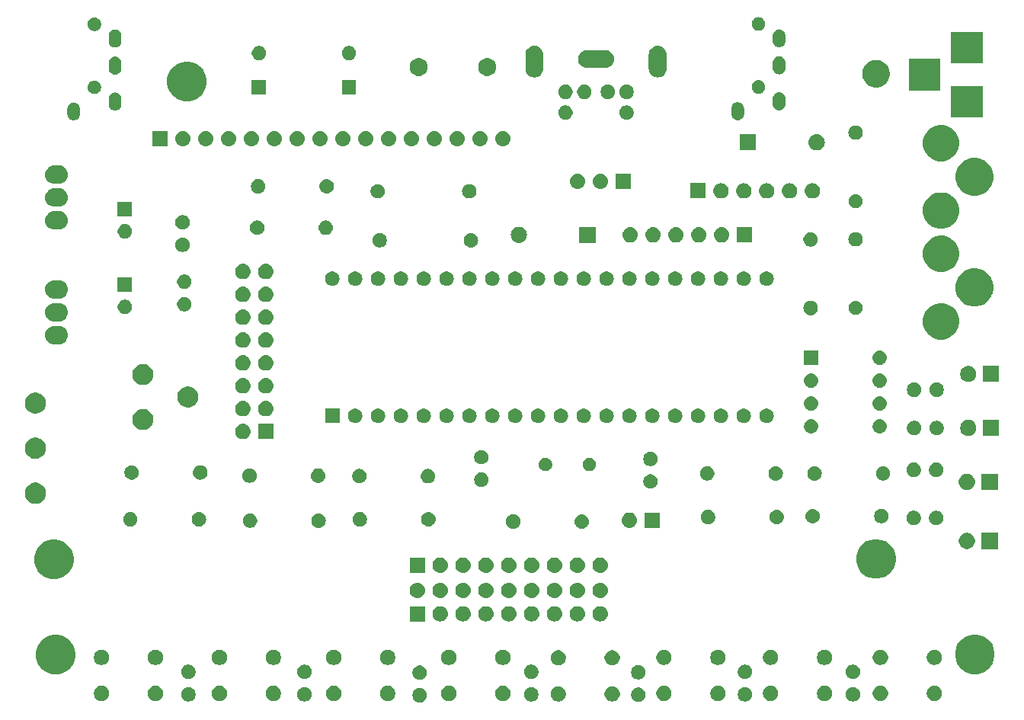
<source format=gbr>
G04 #@! TF.GenerationSoftware,KiCad,Pcbnew,5.0.2+dfsg1-1*
G04 #@! TF.CreationDate,2019-04-18T10:12:34+02:00*
G04 #@! TF.ProjectId,yaacwk,79616163-776b-42e6-9b69-6361645f7063,1.3*
G04 #@! TF.SameCoordinates,Original*
G04 #@! TF.FileFunction,Soldermask,Bot*
G04 #@! TF.FilePolarity,Negative*
%FSLAX46Y46*%
G04 Gerber Fmt 4.6, Leading zero omitted, Abs format (unit mm)*
G04 Created by KiCad (PCBNEW 5.0.2+dfsg1-1) date gio 18 apr 2019 10:12:34 CEST*
%MOMM*%
%LPD*%
G01*
G04 APERTURE LIST*
%ADD10C,0.100000*%
G04 APERTURE END LIST*
D10*
G36*
X144583352Y-131280743D02*
X144728941Y-131341048D01*
X144859973Y-131428601D01*
X144971399Y-131540027D01*
X145058952Y-131671059D01*
X145119257Y-131816648D01*
X145150000Y-131971205D01*
X145150000Y-132128795D01*
X145119257Y-132283352D01*
X145058952Y-132428941D01*
X144971399Y-132559973D01*
X144859973Y-132671399D01*
X144728941Y-132758952D01*
X144583352Y-132819257D01*
X144428795Y-132850000D01*
X144271205Y-132850000D01*
X144116648Y-132819257D01*
X143971059Y-132758952D01*
X143840027Y-132671399D01*
X143728601Y-132559973D01*
X143641048Y-132428941D01*
X143580743Y-132283352D01*
X143550000Y-132128795D01*
X143550000Y-131971205D01*
X143580743Y-131816648D01*
X143641048Y-131671059D01*
X143728601Y-131540027D01*
X143840027Y-131428601D01*
X143971059Y-131341048D01*
X144116648Y-131280743D01*
X144271205Y-131250000D01*
X144428795Y-131250000D01*
X144583352Y-131280743D01*
X144583352Y-131280743D01*
G37*
G36*
X168883352Y-131230743D02*
X169028941Y-131291048D01*
X169159973Y-131378601D01*
X169271399Y-131490027D01*
X169358952Y-131621059D01*
X169419257Y-131766648D01*
X169450000Y-131921205D01*
X169450000Y-132078795D01*
X169419257Y-132233352D01*
X169358952Y-132378941D01*
X169271399Y-132509973D01*
X169159973Y-132621399D01*
X169028941Y-132708952D01*
X168883352Y-132769257D01*
X168728795Y-132800000D01*
X168571205Y-132800000D01*
X168416648Y-132769257D01*
X168271059Y-132708952D01*
X168140027Y-132621399D01*
X168028601Y-132509973D01*
X167941048Y-132378941D01*
X167880743Y-132233352D01*
X167850000Y-132078795D01*
X167850000Y-131921205D01*
X167880743Y-131766648D01*
X167941048Y-131621059D01*
X168028601Y-131490027D01*
X168140027Y-131378601D01*
X168271059Y-131291048D01*
X168416648Y-131230743D01*
X168571205Y-131200000D01*
X168728795Y-131200000D01*
X168883352Y-131230743D01*
X168883352Y-131230743D01*
G37*
G36*
X165997934Y-131082664D02*
X166152627Y-131146740D01*
X166291847Y-131239764D01*
X166410236Y-131358153D01*
X166503260Y-131497373D01*
X166567336Y-131652066D01*
X166600000Y-131816281D01*
X166600000Y-131983719D01*
X166567336Y-132147934D01*
X166503260Y-132302627D01*
X166410236Y-132441847D01*
X166291847Y-132560236D01*
X166152627Y-132653260D01*
X165997934Y-132717336D01*
X165833719Y-132750000D01*
X165666281Y-132750000D01*
X165502066Y-132717336D01*
X165347373Y-132653260D01*
X165208153Y-132560236D01*
X165089764Y-132441847D01*
X164996740Y-132302627D01*
X164932664Y-132147934D01*
X164900000Y-131983719D01*
X164900000Y-131816281D01*
X164932664Y-131652066D01*
X164996740Y-131497373D01*
X165089764Y-131358153D01*
X165208153Y-131239764D01*
X165347373Y-131146740D01*
X165502066Y-131082664D01*
X165666281Y-131050000D01*
X165833719Y-131050000D01*
X165997934Y-131082664D01*
X165997934Y-131082664D01*
G37*
G36*
X118883352Y-131180743D02*
X119028941Y-131241048D01*
X119159973Y-131328601D01*
X119271399Y-131440027D01*
X119358952Y-131571059D01*
X119419257Y-131716648D01*
X119450000Y-131871205D01*
X119450000Y-132028795D01*
X119419257Y-132183352D01*
X119358952Y-132328941D01*
X119271399Y-132459973D01*
X119159973Y-132571399D01*
X119028941Y-132658952D01*
X118883352Y-132719257D01*
X118728795Y-132750000D01*
X118571205Y-132750000D01*
X118416648Y-132719257D01*
X118271059Y-132658952D01*
X118140027Y-132571399D01*
X118028601Y-132459973D01*
X117941048Y-132328941D01*
X117880743Y-132183352D01*
X117850000Y-132028795D01*
X117850000Y-131871205D01*
X117880743Y-131716648D01*
X117941048Y-131571059D01*
X118028601Y-131440027D01*
X118140027Y-131328601D01*
X118271059Y-131241048D01*
X118416648Y-131180743D01*
X118571205Y-131150000D01*
X118728795Y-131150000D01*
X118883352Y-131180743D01*
X118883352Y-131180743D01*
G37*
G36*
X131783352Y-131180743D02*
X131928941Y-131241048D01*
X132059973Y-131328601D01*
X132171399Y-131440027D01*
X132258952Y-131571059D01*
X132319257Y-131716648D01*
X132350000Y-131871205D01*
X132350000Y-132028795D01*
X132319257Y-132183352D01*
X132258952Y-132328941D01*
X132171399Y-132459973D01*
X132059973Y-132571399D01*
X131928941Y-132658952D01*
X131783352Y-132719257D01*
X131628795Y-132750000D01*
X131471205Y-132750000D01*
X131316648Y-132719257D01*
X131171059Y-132658952D01*
X131040027Y-132571399D01*
X130928601Y-132459973D01*
X130841048Y-132328941D01*
X130780743Y-132183352D01*
X130750000Y-132028795D01*
X130750000Y-131871205D01*
X130780743Y-131716648D01*
X130841048Y-131571059D01*
X130928601Y-131440027D01*
X131040027Y-131328601D01*
X131171059Y-131241048D01*
X131316648Y-131180743D01*
X131471205Y-131150000D01*
X131628795Y-131150000D01*
X131783352Y-131180743D01*
X131783352Y-131180743D01*
G37*
G36*
X192733352Y-131180743D02*
X192878941Y-131241048D01*
X193009973Y-131328601D01*
X193121399Y-131440027D01*
X193208952Y-131571059D01*
X193269257Y-131716648D01*
X193300000Y-131871205D01*
X193300000Y-132028795D01*
X193269257Y-132183352D01*
X193208952Y-132328941D01*
X193121399Y-132459973D01*
X193009973Y-132571399D01*
X192878941Y-132658952D01*
X192733352Y-132719257D01*
X192578795Y-132750000D01*
X192421205Y-132750000D01*
X192266648Y-132719257D01*
X192121059Y-132658952D01*
X191990027Y-132571399D01*
X191878601Y-132459973D01*
X191791048Y-132328941D01*
X191730743Y-132183352D01*
X191700000Y-132028795D01*
X191700000Y-131871205D01*
X191730743Y-131716648D01*
X191791048Y-131571059D01*
X191878601Y-131440027D01*
X191990027Y-131328601D01*
X192121059Y-131241048D01*
X192266648Y-131180743D01*
X192421205Y-131150000D01*
X192578795Y-131150000D01*
X192733352Y-131180743D01*
X192733352Y-131180743D01*
G37*
G36*
X156983352Y-131180743D02*
X157128941Y-131241048D01*
X157259973Y-131328601D01*
X157371399Y-131440027D01*
X157458952Y-131571059D01*
X157519257Y-131716648D01*
X157550000Y-131871205D01*
X157550000Y-132028795D01*
X157519257Y-132183352D01*
X157458952Y-132328941D01*
X157371399Y-132459973D01*
X157259973Y-132571399D01*
X157128941Y-132658952D01*
X156983352Y-132719257D01*
X156828795Y-132750000D01*
X156671205Y-132750000D01*
X156516648Y-132719257D01*
X156371059Y-132658952D01*
X156240027Y-132571399D01*
X156128601Y-132459973D01*
X156041048Y-132328941D01*
X155980743Y-132183352D01*
X155950000Y-132028795D01*
X155950000Y-131871205D01*
X155980743Y-131716648D01*
X156041048Y-131571059D01*
X156128601Y-131440027D01*
X156240027Y-131328601D01*
X156371059Y-131241048D01*
X156516648Y-131180743D01*
X156671205Y-131150000D01*
X156828795Y-131150000D01*
X156983352Y-131180743D01*
X156983352Y-131180743D01*
G37*
G36*
X180733352Y-131180743D02*
X180878941Y-131241048D01*
X181009973Y-131328601D01*
X181121399Y-131440027D01*
X181208952Y-131571059D01*
X181269257Y-131716648D01*
X181300000Y-131871205D01*
X181300000Y-132028795D01*
X181269257Y-132183352D01*
X181208952Y-132328941D01*
X181121399Y-132459973D01*
X181009973Y-132571399D01*
X180878941Y-132658952D01*
X180733352Y-132719257D01*
X180578795Y-132750000D01*
X180421205Y-132750000D01*
X180266648Y-132719257D01*
X180121059Y-132658952D01*
X179990027Y-132571399D01*
X179878601Y-132459973D01*
X179791048Y-132328941D01*
X179730743Y-132183352D01*
X179700000Y-132028795D01*
X179700000Y-131871205D01*
X179730743Y-131716648D01*
X179791048Y-131571059D01*
X179878601Y-131440027D01*
X179990027Y-131328601D01*
X180121059Y-131241048D01*
X180266648Y-131180743D01*
X180421205Y-131150000D01*
X180578795Y-131150000D01*
X180733352Y-131180743D01*
X180733352Y-131180743D01*
G37*
G36*
X159997934Y-131082664D02*
X160152627Y-131146740D01*
X160291847Y-131239764D01*
X160410236Y-131358153D01*
X160503260Y-131497373D01*
X160567336Y-131652066D01*
X160600000Y-131816281D01*
X160600000Y-131983719D01*
X160567336Y-132147934D01*
X160503260Y-132302627D01*
X160410236Y-132441847D01*
X160291847Y-132560236D01*
X160152627Y-132653260D01*
X159997934Y-132717336D01*
X159833719Y-132750000D01*
X159666281Y-132750000D01*
X159502066Y-132717336D01*
X159347373Y-132653260D01*
X159208153Y-132560236D01*
X159089764Y-132441847D01*
X158996740Y-132302627D01*
X158932664Y-132147934D01*
X158900000Y-131983719D01*
X158900000Y-131816281D01*
X158932664Y-131652066D01*
X158996740Y-131497373D01*
X159089764Y-131358153D01*
X159208153Y-131239764D01*
X159347373Y-131146740D01*
X159502066Y-131082664D01*
X159666281Y-131050000D01*
X159833719Y-131050000D01*
X159997934Y-131082664D01*
X159997934Y-131082664D01*
G37*
G36*
X115247934Y-131032664D02*
X115402627Y-131096740D01*
X115541847Y-131189764D01*
X115660236Y-131308153D01*
X115753260Y-131447373D01*
X115817336Y-131602066D01*
X115850000Y-131766281D01*
X115850000Y-131933719D01*
X115817336Y-132097934D01*
X115753260Y-132252627D01*
X115660236Y-132391847D01*
X115541847Y-132510236D01*
X115402627Y-132603260D01*
X115247934Y-132667336D01*
X115083719Y-132700000D01*
X114916281Y-132700000D01*
X114752066Y-132667336D01*
X114597373Y-132603260D01*
X114458153Y-132510236D01*
X114339764Y-132391847D01*
X114246740Y-132252627D01*
X114182664Y-132097934D01*
X114150000Y-131933719D01*
X114150000Y-131766281D01*
X114182664Y-131602066D01*
X114246740Y-131447373D01*
X114339764Y-131308153D01*
X114458153Y-131189764D01*
X114597373Y-131096740D01*
X114752066Y-131032664D01*
X114916281Y-131000000D01*
X115083719Y-131000000D01*
X115247934Y-131032664D01*
X115247934Y-131032664D01*
G37*
G36*
X109247934Y-131032664D02*
X109402627Y-131096740D01*
X109541847Y-131189764D01*
X109660236Y-131308153D01*
X109753260Y-131447373D01*
X109817336Y-131602066D01*
X109850000Y-131766281D01*
X109850000Y-131933719D01*
X109817336Y-132097934D01*
X109753260Y-132252627D01*
X109660236Y-132391847D01*
X109541847Y-132510236D01*
X109402627Y-132603260D01*
X109247934Y-132667336D01*
X109083719Y-132700000D01*
X108916281Y-132700000D01*
X108752066Y-132667336D01*
X108597373Y-132603260D01*
X108458153Y-132510236D01*
X108339764Y-132391847D01*
X108246740Y-132252627D01*
X108182664Y-132097934D01*
X108150000Y-131933719D01*
X108150000Y-131766281D01*
X108182664Y-131602066D01*
X108246740Y-131447373D01*
X108339764Y-131308153D01*
X108458153Y-131189764D01*
X108597373Y-131096740D01*
X108752066Y-131032664D01*
X108916281Y-131000000D01*
X109083719Y-131000000D01*
X109247934Y-131032664D01*
X109247934Y-131032664D01*
G37*
G36*
X128347934Y-131032664D02*
X128502627Y-131096740D01*
X128641847Y-131189764D01*
X128760236Y-131308153D01*
X128853260Y-131447373D01*
X128917336Y-131602066D01*
X128950000Y-131766281D01*
X128950000Y-131933719D01*
X128917336Y-132097934D01*
X128853260Y-132252627D01*
X128760236Y-132391847D01*
X128641847Y-132510236D01*
X128502627Y-132603260D01*
X128347934Y-132667336D01*
X128183719Y-132700000D01*
X128016281Y-132700000D01*
X127852066Y-132667336D01*
X127697373Y-132603260D01*
X127558153Y-132510236D01*
X127439764Y-132391847D01*
X127346740Y-132252627D01*
X127282664Y-132097934D01*
X127250000Y-131933719D01*
X127250000Y-131766281D01*
X127282664Y-131602066D01*
X127346740Y-131447373D01*
X127439764Y-131308153D01*
X127558153Y-131189764D01*
X127697373Y-131096740D01*
X127852066Y-131032664D01*
X128016281Y-131000000D01*
X128183719Y-131000000D01*
X128347934Y-131032664D01*
X128347934Y-131032664D01*
G37*
G36*
X201797934Y-131032664D02*
X201952627Y-131096740D01*
X202091847Y-131189764D01*
X202210236Y-131308153D01*
X202303260Y-131447373D01*
X202367336Y-131602066D01*
X202400000Y-131766281D01*
X202400000Y-131933719D01*
X202367336Y-132097934D01*
X202303260Y-132252627D01*
X202210236Y-132391847D01*
X202091847Y-132510236D01*
X201952627Y-132603260D01*
X201797934Y-132667336D01*
X201633719Y-132700000D01*
X201466281Y-132700000D01*
X201302066Y-132667336D01*
X201147373Y-132603260D01*
X201008153Y-132510236D01*
X200889764Y-132391847D01*
X200796740Y-132252627D01*
X200732664Y-132097934D01*
X200700000Y-131933719D01*
X200700000Y-131766281D01*
X200732664Y-131602066D01*
X200796740Y-131447373D01*
X200889764Y-131308153D01*
X201008153Y-131189764D01*
X201147373Y-131096740D01*
X201302066Y-131032664D01*
X201466281Y-131000000D01*
X201633719Y-131000000D01*
X201797934Y-131032664D01*
X201797934Y-131032664D01*
G37*
G36*
X195797934Y-131032664D02*
X195952627Y-131096740D01*
X196091847Y-131189764D01*
X196210236Y-131308153D01*
X196303260Y-131447373D01*
X196367336Y-131602066D01*
X196400000Y-131766281D01*
X196400000Y-131933719D01*
X196367336Y-132097934D01*
X196303260Y-132252627D01*
X196210236Y-132391847D01*
X196091847Y-132510236D01*
X195952627Y-132603260D01*
X195797934Y-132667336D01*
X195633719Y-132700000D01*
X195466281Y-132700000D01*
X195302066Y-132667336D01*
X195147373Y-132603260D01*
X195008153Y-132510236D01*
X194889764Y-132391847D01*
X194796740Y-132252627D01*
X194732664Y-132097934D01*
X194700000Y-131933719D01*
X194700000Y-131766281D01*
X194732664Y-131602066D01*
X194796740Y-131447373D01*
X194889764Y-131308153D01*
X195008153Y-131189764D01*
X195147373Y-131096740D01*
X195302066Y-131032664D01*
X195466281Y-131000000D01*
X195633719Y-131000000D01*
X195797934Y-131032664D01*
X195797934Y-131032664D01*
G37*
G36*
X189597934Y-131032664D02*
X189752627Y-131096740D01*
X189891847Y-131189764D01*
X190010236Y-131308153D01*
X190103260Y-131447373D01*
X190167336Y-131602066D01*
X190200000Y-131766281D01*
X190200000Y-131933719D01*
X190167336Y-132097934D01*
X190103260Y-132252627D01*
X190010236Y-132391847D01*
X189891847Y-132510236D01*
X189752627Y-132603260D01*
X189597934Y-132667336D01*
X189433719Y-132700000D01*
X189266281Y-132700000D01*
X189102066Y-132667336D01*
X188947373Y-132603260D01*
X188808153Y-132510236D01*
X188689764Y-132391847D01*
X188596740Y-132252627D01*
X188532664Y-132097934D01*
X188500000Y-131933719D01*
X188500000Y-131766281D01*
X188532664Y-131602066D01*
X188596740Y-131447373D01*
X188689764Y-131308153D01*
X188808153Y-131189764D01*
X188947373Y-131096740D01*
X189102066Y-131032664D01*
X189266281Y-131000000D01*
X189433719Y-131000000D01*
X189597934Y-131032664D01*
X189597934Y-131032664D01*
G37*
G36*
X183597934Y-131032664D02*
X183752627Y-131096740D01*
X183891847Y-131189764D01*
X184010236Y-131308153D01*
X184103260Y-131447373D01*
X184167336Y-131602066D01*
X184200000Y-131766281D01*
X184200000Y-131933719D01*
X184167336Y-132097934D01*
X184103260Y-132252627D01*
X184010236Y-132391847D01*
X183891847Y-132510236D01*
X183752627Y-132603260D01*
X183597934Y-132667336D01*
X183433719Y-132700000D01*
X183266281Y-132700000D01*
X183102066Y-132667336D01*
X182947373Y-132603260D01*
X182808153Y-132510236D01*
X182689764Y-132391847D01*
X182596740Y-132252627D01*
X182532664Y-132097934D01*
X182500000Y-131933719D01*
X182500000Y-131766281D01*
X182532664Y-131602066D01*
X182596740Y-131447373D01*
X182689764Y-131308153D01*
X182808153Y-131189764D01*
X182947373Y-131096740D01*
X183102066Y-131032664D01*
X183266281Y-131000000D01*
X183433719Y-131000000D01*
X183597934Y-131032664D01*
X183597934Y-131032664D01*
G37*
G36*
X171747934Y-131032664D02*
X171902627Y-131096740D01*
X172041847Y-131189764D01*
X172160236Y-131308153D01*
X172253260Y-131447373D01*
X172317336Y-131602066D01*
X172350000Y-131766281D01*
X172350000Y-131933719D01*
X172317336Y-132097934D01*
X172253260Y-132252627D01*
X172160236Y-132391847D01*
X172041847Y-132510236D01*
X171902627Y-132603260D01*
X171747934Y-132667336D01*
X171583719Y-132700000D01*
X171416281Y-132700000D01*
X171252066Y-132667336D01*
X171097373Y-132603260D01*
X170958153Y-132510236D01*
X170839764Y-132391847D01*
X170746740Y-132252627D01*
X170682664Y-132097934D01*
X170650000Y-131933719D01*
X170650000Y-131766281D01*
X170682664Y-131602066D01*
X170746740Y-131447373D01*
X170839764Y-131308153D01*
X170958153Y-131189764D01*
X171097373Y-131096740D01*
X171252066Y-131032664D01*
X171416281Y-131000000D01*
X171583719Y-131000000D01*
X171747934Y-131032664D01*
X171747934Y-131032664D01*
G37*
G36*
X122347934Y-131032664D02*
X122502627Y-131096740D01*
X122641847Y-131189764D01*
X122760236Y-131308153D01*
X122853260Y-131447373D01*
X122917336Y-131602066D01*
X122950000Y-131766281D01*
X122950000Y-131933719D01*
X122917336Y-132097934D01*
X122853260Y-132252627D01*
X122760236Y-132391847D01*
X122641847Y-132510236D01*
X122502627Y-132603260D01*
X122347934Y-132667336D01*
X122183719Y-132700000D01*
X122016281Y-132700000D01*
X121852066Y-132667336D01*
X121697373Y-132603260D01*
X121558153Y-132510236D01*
X121439764Y-132391847D01*
X121346740Y-132252627D01*
X121282664Y-132097934D01*
X121250000Y-131933719D01*
X121250000Y-131766281D01*
X121282664Y-131602066D01*
X121346740Y-131447373D01*
X121439764Y-131308153D01*
X121558153Y-131189764D01*
X121697373Y-131096740D01*
X121852066Y-131032664D01*
X122016281Y-131000000D01*
X122183719Y-131000000D01*
X122347934Y-131032664D01*
X122347934Y-131032664D01*
G37*
G36*
X153847934Y-131032664D02*
X154002627Y-131096740D01*
X154141847Y-131189764D01*
X154260236Y-131308153D01*
X154353260Y-131447373D01*
X154417336Y-131602066D01*
X154450000Y-131766281D01*
X154450000Y-131933719D01*
X154417336Y-132097934D01*
X154353260Y-132252627D01*
X154260236Y-132391847D01*
X154141847Y-132510236D01*
X154002627Y-132603260D01*
X153847934Y-132667336D01*
X153683719Y-132700000D01*
X153516281Y-132700000D01*
X153352066Y-132667336D01*
X153197373Y-132603260D01*
X153058153Y-132510236D01*
X152939764Y-132391847D01*
X152846740Y-132252627D01*
X152782664Y-132097934D01*
X152750000Y-131933719D01*
X152750000Y-131766281D01*
X152782664Y-131602066D01*
X152846740Y-131447373D01*
X152939764Y-131308153D01*
X153058153Y-131189764D01*
X153197373Y-131096740D01*
X153352066Y-131032664D01*
X153516281Y-131000000D01*
X153683719Y-131000000D01*
X153847934Y-131032664D01*
X153847934Y-131032664D01*
G37*
G36*
X147847934Y-131032664D02*
X148002627Y-131096740D01*
X148141847Y-131189764D01*
X148260236Y-131308153D01*
X148353260Y-131447373D01*
X148417336Y-131602066D01*
X148450000Y-131766281D01*
X148450000Y-131933719D01*
X148417336Y-132097934D01*
X148353260Y-132252627D01*
X148260236Y-132391847D01*
X148141847Y-132510236D01*
X148002627Y-132603260D01*
X147847934Y-132667336D01*
X147683719Y-132700000D01*
X147516281Y-132700000D01*
X147352066Y-132667336D01*
X147197373Y-132603260D01*
X147058153Y-132510236D01*
X146939764Y-132391847D01*
X146846740Y-132252627D01*
X146782664Y-132097934D01*
X146750000Y-131933719D01*
X146750000Y-131766281D01*
X146782664Y-131602066D01*
X146846740Y-131447373D01*
X146939764Y-131308153D01*
X147058153Y-131189764D01*
X147197373Y-131096740D01*
X147352066Y-131032664D01*
X147516281Y-131000000D01*
X147683719Y-131000000D01*
X147847934Y-131032664D01*
X147847934Y-131032664D01*
G37*
G36*
X141047934Y-131032664D02*
X141202627Y-131096740D01*
X141341847Y-131189764D01*
X141460236Y-131308153D01*
X141553260Y-131447373D01*
X141617336Y-131602066D01*
X141650000Y-131766281D01*
X141650000Y-131933719D01*
X141617336Y-132097934D01*
X141553260Y-132252627D01*
X141460236Y-132391847D01*
X141341847Y-132510236D01*
X141202627Y-132603260D01*
X141047934Y-132667336D01*
X140883719Y-132700000D01*
X140716281Y-132700000D01*
X140552066Y-132667336D01*
X140397373Y-132603260D01*
X140258153Y-132510236D01*
X140139764Y-132391847D01*
X140046740Y-132252627D01*
X139982664Y-132097934D01*
X139950000Y-131933719D01*
X139950000Y-131766281D01*
X139982664Y-131602066D01*
X140046740Y-131447373D01*
X140139764Y-131308153D01*
X140258153Y-131189764D01*
X140397373Y-131096740D01*
X140552066Y-131032664D01*
X140716281Y-131000000D01*
X140883719Y-131000000D01*
X141047934Y-131032664D01*
X141047934Y-131032664D01*
G37*
G36*
X135047934Y-131032664D02*
X135202627Y-131096740D01*
X135341847Y-131189764D01*
X135460236Y-131308153D01*
X135553260Y-131447373D01*
X135617336Y-131602066D01*
X135650000Y-131766281D01*
X135650000Y-131933719D01*
X135617336Y-132097934D01*
X135553260Y-132252627D01*
X135460236Y-132391847D01*
X135341847Y-132510236D01*
X135202627Y-132603260D01*
X135047934Y-132667336D01*
X134883719Y-132700000D01*
X134716281Y-132700000D01*
X134552066Y-132667336D01*
X134397373Y-132603260D01*
X134258153Y-132510236D01*
X134139764Y-132391847D01*
X134046740Y-132252627D01*
X133982664Y-132097934D01*
X133950000Y-131933719D01*
X133950000Y-131766281D01*
X133982664Y-131602066D01*
X134046740Y-131447373D01*
X134139764Y-131308153D01*
X134258153Y-131189764D01*
X134397373Y-131096740D01*
X134552066Y-131032664D01*
X134716281Y-131000000D01*
X134883719Y-131000000D01*
X135047934Y-131032664D01*
X135047934Y-131032664D01*
G37*
G36*
X177747934Y-131032664D02*
X177902627Y-131096740D01*
X178041847Y-131189764D01*
X178160236Y-131308153D01*
X178253260Y-131447373D01*
X178317336Y-131602066D01*
X178350000Y-131766281D01*
X178350000Y-131933719D01*
X178317336Y-132097934D01*
X178253260Y-132252627D01*
X178160236Y-132391847D01*
X178041847Y-132510236D01*
X177902627Y-132603260D01*
X177747934Y-132667336D01*
X177583719Y-132700000D01*
X177416281Y-132700000D01*
X177252066Y-132667336D01*
X177097373Y-132603260D01*
X176958153Y-132510236D01*
X176839764Y-132391847D01*
X176746740Y-132252627D01*
X176682664Y-132097934D01*
X176650000Y-131933719D01*
X176650000Y-131766281D01*
X176682664Y-131602066D01*
X176746740Y-131447373D01*
X176839764Y-131308153D01*
X176958153Y-131189764D01*
X177097373Y-131096740D01*
X177252066Y-131032664D01*
X177416281Y-131000000D01*
X177583719Y-131000000D01*
X177747934Y-131032664D01*
X177747934Y-131032664D01*
G37*
G36*
X144583352Y-128780743D02*
X144728941Y-128841048D01*
X144859973Y-128928601D01*
X144971399Y-129040027D01*
X145058952Y-129171059D01*
X145119257Y-129316648D01*
X145150000Y-129471205D01*
X145150000Y-129628795D01*
X145119257Y-129783352D01*
X145058952Y-129928941D01*
X144971399Y-130059973D01*
X144859973Y-130171399D01*
X144728941Y-130258952D01*
X144583352Y-130319257D01*
X144428795Y-130350000D01*
X144271205Y-130350000D01*
X144116648Y-130319257D01*
X143971059Y-130258952D01*
X143840027Y-130171399D01*
X143728601Y-130059973D01*
X143641048Y-129928941D01*
X143580743Y-129783352D01*
X143550000Y-129628795D01*
X143550000Y-129471205D01*
X143580743Y-129316648D01*
X143641048Y-129171059D01*
X143728601Y-129040027D01*
X143840027Y-128928601D01*
X143971059Y-128841048D01*
X144116648Y-128780743D01*
X144271205Y-128750000D01*
X144428795Y-128750000D01*
X144583352Y-128780743D01*
X144583352Y-128780743D01*
G37*
G36*
X168883352Y-128730743D02*
X169028941Y-128791048D01*
X169159973Y-128878601D01*
X169271399Y-128990027D01*
X169358952Y-129121059D01*
X169419257Y-129266648D01*
X169450000Y-129421205D01*
X169450000Y-129578795D01*
X169419257Y-129733352D01*
X169358952Y-129878941D01*
X169271399Y-130009973D01*
X169159973Y-130121399D01*
X169028941Y-130208952D01*
X168883352Y-130269257D01*
X168728795Y-130300000D01*
X168571205Y-130300000D01*
X168416648Y-130269257D01*
X168271059Y-130208952D01*
X168140027Y-130121399D01*
X168028601Y-130009973D01*
X167941048Y-129878941D01*
X167880743Y-129733352D01*
X167850000Y-129578795D01*
X167850000Y-129421205D01*
X167880743Y-129266648D01*
X167941048Y-129121059D01*
X168028601Y-128990027D01*
X168140027Y-128878601D01*
X168271059Y-128791048D01*
X168416648Y-128730743D01*
X168571205Y-128700000D01*
X168728795Y-128700000D01*
X168883352Y-128730743D01*
X168883352Y-128730743D01*
G37*
G36*
X192733352Y-128680743D02*
X192878941Y-128741048D01*
X193009973Y-128828601D01*
X193121399Y-128940027D01*
X193208952Y-129071059D01*
X193269257Y-129216648D01*
X193300000Y-129371205D01*
X193300000Y-129528795D01*
X193269257Y-129683352D01*
X193208952Y-129828941D01*
X193121399Y-129959973D01*
X193009973Y-130071399D01*
X192878941Y-130158952D01*
X192733352Y-130219257D01*
X192578795Y-130250000D01*
X192421205Y-130250000D01*
X192266648Y-130219257D01*
X192121059Y-130158952D01*
X191990027Y-130071399D01*
X191878601Y-129959973D01*
X191791048Y-129828941D01*
X191730743Y-129683352D01*
X191700000Y-129528795D01*
X191700000Y-129371205D01*
X191730743Y-129216648D01*
X191791048Y-129071059D01*
X191878601Y-128940027D01*
X191990027Y-128828601D01*
X192121059Y-128741048D01*
X192266648Y-128680743D01*
X192421205Y-128650000D01*
X192578795Y-128650000D01*
X192733352Y-128680743D01*
X192733352Y-128680743D01*
G37*
G36*
X180733352Y-128680743D02*
X180878941Y-128741048D01*
X181009973Y-128828601D01*
X181121399Y-128940027D01*
X181208952Y-129071059D01*
X181269257Y-129216648D01*
X181300000Y-129371205D01*
X181300000Y-129528795D01*
X181269257Y-129683352D01*
X181208952Y-129828941D01*
X181121399Y-129959973D01*
X181009973Y-130071399D01*
X180878941Y-130158952D01*
X180733352Y-130219257D01*
X180578795Y-130250000D01*
X180421205Y-130250000D01*
X180266648Y-130219257D01*
X180121059Y-130158952D01*
X179990027Y-130071399D01*
X179878601Y-129959973D01*
X179791048Y-129828941D01*
X179730743Y-129683352D01*
X179700000Y-129528795D01*
X179700000Y-129371205D01*
X179730743Y-129216648D01*
X179791048Y-129071059D01*
X179878601Y-128940027D01*
X179990027Y-128828601D01*
X180121059Y-128741048D01*
X180266648Y-128680743D01*
X180421205Y-128650000D01*
X180578795Y-128650000D01*
X180733352Y-128680743D01*
X180733352Y-128680743D01*
G37*
G36*
X156983352Y-128680743D02*
X157128941Y-128741048D01*
X157259973Y-128828601D01*
X157371399Y-128940027D01*
X157458952Y-129071059D01*
X157519257Y-129216648D01*
X157550000Y-129371205D01*
X157550000Y-129528795D01*
X157519257Y-129683352D01*
X157458952Y-129828941D01*
X157371399Y-129959973D01*
X157259973Y-130071399D01*
X157128941Y-130158952D01*
X156983352Y-130219257D01*
X156828795Y-130250000D01*
X156671205Y-130250000D01*
X156516648Y-130219257D01*
X156371059Y-130158952D01*
X156240027Y-130071399D01*
X156128601Y-129959973D01*
X156041048Y-129828941D01*
X155980743Y-129683352D01*
X155950000Y-129528795D01*
X155950000Y-129371205D01*
X155980743Y-129216648D01*
X156041048Y-129071059D01*
X156128601Y-128940027D01*
X156240027Y-128828601D01*
X156371059Y-128741048D01*
X156516648Y-128680743D01*
X156671205Y-128650000D01*
X156828795Y-128650000D01*
X156983352Y-128680743D01*
X156983352Y-128680743D01*
G37*
G36*
X131783352Y-128680743D02*
X131928941Y-128741048D01*
X132059973Y-128828601D01*
X132171399Y-128940027D01*
X132258952Y-129071059D01*
X132319257Y-129216648D01*
X132350000Y-129371205D01*
X132350000Y-129528795D01*
X132319257Y-129683352D01*
X132258952Y-129828941D01*
X132171399Y-129959973D01*
X132059973Y-130071399D01*
X131928941Y-130158952D01*
X131783352Y-130219257D01*
X131628795Y-130250000D01*
X131471205Y-130250000D01*
X131316648Y-130219257D01*
X131171059Y-130158952D01*
X131040027Y-130071399D01*
X130928601Y-129959973D01*
X130841048Y-129828941D01*
X130780743Y-129683352D01*
X130750000Y-129528795D01*
X130750000Y-129371205D01*
X130780743Y-129216648D01*
X130841048Y-129071059D01*
X130928601Y-128940027D01*
X131040027Y-128828601D01*
X131171059Y-128741048D01*
X131316648Y-128680743D01*
X131471205Y-128650000D01*
X131628795Y-128650000D01*
X131783352Y-128680743D01*
X131783352Y-128680743D01*
G37*
G36*
X118883352Y-128680743D02*
X119028941Y-128741048D01*
X119159973Y-128828601D01*
X119271399Y-128940027D01*
X119358952Y-129071059D01*
X119419257Y-129216648D01*
X119450000Y-129371205D01*
X119450000Y-129528795D01*
X119419257Y-129683352D01*
X119358952Y-129828941D01*
X119271399Y-129959973D01*
X119159973Y-130071399D01*
X119028941Y-130158952D01*
X118883352Y-130219257D01*
X118728795Y-130250000D01*
X118571205Y-130250000D01*
X118416648Y-130219257D01*
X118271059Y-130158952D01*
X118140027Y-130071399D01*
X118028601Y-129959973D01*
X117941048Y-129828941D01*
X117880743Y-129683352D01*
X117850000Y-129528795D01*
X117850000Y-129371205D01*
X117880743Y-129216648D01*
X117941048Y-129071059D01*
X118028601Y-128940027D01*
X118140027Y-128828601D01*
X118271059Y-128741048D01*
X118416648Y-128680743D01*
X118571205Y-128650000D01*
X118728795Y-128650000D01*
X118883352Y-128680743D01*
X118883352Y-128680743D01*
G37*
G36*
X104541716Y-125434544D02*
X104942090Y-125600384D01*
X105302421Y-125841150D01*
X105608850Y-126147579D01*
X105849616Y-126507910D01*
X106015456Y-126908284D01*
X106100000Y-127333317D01*
X106100000Y-127766683D01*
X106015456Y-128191716D01*
X105849616Y-128592090D01*
X105608850Y-128952421D01*
X105302421Y-129258850D01*
X104942090Y-129499616D01*
X104541716Y-129665456D01*
X104116683Y-129750000D01*
X103683317Y-129750000D01*
X103258284Y-129665456D01*
X102857910Y-129499616D01*
X102497579Y-129258850D01*
X102191150Y-128952421D01*
X101950384Y-128592090D01*
X101784544Y-128191716D01*
X101700000Y-127766683D01*
X101700000Y-127333317D01*
X101784544Y-126908284D01*
X101950384Y-126507910D01*
X102191150Y-126147579D01*
X102497579Y-125841150D01*
X102857910Y-125600384D01*
X103258284Y-125434544D01*
X103683317Y-125350000D01*
X104116683Y-125350000D01*
X104541716Y-125434544D01*
X104541716Y-125434544D01*
G37*
G36*
X206691716Y-125384544D02*
X207092090Y-125550384D01*
X207452421Y-125791150D01*
X207758850Y-126097579D01*
X207999616Y-126457910D01*
X208165456Y-126858284D01*
X208250000Y-127283317D01*
X208250000Y-127716683D01*
X208165456Y-128141716D01*
X207999616Y-128542090D01*
X207758850Y-128902421D01*
X207452421Y-129208850D01*
X207092090Y-129449616D01*
X206691716Y-129615456D01*
X206266683Y-129700000D01*
X205833317Y-129700000D01*
X205408284Y-129615456D01*
X205007910Y-129449616D01*
X204647579Y-129208850D01*
X204341150Y-128902421D01*
X204100384Y-128542090D01*
X203934544Y-128141716D01*
X203850000Y-127716683D01*
X203850000Y-127283317D01*
X203934544Y-126858284D01*
X204100384Y-126457910D01*
X204341150Y-126097579D01*
X204647579Y-125791150D01*
X205007910Y-125550384D01*
X205408284Y-125384544D01*
X205833317Y-125300000D01*
X206266683Y-125300000D01*
X206691716Y-125384544D01*
X206691716Y-125384544D01*
G37*
G36*
X165997934Y-127082664D02*
X166152627Y-127146740D01*
X166291847Y-127239764D01*
X166410236Y-127358153D01*
X166503260Y-127497373D01*
X166567336Y-127652066D01*
X166600000Y-127816281D01*
X166600000Y-127983719D01*
X166567336Y-128147934D01*
X166503260Y-128302627D01*
X166410236Y-128441847D01*
X166291847Y-128560236D01*
X166152627Y-128653260D01*
X165997934Y-128717336D01*
X165833719Y-128750000D01*
X165666281Y-128750000D01*
X165502066Y-128717336D01*
X165347373Y-128653260D01*
X165208153Y-128560236D01*
X165089764Y-128441847D01*
X164996740Y-128302627D01*
X164932664Y-128147934D01*
X164900000Y-127983719D01*
X164900000Y-127816281D01*
X164932664Y-127652066D01*
X164996740Y-127497373D01*
X165089764Y-127358153D01*
X165208153Y-127239764D01*
X165347373Y-127146740D01*
X165502066Y-127082664D01*
X165666281Y-127050000D01*
X165833719Y-127050000D01*
X165997934Y-127082664D01*
X165997934Y-127082664D01*
G37*
G36*
X159997934Y-127082664D02*
X160152627Y-127146740D01*
X160291847Y-127239764D01*
X160410236Y-127358153D01*
X160503260Y-127497373D01*
X160567336Y-127652066D01*
X160600000Y-127816281D01*
X160600000Y-127983719D01*
X160567336Y-128147934D01*
X160503260Y-128302627D01*
X160410236Y-128441847D01*
X160291847Y-128560236D01*
X160152627Y-128653260D01*
X159997934Y-128717336D01*
X159833719Y-128750000D01*
X159666281Y-128750000D01*
X159502066Y-128717336D01*
X159347373Y-128653260D01*
X159208153Y-128560236D01*
X159089764Y-128441847D01*
X158996740Y-128302627D01*
X158932664Y-128147934D01*
X158900000Y-127983719D01*
X158900000Y-127816281D01*
X158932664Y-127652066D01*
X158996740Y-127497373D01*
X159089764Y-127358153D01*
X159208153Y-127239764D01*
X159347373Y-127146740D01*
X159502066Y-127082664D01*
X159666281Y-127050000D01*
X159833719Y-127050000D01*
X159997934Y-127082664D01*
X159997934Y-127082664D01*
G37*
G36*
X147847934Y-127032664D02*
X148002627Y-127096740D01*
X148141847Y-127189764D01*
X148260236Y-127308153D01*
X148353260Y-127447373D01*
X148417336Y-127602066D01*
X148450000Y-127766281D01*
X148450000Y-127933719D01*
X148417336Y-128097934D01*
X148353260Y-128252627D01*
X148260236Y-128391847D01*
X148141847Y-128510236D01*
X148002627Y-128603260D01*
X147847934Y-128667336D01*
X147683719Y-128700000D01*
X147516281Y-128700000D01*
X147352066Y-128667336D01*
X147197373Y-128603260D01*
X147058153Y-128510236D01*
X146939764Y-128391847D01*
X146846740Y-128252627D01*
X146782664Y-128097934D01*
X146750000Y-127933719D01*
X146750000Y-127766281D01*
X146782664Y-127602066D01*
X146846740Y-127447373D01*
X146939764Y-127308153D01*
X147058153Y-127189764D01*
X147197373Y-127096740D01*
X147352066Y-127032664D01*
X147516281Y-127000000D01*
X147683719Y-127000000D01*
X147847934Y-127032664D01*
X147847934Y-127032664D01*
G37*
G36*
X171747934Y-127032664D02*
X171902627Y-127096740D01*
X172041847Y-127189764D01*
X172160236Y-127308153D01*
X172253260Y-127447373D01*
X172317336Y-127602066D01*
X172350000Y-127766281D01*
X172350000Y-127933719D01*
X172317336Y-128097934D01*
X172253260Y-128252627D01*
X172160236Y-128391847D01*
X172041847Y-128510236D01*
X171902627Y-128603260D01*
X171747934Y-128667336D01*
X171583719Y-128700000D01*
X171416281Y-128700000D01*
X171252066Y-128667336D01*
X171097373Y-128603260D01*
X170958153Y-128510236D01*
X170839764Y-128391847D01*
X170746740Y-128252627D01*
X170682664Y-128097934D01*
X170650000Y-127933719D01*
X170650000Y-127766281D01*
X170682664Y-127602066D01*
X170746740Y-127447373D01*
X170839764Y-127308153D01*
X170958153Y-127189764D01*
X171097373Y-127096740D01*
X171252066Y-127032664D01*
X171416281Y-127000000D01*
X171583719Y-127000000D01*
X171747934Y-127032664D01*
X171747934Y-127032664D01*
G37*
G36*
X189597934Y-127032664D02*
X189752627Y-127096740D01*
X189891847Y-127189764D01*
X190010236Y-127308153D01*
X190103260Y-127447373D01*
X190167336Y-127602066D01*
X190200000Y-127766281D01*
X190200000Y-127933719D01*
X190167336Y-128097934D01*
X190103260Y-128252627D01*
X190010236Y-128391847D01*
X189891847Y-128510236D01*
X189752627Y-128603260D01*
X189597934Y-128667336D01*
X189433719Y-128700000D01*
X189266281Y-128700000D01*
X189102066Y-128667336D01*
X188947373Y-128603260D01*
X188808153Y-128510236D01*
X188689764Y-128391847D01*
X188596740Y-128252627D01*
X188532664Y-128097934D01*
X188500000Y-127933719D01*
X188500000Y-127766281D01*
X188532664Y-127602066D01*
X188596740Y-127447373D01*
X188689764Y-127308153D01*
X188808153Y-127189764D01*
X188947373Y-127096740D01*
X189102066Y-127032664D01*
X189266281Y-127000000D01*
X189433719Y-127000000D01*
X189597934Y-127032664D01*
X189597934Y-127032664D01*
G37*
G36*
X183597934Y-127032664D02*
X183752627Y-127096740D01*
X183891847Y-127189764D01*
X184010236Y-127308153D01*
X184103260Y-127447373D01*
X184167336Y-127602066D01*
X184200000Y-127766281D01*
X184200000Y-127933719D01*
X184167336Y-128097934D01*
X184103260Y-128252627D01*
X184010236Y-128391847D01*
X183891847Y-128510236D01*
X183752627Y-128603260D01*
X183597934Y-128667336D01*
X183433719Y-128700000D01*
X183266281Y-128700000D01*
X183102066Y-128667336D01*
X182947373Y-128603260D01*
X182808153Y-128510236D01*
X182689764Y-128391847D01*
X182596740Y-128252627D01*
X182532664Y-128097934D01*
X182500000Y-127933719D01*
X182500000Y-127766281D01*
X182532664Y-127602066D01*
X182596740Y-127447373D01*
X182689764Y-127308153D01*
X182808153Y-127189764D01*
X182947373Y-127096740D01*
X183102066Y-127032664D01*
X183266281Y-127000000D01*
X183433719Y-127000000D01*
X183597934Y-127032664D01*
X183597934Y-127032664D01*
G37*
G36*
X177747934Y-127032664D02*
X177902627Y-127096740D01*
X178041847Y-127189764D01*
X178160236Y-127308153D01*
X178253260Y-127447373D01*
X178317336Y-127602066D01*
X178350000Y-127766281D01*
X178350000Y-127933719D01*
X178317336Y-128097934D01*
X178253260Y-128252627D01*
X178160236Y-128391847D01*
X178041847Y-128510236D01*
X177902627Y-128603260D01*
X177747934Y-128667336D01*
X177583719Y-128700000D01*
X177416281Y-128700000D01*
X177252066Y-128667336D01*
X177097373Y-128603260D01*
X176958153Y-128510236D01*
X176839764Y-128391847D01*
X176746740Y-128252627D01*
X176682664Y-128097934D01*
X176650000Y-127933719D01*
X176650000Y-127766281D01*
X176682664Y-127602066D01*
X176746740Y-127447373D01*
X176839764Y-127308153D01*
X176958153Y-127189764D01*
X177097373Y-127096740D01*
X177252066Y-127032664D01*
X177416281Y-127000000D01*
X177583719Y-127000000D01*
X177747934Y-127032664D01*
X177747934Y-127032664D01*
G37*
G36*
X201797934Y-127032664D02*
X201952627Y-127096740D01*
X202091847Y-127189764D01*
X202210236Y-127308153D01*
X202303260Y-127447373D01*
X202367336Y-127602066D01*
X202400000Y-127766281D01*
X202400000Y-127933719D01*
X202367336Y-128097934D01*
X202303260Y-128252627D01*
X202210236Y-128391847D01*
X202091847Y-128510236D01*
X201952627Y-128603260D01*
X201797934Y-128667336D01*
X201633719Y-128700000D01*
X201466281Y-128700000D01*
X201302066Y-128667336D01*
X201147373Y-128603260D01*
X201008153Y-128510236D01*
X200889764Y-128391847D01*
X200796740Y-128252627D01*
X200732664Y-128097934D01*
X200700000Y-127933719D01*
X200700000Y-127766281D01*
X200732664Y-127602066D01*
X200796740Y-127447373D01*
X200889764Y-127308153D01*
X201008153Y-127189764D01*
X201147373Y-127096740D01*
X201302066Y-127032664D01*
X201466281Y-127000000D01*
X201633719Y-127000000D01*
X201797934Y-127032664D01*
X201797934Y-127032664D01*
G37*
G36*
X115247934Y-127032664D02*
X115402627Y-127096740D01*
X115541847Y-127189764D01*
X115660236Y-127308153D01*
X115753260Y-127447373D01*
X115817336Y-127602066D01*
X115850000Y-127766281D01*
X115850000Y-127933719D01*
X115817336Y-128097934D01*
X115753260Y-128252627D01*
X115660236Y-128391847D01*
X115541847Y-128510236D01*
X115402627Y-128603260D01*
X115247934Y-128667336D01*
X115083719Y-128700000D01*
X114916281Y-128700000D01*
X114752066Y-128667336D01*
X114597373Y-128603260D01*
X114458153Y-128510236D01*
X114339764Y-128391847D01*
X114246740Y-128252627D01*
X114182664Y-128097934D01*
X114150000Y-127933719D01*
X114150000Y-127766281D01*
X114182664Y-127602066D01*
X114246740Y-127447373D01*
X114339764Y-127308153D01*
X114458153Y-127189764D01*
X114597373Y-127096740D01*
X114752066Y-127032664D01*
X114916281Y-127000000D01*
X115083719Y-127000000D01*
X115247934Y-127032664D01*
X115247934Y-127032664D01*
G37*
G36*
X135047934Y-127032664D02*
X135202627Y-127096740D01*
X135341847Y-127189764D01*
X135460236Y-127308153D01*
X135553260Y-127447373D01*
X135617336Y-127602066D01*
X135650000Y-127766281D01*
X135650000Y-127933719D01*
X135617336Y-128097934D01*
X135553260Y-128252627D01*
X135460236Y-128391847D01*
X135341847Y-128510236D01*
X135202627Y-128603260D01*
X135047934Y-128667336D01*
X134883719Y-128700000D01*
X134716281Y-128700000D01*
X134552066Y-128667336D01*
X134397373Y-128603260D01*
X134258153Y-128510236D01*
X134139764Y-128391847D01*
X134046740Y-128252627D01*
X133982664Y-128097934D01*
X133950000Y-127933719D01*
X133950000Y-127766281D01*
X133982664Y-127602066D01*
X134046740Y-127447373D01*
X134139764Y-127308153D01*
X134258153Y-127189764D01*
X134397373Y-127096740D01*
X134552066Y-127032664D01*
X134716281Y-127000000D01*
X134883719Y-127000000D01*
X135047934Y-127032664D01*
X135047934Y-127032664D01*
G37*
G36*
X195797934Y-127032664D02*
X195952627Y-127096740D01*
X196091847Y-127189764D01*
X196210236Y-127308153D01*
X196303260Y-127447373D01*
X196367336Y-127602066D01*
X196400000Y-127766281D01*
X196400000Y-127933719D01*
X196367336Y-128097934D01*
X196303260Y-128252627D01*
X196210236Y-128391847D01*
X196091847Y-128510236D01*
X195952627Y-128603260D01*
X195797934Y-128667336D01*
X195633719Y-128700000D01*
X195466281Y-128700000D01*
X195302066Y-128667336D01*
X195147373Y-128603260D01*
X195008153Y-128510236D01*
X194889764Y-128391847D01*
X194796740Y-128252627D01*
X194732664Y-128097934D01*
X194700000Y-127933719D01*
X194700000Y-127766281D01*
X194732664Y-127602066D01*
X194796740Y-127447373D01*
X194889764Y-127308153D01*
X195008153Y-127189764D01*
X195147373Y-127096740D01*
X195302066Y-127032664D01*
X195466281Y-127000000D01*
X195633719Y-127000000D01*
X195797934Y-127032664D01*
X195797934Y-127032664D01*
G37*
G36*
X122347934Y-127032664D02*
X122502627Y-127096740D01*
X122641847Y-127189764D01*
X122760236Y-127308153D01*
X122853260Y-127447373D01*
X122917336Y-127602066D01*
X122950000Y-127766281D01*
X122950000Y-127933719D01*
X122917336Y-128097934D01*
X122853260Y-128252627D01*
X122760236Y-128391847D01*
X122641847Y-128510236D01*
X122502627Y-128603260D01*
X122347934Y-128667336D01*
X122183719Y-128700000D01*
X122016281Y-128700000D01*
X121852066Y-128667336D01*
X121697373Y-128603260D01*
X121558153Y-128510236D01*
X121439764Y-128391847D01*
X121346740Y-128252627D01*
X121282664Y-128097934D01*
X121250000Y-127933719D01*
X121250000Y-127766281D01*
X121282664Y-127602066D01*
X121346740Y-127447373D01*
X121439764Y-127308153D01*
X121558153Y-127189764D01*
X121697373Y-127096740D01*
X121852066Y-127032664D01*
X122016281Y-127000000D01*
X122183719Y-127000000D01*
X122347934Y-127032664D01*
X122347934Y-127032664D01*
G37*
G36*
X128347934Y-127032664D02*
X128502627Y-127096740D01*
X128641847Y-127189764D01*
X128760236Y-127308153D01*
X128853260Y-127447373D01*
X128917336Y-127602066D01*
X128950000Y-127766281D01*
X128950000Y-127933719D01*
X128917336Y-128097934D01*
X128853260Y-128252627D01*
X128760236Y-128391847D01*
X128641847Y-128510236D01*
X128502627Y-128603260D01*
X128347934Y-128667336D01*
X128183719Y-128700000D01*
X128016281Y-128700000D01*
X127852066Y-128667336D01*
X127697373Y-128603260D01*
X127558153Y-128510236D01*
X127439764Y-128391847D01*
X127346740Y-128252627D01*
X127282664Y-128097934D01*
X127250000Y-127933719D01*
X127250000Y-127766281D01*
X127282664Y-127602066D01*
X127346740Y-127447373D01*
X127439764Y-127308153D01*
X127558153Y-127189764D01*
X127697373Y-127096740D01*
X127852066Y-127032664D01*
X128016281Y-127000000D01*
X128183719Y-127000000D01*
X128347934Y-127032664D01*
X128347934Y-127032664D01*
G37*
G36*
X153847934Y-127032664D02*
X154002627Y-127096740D01*
X154141847Y-127189764D01*
X154260236Y-127308153D01*
X154353260Y-127447373D01*
X154417336Y-127602066D01*
X154450000Y-127766281D01*
X154450000Y-127933719D01*
X154417336Y-128097934D01*
X154353260Y-128252627D01*
X154260236Y-128391847D01*
X154141847Y-128510236D01*
X154002627Y-128603260D01*
X153847934Y-128667336D01*
X153683719Y-128700000D01*
X153516281Y-128700000D01*
X153352066Y-128667336D01*
X153197373Y-128603260D01*
X153058153Y-128510236D01*
X152939764Y-128391847D01*
X152846740Y-128252627D01*
X152782664Y-128097934D01*
X152750000Y-127933719D01*
X152750000Y-127766281D01*
X152782664Y-127602066D01*
X152846740Y-127447373D01*
X152939764Y-127308153D01*
X153058153Y-127189764D01*
X153197373Y-127096740D01*
X153352066Y-127032664D01*
X153516281Y-127000000D01*
X153683719Y-127000000D01*
X153847934Y-127032664D01*
X153847934Y-127032664D01*
G37*
G36*
X141047934Y-127032664D02*
X141202627Y-127096740D01*
X141341847Y-127189764D01*
X141460236Y-127308153D01*
X141553260Y-127447373D01*
X141617336Y-127602066D01*
X141650000Y-127766281D01*
X141650000Y-127933719D01*
X141617336Y-128097934D01*
X141553260Y-128252627D01*
X141460236Y-128391847D01*
X141341847Y-128510236D01*
X141202627Y-128603260D01*
X141047934Y-128667336D01*
X140883719Y-128700000D01*
X140716281Y-128700000D01*
X140552066Y-128667336D01*
X140397373Y-128603260D01*
X140258153Y-128510236D01*
X140139764Y-128391847D01*
X140046740Y-128252627D01*
X139982664Y-128097934D01*
X139950000Y-127933719D01*
X139950000Y-127766281D01*
X139982664Y-127602066D01*
X140046740Y-127447373D01*
X140139764Y-127308153D01*
X140258153Y-127189764D01*
X140397373Y-127096740D01*
X140552066Y-127032664D01*
X140716281Y-127000000D01*
X140883719Y-127000000D01*
X141047934Y-127032664D01*
X141047934Y-127032664D01*
G37*
G36*
X109247934Y-127032664D02*
X109402627Y-127096740D01*
X109541847Y-127189764D01*
X109660236Y-127308153D01*
X109753260Y-127447373D01*
X109817336Y-127602066D01*
X109850000Y-127766281D01*
X109850000Y-127933719D01*
X109817336Y-128097934D01*
X109753260Y-128252627D01*
X109660236Y-128391847D01*
X109541847Y-128510236D01*
X109402627Y-128603260D01*
X109247934Y-128667336D01*
X109083719Y-128700000D01*
X108916281Y-128700000D01*
X108752066Y-128667336D01*
X108597373Y-128603260D01*
X108458153Y-128510236D01*
X108339764Y-128391847D01*
X108246740Y-128252627D01*
X108182664Y-128097934D01*
X108150000Y-127933719D01*
X108150000Y-127766281D01*
X108182664Y-127602066D01*
X108246740Y-127447373D01*
X108339764Y-127308153D01*
X108458153Y-127189764D01*
X108597373Y-127096740D01*
X108752066Y-127032664D01*
X108916281Y-127000000D01*
X109083719Y-127000000D01*
X109247934Y-127032664D01*
X109247934Y-127032664D01*
G37*
G36*
X164586630Y-122162299D02*
X164746855Y-122210903D01*
X164894520Y-122289831D01*
X165023949Y-122396051D01*
X165130169Y-122525480D01*
X165209097Y-122673145D01*
X165257701Y-122833370D01*
X165274112Y-123000000D01*
X165257701Y-123166630D01*
X165209097Y-123326855D01*
X165130169Y-123474520D01*
X165023949Y-123603949D01*
X164894520Y-123710169D01*
X164746855Y-123789097D01*
X164586630Y-123837701D01*
X164461752Y-123850000D01*
X164378248Y-123850000D01*
X164253370Y-123837701D01*
X164093145Y-123789097D01*
X163945480Y-123710169D01*
X163816051Y-123603949D01*
X163709831Y-123474520D01*
X163630903Y-123326855D01*
X163582299Y-123166630D01*
X163565888Y-123000000D01*
X163582299Y-122833370D01*
X163630903Y-122673145D01*
X163709831Y-122525480D01*
X163816051Y-122396051D01*
X163945480Y-122289831D01*
X164093145Y-122210903D01*
X164253370Y-122162299D01*
X164378248Y-122150000D01*
X164461752Y-122150000D01*
X164586630Y-122162299D01*
X164586630Y-122162299D01*
G37*
G36*
X162046630Y-122162299D02*
X162206855Y-122210903D01*
X162354520Y-122289831D01*
X162483949Y-122396051D01*
X162590169Y-122525480D01*
X162669097Y-122673145D01*
X162717701Y-122833370D01*
X162734112Y-123000000D01*
X162717701Y-123166630D01*
X162669097Y-123326855D01*
X162590169Y-123474520D01*
X162483949Y-123603949D01*
X162354520Y-123710169D01*
X162206855Y-123789097D01*
X162046630Y-123837701D01*
X161921752Y-123850000D01*
X161838248Y-123850000D01*
X161713370Y-123837701D01*
X161553145Y-123789097D01*
X161405480Y-123710169D01*
X161276051Y-123603949D01*
X161169831Y-123474520D01*
X161090903Y-123326855D01*
X161042299Y-123166630D01*
X161025888Y-123000000D01*
X161042299Y-122833370D01*
X161090903Y-122673145D01*
X161169831Y-122525480D01*
X161276051Y-122396051D01*
X161405480Y-122289831D01*
X161553145Y-122210903D01*
X161713370Y-122162299D01*
X161838248Y-122150000D01*
X161921752Y-122150000D01*
X162046630Y-122162299D01*
X162046630Y-122162299D01*
G37*
G36*
X159506630Y-122162299D02*
X159666855Y-122210903D01*
X159814520Y-122289831D01*
X159943949Y-122396051D01*
X160050169Y-122525480D01*
X160129097Y-122673145D01*
X160177701Y-122833370D01*
X160194112Y-123000000D01*
X160177701Y-123166630D01*
X160129097Y-123326855D01*
X160050169Y-123474520D01*
X159943949Y-123603949D01*
X159814520Y-123710169D01*
X159666855Y-123789097D01*
X159506630Y-123837701D01*
X159381752Y-123850000D01*
X159298248Y-123850000D01*
X159173370Y-123837701D01*
X159013145Y-123789097D01*
X158865480Y-123710169D01*
X158736051Y-123603949D01*
X158629831Y-123474520D01*
X158550903Y-123326855D01*
X158502299Y-123166630D01*
X158485888Y-123000000D01*
X158502299Y-122833370D01*
X158550903Y-122673145D01*
X158629831Y-122525480D01*
X158736051Y-122396051D01*
X158865480Y-122289831D01*
X159013145Y-122210903D01*
X159173370Y-122162299D01*
X159298248Y-122150000D01*
X159381752Y-122150000D01*
X159506630Y-122162299D01*
X159506630Y-122162299D01*
G37*
G36*
X156966630Y-122162299D02*
X157126855Y-122210903D01*
X157274520Y-122289831D01*
X157403949Y-122396051D01*
X157510169Y-122525480D01*
X157589097Y-122673145D01*
X157637701Y-122833370D01*
X157654112Y-123000000D01*
X157637701Y-123166630D01*
X157589097Y-123326855D01*
X157510169Y-123474520D01*
X157403949Y-123603949D01*
X157274520Y-123710169D01*
X157126855Y-123789097D01*
X156966630Y-123837701D01*
X156841752Y-123850000D01*
X156758248Y-123850000D01*
X156633370Y-123837701D01*
X156473145Y-123789097D01*
X156325480Y-123710169D01*
X156196051Y-123603949D01*
X156089831Y-123474520D01*
X156010903Y-123326855D01*
X155962299Y-123166630D01*
X155945888Y-123000000D01*
X155962299Y-122833370D01*
X156010903Y-122673145D01*
X156089831Y-122525480D01*
X156196051Y-122396051D01*
X156325480Y-122289831D01*
X156473145Y-122210903D01*
X156633370Y-122162299D01*
X156758248Y-122150000D01*
X156841752Y-122150000D01*
X156966630Y-122162299D01*
X156966630Y-122162299D01*
G37*
G36*
X151886630Y-122162299D02*
X152046855Y-122210903D01*
X152194520Y-122289831D01*
X152323949Y-122396051D01*
X152430169Y-122525480D01*
X152509097Y-122673145D01*
X152557701Y-122833370D01*
X152574112Y-123000000D01*
X152557701Y-123166630D01*
X152509097Y-123326855D01*
X152430169Y-123474520D01*
X152323949Y-123603949D01*
X152194520Y-123710169D01*
X152046855Y-123789097D01*
X151886630Y-123837701D01*
X151761752Y-123850000D01*
X151678248Y-123850000D01*
X151553370Y-123837701D01*
X151393145Y-123789097D01*
X151245480Y-123710169D01*
X151116051Y-123603949D01*
X151009831Y-123474520D01*
X150930903Y-123326855D01*
X150882299Y-123166630D01*
X150865888Y-123000000D01*
X150882299Y-122833370D01*
X150930903Y-122673145D01*
X151009831Y-122525480D01*
X151116051Y-122396051D01*
X151245480Y-122289831D01*
X151393145Y-122210903D01*
X151553370Y-122162299D01*
X151678248Y-122150000D01*
X151761752Y-122150000D01*
X151886630Y-122162299D01*
X151886630Y-122162299D01*
G37*
G36*
X149346630Y-122162299D02*
X149506855Y-122210903D01*
X149654520Y-122289831D01*
X149783949Y-122396051D01*
X149890169Y-122525480D01*
X149969097Y-122673145D01*
X150017701Y-122833370D01*
X150034112Y-123000000D01*
X150017701Y-123166630D01*
X149969097Y-123326855D01*
X149890169Y-123474520D01*
X149783949Y-123603949D01*
X149654520Y-123710169D01*
X149506855Y-123789097D01*
X149346630Y-123837701D01*
X149221752Y-123850000D01*
X149138248Y-123850000D01*
X149013370Y-123837701D01*
X148853145Y-123789097D01*
X148705480Y-123710169D01*
X148576051Y-123603949D01*
X148469831Y-123474520D01*
X148390903Y-123326855D01*
X148342299Y-123166630D01*
X148325888Y-123000000D01*
X148342299Y-122833370D01*
X148390903Y-122673145D01*
X148469831Y-122525480D01*
X148576051Y-122396051D01*
X148705480Y-122289831D01*
X148853145Y-122210903D01*
X149013370Y-122162299D01*
X149138248Y-122150000D01*
X149221752Y-122150000D01*
X149346630Y-122162299D01*
X149346630Y-122162299D01*
G37*
G36*
X146806630Y-122162299D02*
X146966855Y-122210903D01*
X147114520Y-122289831D01*
X147243949Y-122396051D01*
X147350169Y-122525480D01*
X147429097Y-122673145D01*
X147477701Y-122833370D01*
X147494112Y-123000000D01*
X147477701Y-123166630D01*
X147429097Y-123326855D01*
X147350169Y-123474520D01*
X147243949Y-123603949D01*
X147114520Y-123710169D01*
X146966855Y-123789097D01*
X146806630Y-123837701D01*
X146681752Y-123850000D01*
X146598248Y-123850000D01*
X146473370Y-123837701D01*
X146313145Y-123789097D01*
X146165480Y-123710169D01*
X146036051Y-123603949D01*
X145929831Y-123474520D01*
X145850903Y-123326855D01*
X145802299Y-123166630D01*
X145785888Y-123000000D01*
X145802299Y-122833370D01*
X145850903Y-122673145D01*
X145929831Y-122525480D01*
X146036051Y-122396051D01*
X146165480Y-122289831D01*
X146313145Y-122210903D01*
X146473370Y-122162299D01*
X146598248Y-122150000D01*
X146681752Y-122150000D01*
X146806630Y-122162299D01*
X146806630Y-122162299D01*
G37*
G36*
X144950000Y-123850000D02*
X143250000Y-123850000D01*
X143250000Y-122150000D01*
X144950000Y-122150000D01*
X144950000Y-123850000D01*
X144950000Y-123850000D01*
G37*
G36*
X154426630Y-122162299D02*
X154586855Y-122210903D01*
X154734520Y-122289831D01*
X154863949Y-122396051D01*
X154970169Y-122525480D01*
X155049097Y-122673145D01*
X155097701Y-122833370D01*
X155114112Y-123000000D01*
X155097701Y-123166630D01*
X155049097Y-123326855D01*
X154970169Y-123474520D01*
X154863949Y-123603949D01*
X154734520Y-123710169D01*
X154586855Y-123789097D01*
X154426630Y-123837701D01*
X154301752Y-123850000D01*
X154218248Y-123850000D01*
X154093370Y-123837701D01*
X153933145Y-123789097D01*
X153785480Y-123710169D01*
X153656051Y-123603949D01*
X153549831Y-123474520D01*
X153470903Y-123326855D01*
X153422299Y-123166630D01*
X153405888Y-123000000D01*
X153422299Y-122833370D01*
X153470903Y-122673145D01*
X153549831Y-122525480D01*
X153656051Y-122396051D01*
X153785480Y-122289831D01*
X153933145Y-122210903D01*
X154093370Y-122162299D01*
X154218248Y-122150000D01*
X154301752Y-122150000D01*
X154426630Y-122162299D01*
X154426630Y-122162299D01*
G37*
G36*
X151886630Y-119562299D02*
X152046855Y-119610903D01*
X152194520Y-119689831D01*
X152323949Y-119796051D01*
X152430169Y-119925480D01*
X152509097Y-120073145D01*
X152557701Y-120233370D01*
X152574112Y-120400000D01*
X152557701Y-120566630D01*
X152509097Y-120726855D01*
X152430169Y-120874520D01*
X152323949Y-121003949D01*
X152194520Y-121110169D01*
X152046855Y-121189097D01*
X151886630Y-121237701D01*
X151761752Y-121250000D01*
X151678248Y-121250000D01*
X151553370Y-121237701D01*
X151393145Y-121189097D01*
X151245480Y-121110169D01*
X151116051Y-121003949D01*
X151009831Y-120874520D01*
X150930903Y-120726855D01*
X150882299Y-120566630D01*
X150865888Y-120400000D01*
X150882299Y-120233370D01*
X150930903Y-120073145D01*
X151009831Y-119925480D01*
X151116051Y-119796051D01*
X151245480Y-119689831D01*
X151393145Y-119610903D01*
X151553370Y-119562299D01*
X151678248Y-119550000D01*
X151761752Y-119550000D01*
X151886630Y-119562299D01*
X151886630Y-119562299D01*
G37*
G36*
X146806630Y-119562299D02*
X146966855Y-119610903D01*
X147114520Y-119689831D01*
X147243949Y-119796051D01*
X147350169Y-119925480D01*
X147429097Y-120073145D01*
X147477701Y-120233370D01*
X147494112Y-120400000D01*
X147477701Y-120566630D01*
X147429097Y-120726855D01*
X147350169Y-120874520D01*
X147243949Y-121003949D01*
X147114520Y-121110169D01*
X146966855Y-121189097D01*
X146806630Y-121237701D01*
X146681752Y-121250000D01*
X146598248Y-121250000D01*
X146473370Y-121237701D01*
X146313145Y-121189097D01*
X146165480Y-121110169D01*
X146036051Y-121003949D01*
X145929831Y-120874520D01*
X145850903Y-120726855D01*
X145802299Y-120566630D01*
X145785888Y-120400000D01*
X145802299Y-120233370D01*
X145850903Y-120073145D01*
X145929831Y-119925480D01*
X146036051Y-119796051D01*
X146165480Y-119689831D01*
X146313145Y-119610903D01*
X146473370Y-119562299D01*
X146598248Y-119550000D01*
X146681752Y-119550000D01*
X146806630Y-119562299D01*
X146806630Y-119562299D01*
G37*
G36*
X144266630Y-119562299D02*
X144426855Y-119610903D01*
X144574520Y-119689831D01*
X144703949Y-119796051D01*
X144810169Y-119925480D01*
X144889097Y-120073145D01*
X144937701Y-120233370D01*
X144954112Y-120400000D01*
X144937701Y-120566630D01*
X144889097Y-120726855D01*
X144810169Y-120874520D01*
X144703949Y-121003949D01*
X144574520Y-121110169D01*
X144426855Y-121189097D01*
X144266630Y-121237701D01*
X144141752Y-121250000D01*
X144058248Y-121250000D01*
X143933370Y-121237701D01*
X143773145Y-121189097D01*
X143625480Y-121110169D01*
X143496051Y-121003949D01*
X143389831Y-120874520D01*
X143310903Y-120726855D01*
X143262299Y-120566630D01*
X143245888Y-120400000D01*
X143262299Y-120233370D01*
X143310903Y-120073145D01*
X143389831Y-119925480D01*
X143496051Y-119796051D01*
X143625480Y-119689831D01*
X143773145Y-119610903D01*
X143933370Y-119562299D01*
X144058248Y-119550000D01*
X144141752Y-119550000D01*
X144266630Y-119562299D01*
X144266630Y-119562299D01*
G37*
G36*
X149346630Y-119562299D02*
X149506855Y-119610903D01*
X149654520Y-119689831D01*
X149783949Y-119796051D01*
X149890169Y-119925480D01*
X149969097Y-120073145D01*
X150017701Y-120233370D01*
X150034112Y-120400000D01*
X150017701Y-120566630D01*
X149969097Y-120726855D01*
X149890169Y-120874520D01*
X149783949Y-121003949D01*
X149654520Y-121110169D01*
X149506855Y-121189097D01*
X149346630Y-121237701D01*
X149221752Y-121250000D01*
X149138248Y-121250000D01*
X149013370Y-121237701D01*
X148853145Y-121189097D01*
X148705480Y-121110169D01*
X148576051Y-121003949D01*
X148469831Y-120874520D01*
X148390903Y-120726855D01*
X148342299Y-120566630D01*
X148325888Y-120400000D01*
X148342299Y-120233370D01*
X148390903Y-120073145D01*
X148469831Y-119925480D01*
X148576051Y-119796051D01*
X148705480Y-119689831D01*
X148853145Y-119610903D01*
X149013370Y-119562299D01*
X149138248Y-119550000D01*
X149221752Y-119550000D01*
X149346630Y-119562299D01*
X149346630Y-119562299D01*
G37*
G36*
X164586630Y-119562299D02*
X164746855Y-119610903D01*
X164894520Y-119689831D01*
X165023949Y-119796051D01*
X165130169Y-119925480D01*
X165209097Y-120073145D01*
X165257701Y-120233370D01*
X165274112Y-120400000D01*
X165257701Y-120566630D01*
X165209097Y-120726855D01*
X165130169Y-120874520D01*
X165023949Y-121003949D01*
X164894520Y-121110169D01*
X164746855Y-121189097D01*
X164586630Y-121237701D01*
X164461752Y-121250000D01*
X164378248Y-121250000D01*
X164253370Y-121237701D01*
X164093145Y-121189097D01*
X163945480Y-121110169D01*
X163816051Y-121003949D01*
X163709831Y-120874520D01*
X163630903Y-120726855D01*
X163582299Y-120566630D01*
X163565888Y-120400000D01*
X163582299Y-120233370D01*
X163630903Y-120073145D01*
X163709831Y-119925480D01*
X163816051Y-119796051D01*
X163945480Y-119689831D01*
X164093145Y-119610903D01*
X164253370Y-119562299D01*
X164378248Y-119550000D01*
X164461752Y-119550000D01*
X164586630Y-119562299D01*
X164586630Y-119562299D01*
G37*
G36*
X162046630Y-119562299D02*
X162206855Y-119610903D01*
X162354520Y-119689831D01*
X162483949Y-119796051D01*
X162590169Y-119925480D01*
X162669097Y-120073145D01*
X162717701Y-120233370D01*
X162734112Y-120400000D01*
X162717701Y-120566630D01*
X162669097Y-120726855D01*
X162590169Y-120874520D01*
X162483949Y-121003949D01*
X162354520Y-121110169D01*
X162206855Y-121189097D01*
X162046630Y-121237701D01*
X161921752Y-121250000D01*
X161838248Y-121250000D01*
X161713370Y-121237701D01*
X161553145Y-121189097D01*
X161405480Y-121110169D01*
X161276051Y-121003949D01*
X161169831Y-120874520D01*
X161090903Y-120726855D01*
X161042299Y-120566630D01*
X161025888Y-120400000D01*
X161042299Y-120233370D01*
X161090903Y-120073145D01*
X161169831Y-119925480D01*
X161276051Y-119796051D01*
X161405480Y-119689831D01*
X161553145Y-119610903D01*
X161713370Y-119562299D01*
X161838248Y-119550000D01*
X161921752Y-119550000D01*
X162046630Y-119562299D01*
X162046630Y-119562299D01*
G37*
G36*
X156966630Y-119562299D02*
X157126855Y-119610903D01*
X157274520Y-119689831D01*
X157403949Y-119796051D01*
X157510169Y-119925480D01*
X157589097Y-120073145D01*
X157637701Y-120233370D01*
X157654112Y-120400000D01*
X157637701Y-120566630D01*
X157589097Y-120726855D01*
X157510169Y-120874520D01*
X157403949Y-121003949D01*
X157274520Y-121110169D01*
X157126855Y-121189097D01*
X156966630Y-121237701D01*
X156841752Y-121250000D01*
X156758248Y-121250000D01*
X156633370Y-121237701D01*
X156473145Y-121189097D01*
X156325480Y-121110169D01*
X156196051Y-121003949D01*
X156089831Y-120874520D01*
X156010903Y-120726855D01*
X155962299Y-120566630D01*
X155945888Y-120400000D01*
X155962299Y-120233370D01*
X156010903Y-120073145D01*
X156089831Y-119925480D01*
X156196051Y-119796051D01*
X156325480Y-119689831D01*
X156473145Y-119610903D01*
X156633370Y-119562299D01*
X156758248Y-119550000D01*
X156841752Y-119550000D01*
X156966630Y-119562299D01*
X156966630Y-119562299D01*
G37*
G36*
X159506630Y-119562299D02*
X159666855Y-119610903D01*
X159814520Y-119689831D01*
X159943949Y-119796051D01*
X160050169Y-119925480D01*
X160129097Y-120073145D01*
X160177701Y-120233370D01*
X160194112Y-120400000D01*
X160177701Y-120566630D01*
X160129097Y-120726855D01*
X160050169Y-120874520D01*
X159943949Y-121003949D01*
X159814520Y-121110169D01*
X159666855Y-121189097D01*
X159506630Y-121237701D01*
X159381752Y-121250000D01*
X159298248Y-121250000D01*
X159173370Y-121237701D01*
X159013145Y-121189097D01*
X158865480Y-121110169D01*
X158736051Y-121003949D01*
X158629831Y-120874520D01*
X158550903Y-120726855D01*
X158502299Y-120566630D01*
X158485888Y-120400000D01*
X158502299Y-120233370D01*
X158550903Y-120073145D01*
X158629831Y-119925480D01*
X158736051Y-119796051D01*
X158865480Y-119689831D01*
X159013145Y-119610903D01*
X159173370Y-119562299D01*
X159298248Y-119550000D01*
X159381752Y-119550000D01*
X159506630Y-119562299D01*
X159506630Y-119562299D01*
G37*
G36*
X154426630Y-119562299D02*
X154586855Y-119610903D01*
X154734520Y-119689831D01*
X154863949Y-119796051D01*
X154970169Y-119925480D01*
X155049097Y-120073145D01*
X155097701Y-120233370D01*
X155114112Y-120400000D01*
X155097701Y-120566630D01*
X155049097Y-120726855D01*
X154970169Y-120874520D01*
X154863949Y-121003949D01*
X154734520Y-121110169D01*
X154586855Y-121189097D01*
X154426630Y-121237701D01*
X154301752Y-121250000D01*
X154218248Y-121250000D01*
X154093370Y-121237701D01*
X153933145Y-121189097D01*
X153785480Y-121110169D01*
X153656051Y-121003949D01*
X153549831Y-120874520D01*
X153470903Y-120726855D01*
X153422299Y-120566630D01*
X153405888Y-120400000D01*
X153422299Y-120233370D01*
X153470903Y-120073145D01*
X153549831Y-119925480D01*
X153656051Y-119796051D01*
X153785480Y-119689831D01*
X153933145Y-119610903D01*
X154093370Y-119562299D01*
X154218248Y-119550000D01*
X154301752Y-119550000D01*
X154426630Y-119562299D01*
X154426630Y-119562299D01*
G37*
G36*
X104341716Y-114834544D02*
X104742090Y-115000384D01*
X105102421Y-115241150D01*
X105408850Y-115547579D01*
X105649616Y-115907910D01*
X105815456Y-116308284D01*
X105900000Y-116733317D01*
X105900000Y-117166683D01*
X105815456Y-117591716D01*
X105649616Y-117992090D01*
X105408850Y-118352421D01*
X105102421Y-118658850D01*
X104742090Y-118899616D01*
X104341716Y-119065456D01*
X103916683Y-119150000D01*
X103483317Y-119150000D01*
X103058284Y-119065456D01*
X102657910Y-118899616D01*
X102297579Y-118658850D01*
X101991150Y-118352421D01*
X101750384Y-117992090D01*
X101584544Y-117591716D01*
X101500000Y-117166683D01*
X101500000Y-116733317D01*
X101584544Y-116308284D01*
X101750384Y-115907910D01*
X101991150Y-115547579D01*
X102297579Y-115241150D01*
X102657910Y-115000384D01*
X103058284Y-114834544D01*
X103483317Y-114750000D01*
X103916683Y-114750000D01*
X104341716Y-114834544D01*
X104341716Y-114834544D01*
G37*
G36*
X195691716Y-114784544D02*
X196092090Y-114950384D01*
X196452421Y-115191150D01*
X196758850Y-115497579D01*
X196999616Y-115857910D01*
X197165456Y-116258284D01*
X197250000Y-116683317D01*
X197250000Y-117116683D01*
X197165456Y-117541716D01*
X196999616Y-117942090D01*
X196758850Y-118302421D01*
X196452421Y-118608850D01*
X196092090Y-118849616D01*
X195691716Y-119015456D01*
X195266683Y-119100000D01*
X194833317Y-119100000D01*
X194408284Y-119015456D01*
X194007910Y-118849616D01*
X193647579Y-118608850D01*
X193341150Y-118302421D01*
X193100384Y-117942090D01*
X192934544Y-117541716D01*
X192850000Y-117116683D01*
X192850000Y-116683317D01*
X192934544Y-116258284D01*
X193100384Y-115857910D01*
X193341150Y-115497579D01*
X193647579Y-115191150D01*
X194007910Y-114950384D01*
X194408284Y-114784544D01*
X194833317Y-114700000D01*
X195266683Y-114700000D01*
X195691716Y-114784544D01*
X195691716Y-114784544D01*
G37*
G36*
X159506630Y-116762299D02*
X159666855Y-116810903D01*
X159814520Y-116889831D01*
X159943949Y-116996051D01*
X160050169Y-117125480D01*
X160129097Y-117273145D01*
X160177701Y-117433370D01*
X160194112Y-117600000D01*
X160177701Y-117766630D01*
X160129097Y-117926855D01*
X160050169Y-118074520D01*
X159943949Y-118203949D01*
X159814520Y-118310169D01*
X159666855Y-118389097D01*
X159506630Y-118437701D01*
X159381752Y-118450000D01*
X159298248Y-118450000D01*
X159173370Y-118437701D01*
X159013145Y-118389097D01*
X158865480Y-118310169D01*
X158736051Y-118203949D01*
X158629831Y-118074520D01*
X158550903Y-117926855D01*
X158502299Y-117766630D01*
X158485888Y-117600000D01*
X158502299Y-117433370D01*
X158550903Y-117273145D01*
X158629831Y-117125480D01*
X158736051Y-116996051D01*
X158865480Y-116889831D01*
X159013145Y-116810903D01*
X159173370Y-116762299D01*
X159298248Y-116750000D01*
X159381752Y-116750000D01*
X159506630Y-116762299D01*
X159506630Y-116762299D01*
G37*
G36*
X156966630Y-116762299D02*
X157126855Y-116810903D01*
X157274520Y-116889831D01*
X157403949Y-116996051D01*
X157510169Y-117125480D01*
X157589097Y-117273145D01*
X157637701Y-117433370D01*
X157654112Y-117600000D01*
X157637701Y-117766630D01*
X157589097Y-117926855D01*
X157510169Y-118074520D01*
X157403949Y-118203949D01*
X157274520Y-118310169D01*
X157126855Y-118389097D01*
X156966630Y-118437701D01*
X156841752Y-118450000D01*
X156758248Y-118450000D01*
X156633370Y-118437701D01*
X156473145Y-118389097D01*
X156325480Y-118310169D01*
X156196051Y-118203949D01*
X156089831Y-118074520D01*
X156010903Y-117926855D01*
X155962299Y-117766630D01*
X155945888Y-117600000D01*
X155962299Y-117433370D01*
X156010903Y-117273145D01*
X156089831Y-117125480D01*
X156196051Y-116996051D01*
X156325480Y-116889831D01*
X156473145Y-116810903D01*
X156633370Y-116762299D01*
X156758248Y-116750000D01*
X156841752Y-116750000D01*
X156966630Y-116762299D01*
X156966630Y-116762299D01*
G37*
G36*
X154426630Y-116762299D02*
X154586855Y-116810903D01*
X154734520Y-116889831D01*
X154863949Y-116996051D01*
X154970169Y-117125480D01*
X155049097Y-117273145D01*
X155097701Y-117433370D01*
X155114112Y-117600000D01*
X155097701Y-117766630D01*
X155049097Y-117926855D01*
X154970169Y-118074520D01*
X154863949Y-118203949D01*
X154734520Y-118310169D01*
X154586855Y-118389097D01*
X154426630Y-118437701D01*
X154301752Y-118450000D01*
X154218248Y-118450000D01*
X154093370Y-118437701D01*
X153933145Y-118389097D01*
X153785480Y-118310169D01*
X153656051Y-118203949D01*
X153549831Y-118074520D01*
X153470903Y-117926855D01*
X153422299Y-117766630D01*
X153405888Y-117600000D01*
X153422299Y-117433370D01*
X153470903Y-117273145D01*
X153549831Y-117125480D01*
X153656051Y-116996051D01*
X153785480Y-116889831D01*
X153933145Y-116810903D01*
X154093370Y-116762299D01*
X154218248Y-116750000D01*
X154301752Y-116750000D01*
X154426630Y-116762299D01*
X154426630Y-116762299D01*
G37*
G36*
X162046630Y-116762299D02*
X162206855Y-116810903D01*
X162354520Y-116889831D01*
X162483949Y-116996051D01*
X162590169Y-117125480D01*
X162669097Y-117273145D01*
X162717701Y-117433370D01*
X162734112Y-117600000D01*
X162717701Y-117766630D01*
X162669097Y-117926855D01*
X162590169Y-118074520D01*
X162483949Y-118203949D01*
X162354520Y-118310169D01*
X162206855Y-118389097D01*
X162046630Y-118437701D01*
X161921752Y-118450000D01*
X161838248Y-118450000D01*
X161713370Y-118437701D01*
X161553145Y-118389097D01*
X161405480Y-118310169D01*
X161276051Y-118203949D01*
X161169831Y-118074520D01*
X161090903Y-117926855D01*
X161042299Y-117766630D01*
X161025888Y-117600000D01*
X161042299Y-117433370D01*
X161090903Y-117273145D01*
X161169831Y-117125480D01*
X161276051Y-116996051D01*
X161405480Y-116889831D01*
X161553145Y-116810903D01*
X161713370Y-116762299D01*
X161838248Y-116750000D01*
X161921752Y-116750000D01*
X162046630Y-116762299D01*
X162046630Y-116762299D01*
G37*
G36*
X151886630Y-116762299D02*
X152046855Y-116810903D01*
X152194520Y-116889831D01*
X152323949Y-116996051D01*
X152430169Y-117125480D01*
X152509097Y-117273145D01*
X152557701Y-117433370D01*
X152574112Y-117600000D01*
X152557701Y-117766630D01*
X152509097Y-117926855D01*
X152430169Y-118074520D01*
X152323949Y-118203949D01*
X152194520Y-118310169D01*
X152046855Y-118389097D01*
X151886630Y-118437701D01*
X151761752Y-118450000D01*
X151678248Y-118450000D01*
X151553370Y-118437701D01*
X151393145Y-118389097D01*
X151245480Y-118310169D01*
X151116051Y-118203949D01*
X151009831Y-118074520D01*
X150930903Y-117926855D01*
X150882299Y-117766630D01*
X150865888Y-117600000D01*
X150882299Y-117433370D01*
X150930903Y-117273145D01*
X151009831Y-117125480D01*
X151116051Y-116996051D01*
X151245480Y-116889831D01*
X151393145Y-116810903D01*
X151553370Y-116762299D01*
X151678248Y-116750000D01*
X151761752Y-116750000D01*
X151886630Y-116762299D01*
X151886630Y-116762299D01*
G37*
G36*
X164586630Y-116762299D02*
X164746855Y-116810903D01*
X164894520Y-116889831D01*
X165023949Y-116996051D01*
X165130169Y-117125480D01*
X165209097Y-117273145D01*
X165257701Y-117433370D01*
X165274112Y-117600000D01*
X165257701Y-117766630D01*
X165209097Y-117926855D01*
X165130169Y-118074520D01*
X165023949Y-118203949D01*
X164894520Y-118310169D01*
X164746855Y-118389097D01*
X164586630Y-118437701D01*
X164461752Y-118450000D01*
X164378248Y-118450000D01*
X164253370Y-118437701D01*
X164093145Y-118389097D01*
X163945480Y-118310169D01*
X163816051Y-118203949D01*
X163709831Y-118074520D01*
X163630903Y-117926855D01*
X163582299Y-117766630D01*
X163565888Y-117600000D01*
X163582299Y-117433370D01*
X163630903Y-117273145D01*
X163709831Y-117125480D01*
X163816051Y-116996051D01*
X163945480Y-116889831D01*
X164093145Y-116810903D01*
X164253370Y-116762299D01*
X164378248Y-116750000D01*
X164461752Y-116750000D01*
X164586630Y-116762299D01*
X164586630Y-116762299D01*
G37*
G36*
X144950000Y-118450000D02*
X143250000Y-118450000D01*
X143250000Y-116750000D01*
X144950000Y-116750000D01*
X144950000Y-118450000D01*
X144950000Y-118450000D01*
G37*
G36*
X149346630Y-116762299D02*
X149506855Y-116810903D01*
X149654520Y-116889831D01*
X149783949Y-116996051D01*
X149890169Y-117125480D01*
X149969097Y-117273145D01*
X150017701Y-117433370D01*
X150034112Y-117600000D01*
X150017701Y-117766630D01*
X149969097Y-117926855D01*
X149890169Y-118074520D01*
X149783949Y-118203949D01*
X149654520Y-118310169D01*
X149506855Y-118389097D01*
X149346630Y-118437701D01*
X149221752Y-118450000D01*
X149138248Y-118450000D01*
X149013370Y-118437701D01*
X148853145Y-118389097D01*
X148705480Y-118310169D01*
X148576051Y-118203949D01*
X148469831Y-118074520D01*
X148390903Y-117926855D01*
X148342299Y-117766630D01*
X148325888Y-117600000D01*
X148342299Y-117433370D01*
X148390903Y-117273145D01*
X148469831Y-117125480D01*
X148576051Y-116996051D01*
X148705480Y-116889831D01*
X148853145Y-116810903D01*
X149013370Y-116762299D01*
X149138248Y-116750000D01*
X149221752Y-116750000D01*
X149346630Y-116762299D01*
X149346630Y-116762299D01*
G37*
G36*
X146806630Y-116762299D02*
X146966855Y-116810903D01*
X147114520Y-116889831D01*
X147243949Y-116996051D01*
X147350169Y-117125480D01*
X147429097Y-117273145D01*
X147477701Y-117433370D01*
X147494112Y-117600000D01*
X147477701Y-117766630D01*
X147429097Y-117926855D01*
X147350169Y-118074520D01*
X147243949Y-118203949D01*
X147114520Y-118310169D01*
X146966855Y-118389097D01*
X146806630Y-118437701D01*
X146681752Y-118450000D01*
X146598248Y-118450000D01*
X146473370Y-118437701D01*
X146313145Y-118389097D01*
X146165480Y-118310169D01*
X146036051Y-118203949D01*
X145929831Y-118074520D01*
X145850903Y-117926855D01*
X145802299Y-117766630D01*
X145785888Y-117600000D01*
X145802299Y-117433370D01*
X145850903Y-117273145D01*
X145929831Y-117125480D01*
X146036051Y-116996051D01*
X146165480Y-116889831D01*
X146313145Y-116810903D01*
X146473370Y-116762299D01*
X146598248Y-116750000D01*
X146681752Y-116750000D01*
X146806630Y-116762299D01*
X146806630Y-116762299D01*
G37*
G36*
X208600000Y-115800000D02*
X206800000Y-115800000D01*
X206800000Y-114000000D01*
X208600000Y-114000000D01*
X208600000Y-115800000D01*
X208600000Y-115800000D01*
G37*
G36*
X205422521Y-114034586D02*
X205586309Y-114102429D01*
X205733720Y-114200926D01*
X205859074Y-114326280D01*
X205957571Y-114473691D01*
X206025414Y-114637479D01*
X206060000Y-114811356D01*
X206060000Y-114988644D01*
X206025414Y-115162521D01*
X205957571Y-115326309D01*
X205859074Y-115473720D01*
X205733720Y-115599074D01*
X205586309Y-115697571D01*
X205422521Y-115765414D01*
X205248644Y-115800000D01*
X205071356Y-115800000D01*
X204897479Y-115765414D01*
X204733691Y-115697571D01*
X204586280Y-115599074D01*
X204460926Y-115473720D01*
X204362429Y-115326309D01*
X204294586Y-115162521D01*
X204260000Y-114988644D01*
X204260000Y-114811356D01*
X204294586Y-114637479D01*
X204362429Y-114473691D01*
X204460926Y-114326280D01*
X204586280Y-114200926D01*
X204733691Y-114102429D01*
X204897479Y-114034586D01*
X205071356Y-114000000D01*
X205248644Y-114000000D01*
X205422521Y-114034586D01*
X205422521Y-114034586D01*
G37*
G36*
X154983352Y-111980743D02*
X155128941Y-112041048D01*
X155259973Y-112128601D01*
X155371399Y-112240027D01*
X155458952Y-112371059D01*
X155519257Y-112516648D01*
X155550000Y-112671205D01*
X155550000Y-112828795D01*
X155519257Y-112983352D01*
X155458952Y-113128941D01*
X155371399Y-113259973D01*
X155259973Y-113371399D01*
X155128941Y-113458952D01*
X154983352Y-113519257D01*
X154828795Y-113550000D01*
X154671205Y-113550000D01*
X154516648Y-113519257D01*
X154371059Y-113458952D01*
X154240027Y-113371399D01*
X154128601Y-113259973D01*
X154041048Y-113128941D01*
X153980743Y-112983352D01*
X153950000Y-112828795D01*
X153950000Y-112671205D01*
X153980743Y-112516648D01*
X154041048Y-112371059D01*
X154128601Y-112240027D01*
X154240027Y-112128601D01*
X154371059Y-112041048D01*
X154516648Y-111980743D01*
X154671205Y-111950000D01*
X154828795Y-111950000D01*
X154983352Y-111980743D01*
X154983352Y-111980743D01*
G37*
G36*
X162487649Y-111957717D02*
X162526827Y-111961576D01*
X162558088Y-111971059D01*
X162677629Y-112007321D01*
X162816608Y-112081608D01*
X162938422Y-112181578D01*
X163038392Y-112303392D01*
X163112679Y-112442371D01*
X163112679Y-112442372D01*
X163158424Y-112593173D01*
X163173870Y-112750000D01*
X163158424Y-112906827D01*
X163143014Y-112957628D01*
X163112679Y-113057629D01*
X163038392Y-113196608D01*
X162938422Y-113318422D01*
X162816608Y-113418392D01*
X162677629Y-113492679D01*
X162602228Y-113515551D01*
X162526827Y-113538424D01*
X162487649Y-113542283D01*
X162409295Y-113550000D01*
X162330705Y-113550000D01*
X162252351Y-113542283D01*
X162213173Y-113538424D01*
X162137772Y-113515551D01*
X162062371Y-113492679D01*
X161923392Y-113418392D01*
X161801578Y-113318422D01*
X161701608Y-113196608D01*
X161627321Y-113057629D01*
X161596986Y-112957628D01*
X161581576Y-112906827D01*
X161566130Y-112750000D01*
X161581576Y-112593173D01*
X161627321Y-112442372D01*
X161627321Y-112442371D01*
X161701608Y-112303392D01*
X161801578Y-112181578D01*
X161923392Y-112081608D01*
X162062371Y-112007321D01*
X162181912Y-111971059D01*
X162213173Y-111961576D01*
X162252351Y-111957717D01*
X162330705Y-111950000D01*
X162409295Y-111950000D01*
X162487649Y-111957717D01*
X162487649Y-111957717D01*
G37*
G36*
X133237649Y-111857717D02*
X133276827Y-111861576D01*
X133308088Y-111871059D01*
X133427629Y-111907321D01*
X133566608Y-111981608D01*
X133688422Y-112081578D01*
X133788392Y-112203392D01*
X133862679Y-112342371D01*
X133871381Y-112371058D01*
X133908424Y-112493173D01*
X133923870Y-112650000D01*
X133908424Y-112806827D01*
X133901760Y-112828795D01*
X133862679Y-112957629D01*
X133788392Y-113096608D01*
X133688422Y-113218422D01*
X133566608Y-113318392D01*
X133427629Y-113392679D01*
X133352228Y-113415551D01*
X133276827Y-113438424D01*
X133237649Y-113442283D01*
X133159295Y-113450000D01*
X133080705Y-113450000D01*
X133002351Y-113442283D01*
X132963173Y-113438424D01*
X132887772Y-113415551D01*
X132812371Y-113392679D01*
X132673392Y-113318392D01*
X132551578Y-113218422D01*
X132451608Y-113096608D01*
X132377321Y-112957629D01*
X132338240Y-112828795D01*
X132331576Y-112806827D01*
X132316130Y-112650000D01*
X132331576Y-112493173D01*
X132368619Y-112371058D01*
X132377321Y-112342371D01*
X132451608Y-112203392D01*
X132551578Y-112081578D01*
X132673392Y-111981608D01*
X132812371Y-111907321D01*
X132931912Y-111871059D01*
X132963173Y-111861576D01*
X133002351Y-111857717D01*
X133080705Y-111850000D01*
X133159295Y-111850000D01*
X133237649Y-111857717D01*
X133237649Y-111857717D01*
G37*
G36*
X167826630Y-111762299D02*
X167986855Y-111810903D01*
X168134520Y-111889831D01*
X168263949Y-111996051D01*
X168370169Y-112125480D01*
X168449097Y-112273145D01*
X168497701Y-112433370D01*
X168514112Y-112600000D01*
X168497701Y-112766630D01*
X168449097Y-112926855D01*
X168370169Y-113074520D01*
X168263949Y-113203949D01*
X168134520Y-113310169D01*
X167986855Y-113389097D01*
X167826630Y-113437701D01*
X167701752Y-113450000D01*
X167618248Y-113450000D01*
X167493370Y-113437701D01*
X167333145Y-113389097D01*
X167185480Y-113310169D01*
X167056051Y-113203949D01*
X166949831Y-113074520D01*
X166870903Y-112926855D01*
X166822299Y-112766630D01*
X166805888Y-112600000D01*
X166822299Y-112433370D01*
X166870903Y-112273145D01*
X166949831Y-112125480D01*
X167056051Y-111996051D01*
X167185480Y-111889831D01*
X167333145Y-111810903D01*
X167493370Y-111762299D01*
X167618248Y-111750000D01*
X167701752Y-111750000D01*
X167826630Y-111762299D01*
X167826630Y-111762299D01*
G37*
G36*
X171050000Y-113450000D02*
X169350000Y-113450000D01*
X169350000Y-111750000D01*
X171050000Y-111750000D01*
X171050000Y-113450000D01*
X171050000Y-113450000D01*
G37*
G36*
X125733352Y-111880743D02*
X125878941Y-111941048D01*
X126009973Y-112028601D01*
X126121399Y-112140027D01*
X126208952Y-112271059D01*
X126269257Y-112416648D01*
X126300000Y-112571205D01*
X126300000Y-112728795D01*
X126269257Y-112883352D01*
X126208952Y-113028941D01*
X126121399Y-113159973D01*
X126009973Y-113271399D01*
X125878941Y-113358952D01*
X125733352Y-113419257D01*
X125578795Y-113450000D01*
X125421205Y-113450000D01*
X125266648Y-113419257D01*
X125121059Y-113358952D01*
X124990027Y-113271399D01*
X124878601Y-113159973D01*
X124791048Y-113028941D01*
X124730743Y-112883352D01*
X124700000Y-112728795D01*
X124700000Y-112571205D01*
X124730743Y-112416648D01*
X124791048Y-112271059D01*
X124878601Y-112140027D01*
X124990027Y-112028601D01*
X125121059Y-111941048D01*
X125266648Y-111880743D01*
X125421205Y-111850000D01*
X125578795Y-111850000D01*
X125733352Y-111880743D01*
X125733352Y-111880743D01*
G37*
G36*
X119937649Y-111707717D02*
X119976827Y-111711576D01*
X120032944Y-111728599D01*
X120127629Y-111757321D01*
X120266608Y-111831608D01*
X120388422Y-111931578D01*
X120488392Y-112053392D01*
X120562679Y-112192371D01*
X120573727Y-112228793D01*
X120608424Y-112343173D01*
X120623870Y-112500000D01*
X120608424Y-112656827D01*
X120589739Y-112718422D01*
X120562679Y-112807629D01*
X120488392Y-112946608D01*
X120388422Y-113068422D01*
X120266608Y-113168392D01*
X120127629Y-113242679D01*
X120052228Y-113265551D01*
X119976827Y-113288424D01*
X119937649Y-113292283D01*
X119859295Y-113300000D01*
X119780705Y-113300000D01*
X119702351Y-113292283D01*
X119663173Y-113288424D01*
X119587772Y-113265551D01*
X119512371Y-113242679D01*
X119373392Y-113168392D01*
X119251578Y-113068422D01*
X119151608Y-112946608D01*
X119077321Y-112807629D01*
X119050261Y-112718422D01*
X119031576Y-112656827D01*
X119016130Y-112500000D01*
X119031576Y-112343173D01*
X119066273Y-112228793D01*
X119077321Y-112192371D01*
X119151608Y-112053392D01*
X119251578Y-111931578D01*
X119373392Y-111831608D01*
X119512371Y-111757321D01*
X119607056Y-111728599D01*
X119663173Y-111711576D01*
X119702351Y-111707717D01*
X119780705Y-111700000D01*
X119859295Y-111700000D01*
X119937649Y-111707717D01*
X119937649Y-111707717D01*
G37*
G36*
X112433352Y-111730743D02*
X112578941Y-111791048D01*
X112709973Y-111878601D01*
X112821399Y-111990027D01*
X112908952Y-112121059D01*
X112969257Y-112266648D01*
X113000000Y-112421205D01*
X113000000Y-112578795D01*
X112969257Y-112733352D01*
X112908952Y-112878941D01*
X112821399Y-113009973D01*
X112709973Y-113121399D01*
X112578941Y-113208952D01*
X112433352Y-113269257D01*
X112278795Y-113300000D01*
X112121205Y-113300000D01*
X111966648Y-113269257D01*
X111821059Y-113208952D01*
X111690027Y-113121399D01*
X111578601Y-113009973D01*
X111491048Y-112878941D01*
X111430743Y-112733352D01*
X111400000Y-112578795D01*
X111400000Y-112421205D01*
X111430743Y-112266648D01*
X111491048Y-112121059D01*
X111578601Y-111990027D01*
X111690027Y-111878601D01*
X111821059Y-111791048D01*
X111966648Y-111730743D01*
X112121205Y-111700000D01*
X112278795Y-111700000D01*
X112433352Y-111730743D01*
X112433352Y-111730743D01*
G37*
G36*
X137933352Y-111730743D02*
X138078941Y-111791048D01*
X138209973Y-111878601D01*
X138321399Y-111990027D01*
X138408952Y-112121059D01*
X138469257Y-112266648D01*
X138500000Y-112421205D01*
X138500000Y-112578795D01*
X138469257Y-112733352D01*
X138408952Y-112878941D01*
X138321399Y-113009973D01*
X138209973Y-113121399D01*
X138078941Y-113208952D01*
X137933352Y-113269257D01*
X137778795Y-113300000D01*
X137621205Y-113300000D01*
X137466648Y-113269257D01*
X137321059Y-113208952D01*
X137190027Y-113121399D01*
X137078601Y-113009973D01*
X136991048Y-112878941D01*
X136930743Y-112733352D01*
X136900000Y-112578795D01*
X136900000Y-112421205D01*
X136930743Y-112266648D01*
X136991048Y-112121059D01*
X137078601Y-111990027D01*
X137190027Y-111878601D01*
X137321059Y-111791048D01*
X137466648Y-111730743D01*
X137621205Y-111700000D01*
X137778795Y-111700000D01*
X137933352Y-111730743D01*
X137933352Y-111730743D01*
G37*
G36*
X145437649Y-111707717D02*
X145476827Y-111711576D01*
X145532944Y-111728599D01*
X145627629Y-111757321D01*
X145766608Y-111831608D01*
X145888422Y-111931578D01*
X145988392Y-112053392D01*
X146062679Y-112192371D01*
X146073727Y-112228793D01*
X146108424Y-112343173D01*
X146123870Y-112500000D01*
X146108424Y-112656827D01*
X146089739Y-112718422D01*
X146062679Y-112807629D01*
X145988392Y-112946608D01*
X145888422Y-113068422D01*
X145766608Y-113168392D01*
X145627629Y-113242679D01*
X145552228Y-113265551D01*
X145476827Y-113288424D01*
X145437649Y-113292283D01*
X145359295Y-113300000D01*
X145280705Y-113300000D01*
X145202351Y-113292283D01*
X145163173Y-113288424D01*
X145087772Y-113265551D01*
X145012371Y-113242679D01*
X144873392Y-113168392D01*
X144751578Y-113068422D01*
X144651608Y-112946608D01*
X144577321Y-112807629D01*
X144550261Y-112718422D01*
X144531576Y-112656827D01*
X144516130Y-112500000D01*
X144531576Y-112343173D01*
X144566273Y-112228793D01*
X144577321Y-112192371D01*
X144651608Y-112053392D01*
X144751578Y-111931578D01*
X144873392Y-111831608D01*
X145012371Y-111757321D01*
X145107056Y-111728599D01*
X145163173Y-111711576D01*
X145202351Y-111707717D01*
X145280705Y-111700000D01*
X145359295Y-111700000D01*
X145437649Y-111707717D01*
X145437649Y-111707717D01*
G37*
G36*
X199483352Y-111580743D02*
X199628941Y-111641048D01*
X199759973Y-111728601D01*
X199871399Y-111840027D01*
X199958952Y-111971059D01*
X200019257Y-112116648D01*
X200050000Y-112271205D01*
X200050000Y-112428795D01*
X200019257Y-112583352D01*
X199958952Y-112728941D01*
X199871399Y-112859973D01*
X199759973Y-112971399D01*
X199628941Y-113058952D01*
X199483352Y-113119257D01*
X199328795Y-113150000D01*
X199171205Y-113150000D01*
X199016648Y-113119257D01*
X198871059Y-113058952D01*
X198740027Y-112971399D01*
X198628601Y-112859973D01*
X198541048Y-112728941D01*
X198480743Y-112583352D01*
X198450000Y-112428795D01*
X198450000Y-112271205D01*
X198480743Y-112116648D01*
X198541048Y-111971059D01*
X198628601Y-111840027D01*
X198740027Y-111728601D01*
X198871059Y-111641048D01*
X199016648Y-111580743D01*
X199171205Y-111550000D01*
X199328795Y-111550000D01*
X199483352Y-111580743D01*
X199483352Y-111580743D01*
G37*
G36*
X201983352Y-111580743D02*
X202128941Y-111641048D01*
X202259973Y-111728601D01*
X202371399Y-111840027D01*
X202458952Y-111971059D01*
X202519257Y-112116648D01*
X202550000Y-112271205D01*
X202550000Y-112428795D01*
X202519257Y-112583352D01*
X202458952Y-112728941D01*
X202371399Y-112859973D01*
X202259973Y-112971399D01*
X202128941Y-113058952D01*
X201983352Y-113119257D01*
X201828795Y-113150000D01*
X201671205Y-113150000D01*
X201516648Y-113119257D01*
X201371059Y-113058952D01*
X201240027Y-112971399D01*
X201128601Y-112859973D01*
X201041048Y-112728941D01*
X200980743Y-112583352D01*
X200950000Y-112428795D01*
X200950000Y-112271205D01*
X200980743Y-112116648D01*
X201041048Y-111971059D01*
X201128601Y-111840027D01*
X201240027Y-111728601D01*
X201371059Y-111641048D01*
X201516648Y-111580743D01*
X201671205Y-111550000D01*
X201828795Y-111550000D01*
X201983352Y-111580743D01*
X201983352Y-111580743D01*
G37*
G36*
X184137649Y-111457717D02*
X184176827Y-111461576D01*
X184240012Y-111480743D01*
X184327629Y-111507321D01*
X184466608Y-111581608D01*
X184588422Y-111681578D01*
X184688392Y-111803392D01*
X184762679Y-111942371D01*
X184771381Y-111971058D01*
X184808424Y-112093173D01*
X184823870Y-112250000D01*
X184808424Y-112406827D01*
X184793014Y-112457628D01*
X184762679Y-112557629D01*
X184688392Y-112696608D01*
X184588422Y-112818422D01*
X184466608Y-112918392D01*
X184327629Y-112992679D01*
X184252227Y-113015552D01*
X184176827Y-113038424D01*
X184137649Y-113042283D01*
X184059295Y-113050000D01*
X183980705Y-113050000D01*
X183902351Y-113042283D01*
X183863173Y-113038424D01*
X183787773Y-113015552D01*
X183712371Y-112992679D01*
X183573392Y-112918392D01*
X183451578Y-112818422D01*
X183351608Y-112696608D01*
X183277321Y-112557629D01*
X183246986Y-112457628D01*
X183231576Y-112406827D01*
X183216130Y-112250000D01*
X183231576Y-112093173D01*
X183268619Y-111971058D01*
X183277321Y-111942371D01*
X183351608Y-111803392D01*
X183451578Y-111681578D01*
X183573392Y-111581608D01*
X183712371Y-111507321D01*
X183799988Y-111480743D01*
X183863173Y-111461576D01*
X183902351Y-111457717D01*
X183980705Y-111450000D01*
X184059295Y-111450000D01*
X184137649Y-111457717D01*
X184137649Y-111457717D01*
G37*
G36*
X176633352Y-111480743D02*
X176778941Y-111541048D01*
X176909973Y-111628601D01*
X177021399Y-111740027D01*
X177108952Y-111871059D01*
X177169257Y-112016648D01*
X177200000Y-112171205D01*
X177200000Y-112328795D01*
X177169257Y-112483352D01*
X177108952Y-112628941D01*
X177021399Y-112759973D01*
X176909973Y-112871399D01*
X176778941Y-112958952D01*
X176633352Y-113019257D01*
X176478795Y-113050000D01*
X176321205Y-113050000D01*
X176166648Y-113019257D01*
X176021059Y-112958952D01*
X175890027Y-112871399D01*
X175778601Y-112759973D01*
X175691048Y-112628941D01*
X175630743Y-112483352D01*
X175600000Y-112328795D01*
X175600000Y-112171205D01*
X175630743Y-112016648D01*
X175691048Y-111871059D01*
X175778601Y-111740027D01*
X175890027Y-111628601D01*
X176021059Y-111541048D01*
X176166648Y-111480743D01*
X176321205Y-111450000D01*
X176478795Y-111450000D01*
X176633352Y-111480743D01*
X176633352Y-111480743D01*
G37*
G36*
X195883352Y-111380743D02*
X196028941Y-111441048D01*
X196159973Y-111528601D01*
X196271399Y-111640027D01*
X196358952Y-111771059D01*
X196419257Y-111916648D01*
X196450000Y-112071205D01*
X196450000Y-112228795D01*
X196419257Y-112383352D01*
X196358952Y-112528941D01*
X196271399Y-112659973D01*
X196159973Y-112771399D01*
X196028941Y-112858952D01*
X195883352Y-112919257D01*
X195728795Y-112950000D01*
X195571205Y-112950000D01*
X195416648Y-112919257D01*
X195271059Y-112858952D01*
X195140027Y-112771399D01*
X195028601Y-112659973D01*
X194941048Y-112528941D01*
X194880743Y-112383352D01*
X194850000Y-112228795D01*
X194850000Y-112071205D01*
X194880743Y-111916648D01*
X194941048Y-111771059D01*
X195028601Y-111640027D01*
X195140027Y-111528601D01*
X195271059Y-111441048D01*
X195416648Y-111380743D01*
X195571205Y-111350000D01*
X195728795Y-111350000D01*
X195883352Y-111380743D01*
X195883352Y-111380743D01*
G37*
G36*
X188147649Y-111357717D02*
X188186827Y-111361576D01*
X188250012Y-111380743D01*
X188337629Y-111407321D01*
X188476608Y-111481608D01*
X188598422Y-111581578D01*
X188698392Y-111703392D01*
X188772679Y-111842371D01*
X188783669Y-111878601D01*
X188818424Y-111993173D01*
X188833870Y-112150000D01*
X188818424Y-112306827D01*
X188807398Y-112343174D01*
X188772679Y-112457629D01*
X188698392Y-112596608D01*
X188598422Y-112718422D01*
X188476608Y-112818392D01*
X188337629Y-112892679D01*
X188262228Y-112915551D01*
X188186827Y-112938424D01*
X188147649Y-112942283D01*
X188069295Y-112950000D01*
X187990705Y-112950000D01*
X187912351Y-112942283D01*
X187873173Y-112938424D01*
X187797772Y-112915551D01*
X187722371Y-112892679D01*
X187583392Y-112818392D01*
X187461578Y-112718422D01*
X187361608Y-112596608D01*
X187287321Y-112457629D01*
X187252602Y-112343174D01*
X187241576Y-112306827D01*
X187226130Y-112150000D01*
X187241576Y-111993173D01*
X187276331Y-111878601D01*
X187287321Y-111842371D01*
X187361608Y-111703392D01*
X187461578Y-111581578D01*
X187583392Y-111481608D01*
X187722371Y-111407321D01*
X187809988Y-111380743D01*
X187873173Y-111361576D01*
X187912351Y-111357717D01*
X187990705Y-111350000D01*
X188069295Y-111350000D01*
X188147649Y-111357717D01*
X188147649Y-111357717D01*
G37*
G36*
X101991274Y-108474962D02*
X102204204Y-108563160D01*
X102395833Y-108691203D01*
X102558797Y-108854167D01*
X102686840Y-109045796D01*
X102775038Y-109258726D01*
X102820000Y-109484764D01*
X102820000Y-109715236D01*
X102775038Y-109941274D01*
X102686840Y-110154204D01*
X102558797Y-110345833D01*
X102395833Y-110508797D01*
X102204204Y-110636840D01*
X101991274Y-110725038D01*
X101765236Y-110770000D01*
X101534764Y-110770000D01*
X101308726Y-110725038D01*
X101095796Y-110636840D01*
X100904167Y-110508797D01*
X100741203Y-110345833D01*
X100613160Y-110154204D01*
X100524962Y-109941274D01*
X100480000Y-109715236D01*
X100480000Y-109484764D01*
X100524962Y-109258726D01*
X100613160Y-109045796D01*
X100741203Y-108854167D01*
X100904167Y-108691203D01*
X101095796Y-108563160D01*
X101308726Y-108474962D01*
X101534764Y-108430000D01*
X101765236Y-108430000D01*
X101991274Y-108474962D01*
X101991274Y-108474962D01*
G37*
G36*
X205422521Y-107484586D02*
X205586309Y-107552429D01*
X205733720Y-107650926D01*
X205859074Y-107776280D01*
X205957571Y-107923691D01*
X206025414Y-108087479D01*
X206060000Y-108261356D01*
X206060000Y-108438644D01*
X206025414Y-108612521D01*
X205957571Y-108776309D01*
X205859074Y-108923720D01*
X205733720Y-109049074D01*
X205586309Y-109147571D01*
X205422521Y-109215414D01*
X205248644Y-109250000D01*
X205071356Y-109250000D01*
X204897479Y-109215414D01*
X204733691Y-109147571D01*
X204586280Y-109049074D01*
X204460926Y-108923720D01*
X204362429Y-108776309D01*
X204294586Y-108612521D01*
X204260000Y-108438644D01*
X204260000Y-108261356D01*
X204294586Y-108087479D01*
X204362429Y-107923691D01*
X204460926Y-107776280D01*
X204586280Y-107650926D01*
X204733691Y-107552429D01*
X204897479Y-107484586D01*
X205071356Y-107450000D01*
X205248644Y-107450000D01*
X205422521Y-107484586D01*
X205422521Y-107484586D01*
G37*
G36*
X208600000Y-109250000D02*
X206800000Y-109250000D01*
X206800000Y-107450000D01*
X208600000Y-107450000D01*
X208600000Y-109250000D01*
X208600000Y-109250000D01*
G37*
G36*
X170233352Y-107530743D02*
X170378941Y-107591048D01*
X170509973Y-107678601D01*
X170621399Y-107790027D01*
X170708952Y-107921059D01*
X170769257Y-108066648D01*
X170800000Y-108221205D01*
X170800000Y-108378795D01*
X170769257Y-108533352D01*
X170708952Y-108678941D01*
X170621399Y-108809973D01*
X170509973Y-108921399D01*
X170378941Y-109008952D01*
X170233352Y-109069257D01*
X170078795Y-109100000D01*
X169921205Y-109100000D01*
X169766648Y-109069257D01*
X169621059Y-109008952D01*
X169490027Y-108921399D01*
X169378601Y-108809973D01*
X169291048Y-108678941D01*
X169230743Y-108533352D01*
X169200000Y-108378795D01*
X169200000Y-108221205D01*
X169230743Y-108066648D01*
X169291048Y-107921059D01*
X169378601Y-107790027D01*
X169490027Y-107678601D01*
X169621059Y-107591048D01*
X169766648Y-107530743D01*
X169921205Y-107500000D01*
X170078795Y-107500000D01*
X170233352Y-107530743D01*
X170233352Y-107530743D01*
G37*
G36*
X151433352Y-107330743D02*
X151578941Y-107391048D01*
X151709973Y-107478601D01*
X151821399Y-107590027D01*
X151908952Y-107721059D01*
X151969257Y-107866648D01*
X152000000Y-108021205D01*
X152000000Y-108178795D01*
X151969257Y-108333352D01*
X151908952Y-108478941D01*
X151821399Y-108609973D01*
X151709973Y-108721399D01*
X151578941Y-108808952D01*
X151433352Y-108869257D01*
X151278795Y-108900000D01*
X151121205Y-108900000D01*
X150966648Y-108869257D01*
X150821059Y-108808952D01*
X150690027Y-108721399D01*
X150578601Y-108609973D01*
X150491048Y-108478941D01*
X150430743Y-108333352D01*
X150400000Y-108178795D01*
X150400000Y-108021205D01*
X150430743Y-107866648D01*
X150491048Y-107721059D01*
X150578601Y-107590027D01*
X150690027Y-107478601D01*
X150821059Y-107391048D01*
X150966648Y-107330743D01*
X151121205Y-107300000D01*
X151278795Y-107300000D01*
X151433352Y-107330743D01*
X151433352Y-107330743D01*
G37*
G36*
X137883352Y-106930743D02*
X138028941Y-106991048D01*
X138159973Y-107078601D01*
X138271399Y-107190027D01*
X138358952Y-107321059D01*
X138419257Y-107466648D01*
X138450000Y-107621205D01*
X138450000Y-107778795D01*
X138419257Y-107933352D01*
X138358952Y-108078941D01*
X138271399Y-108209973D01*
X138159973Y-108321399D01*
X138028941Y-108408952D01*
X137883352Y-108469257D01*
X137728795Y-108500000D01*
X137571205Y-108500000D01*
X137416648Y-108469257D01*
X137271059Y-108408952D01*
X137140027Y-108321399D01*
X137028601Y-108209973D01*
X136941048Y-108078941D01*
X136880743Y-107933352D01*
X136850000Y-107778795D01*
X136850000Y-107621205D01*
X136880743Y-107466648D01*
X136941048Y-107321059D01*
X137028601Y-107190027D01*
X137140027Y-107078601D01*
X137271059Y-106991048D01*
X137416648Y-106930743D01*
X137571205Y-106900000D01*
X137728795Y-106900000D01*
X137883352Y-106930743D01*
X137883352Y-106930743D01*
G37*
G36*
X145383625Y-106907321D02*
X145426827Y-106911576D01*
X145458576Y-106921207D01*
X145577629Y-106957321D01*
X145716608Y-107031608D01*
X145838422Y-107131578D01*
X145938392Y-107253392D01*
X146012679Y-107392371D01*
X146030160Y-107450000D01*
X146058424Y-107543173D01*
X146073870Y-107700000D01*
X146058424Y-107856827D01*
X146050378Y-107883351D01*
X146012679Y-108007629D01*
X145938392Y-108146608D01*
X145838422Y-108268422D01*
X145716608Y-108368392D01*
X145577629Y-108442679D01*
X145502228Y-108465551D01*
X145426827Y-108488424D01*
X145387649Y-108492283D01*
X145309295Y-108500000D01*
X145230705Y-108500000D01*
X145152351Y-108492283D01*
X145113173Y-108488424D01*
X145037772Y-108465551D01*
X144962371Y-108442679D01*
X144823392Y-108368392D01*
X144701578Y-108268422D01*
X144601608Y-108146608D01*
X144527321Y-108007629D01*
X144489622Y-107883351D01*
X144481576Y-107856827D01*
X144466130Y-107700000D01*
X144481576Y-107543173D01*
X144509840Y-107450000D01*
X144527321Y-107392371D01*
X144601608Y-107253392D01*
X144701578Y-107131578D01*
X144823392Y-107031608D01*
X144962371Y-106957321D01*
X145081424Y-106921207D01*
X145113173Y-106911576D01*
X145156375Y-106907321D01*
X145230705Y-106900000D01*
X145309295Y-106900000D01*
X145383625Y-106907321D01*
X145383625Y-106907321D01*
G37*
G36*
X133187649Y-106857717D02*
X133226827Y-106861576D01*
X133281289Y-106878097D01*
X133377629Y-106907321D01*
X133516608Y-106981608D01*
X133638422Y-107081578D01*
X133738392Y-107203392D01*
X133812679Y-107342371D01*
X133827445Y-107391048D01*
X133858424Y-107493173D01*
X133873870Y-107650000D01*
X133858424Y-107806827D01*
X133843257Y-107856826D01*
X133812679Y-107957629D01*
X133738392Y-108096608D01*
X133638422Y-108218422D01*
X133516608Y-108318392D01*
X133377629Y-108392679D01*
X133323983Y-108408952D01*
X133226827Y-108438424D01*
X133187649Y-108442283D01*
X133109295Y-108450000D01*
X133030705Y-108450000D01*
X132952351Y-108442283D01*
X132913173Y-108438424D01*
X132816017Y-108408952D01*
X132762371Y-108392679D01*
X132623392Y-108318392D01*
X132501578Y-108218422D01*
X132401608Y-108096608D01*
X132327321Y-107957629D01*
X132296743Y-107856826D01*
X132281576Y-107806827D01*
X132266130Y-107650000D01*
X132281576Y-107493173D01*
X132312555Y-107391048D01*
X132327321Y-107342371D01*
X132401608Y-107203392D01*
X132501578Y-107081578D01*
X132623392Y-106981608D01*
X132762371Y-106907321D01*
X132858711Y-106878097D01*
X132913173Y-106861576D01*
X132952351Y-106857717D01*
X133030705Y-106850000D01*
X133109295Y-106850000D01*
X133187649Y-106857717D01*
X133187649Y-106857717D01*
G37*
G36*
X125683352Y-106880743D02*
X125828941Y-106941048D01*
X125959973Y-107028601D01*
X126071399Y-107140027D01*
X126158952Y-107271059D01*
X126219257Y-107416648D01*
X126250000Y-107571205D01*
X126250000Y-107728795D01*
X126219257Y-107883352D01*
X126158952Y-108028941D01*
X126071399Y-108159973D01*
X125959973Y-108271399D01*
X125828941Y-108358952D01*
X125683352Y-108419257D01*
X125528795Y-108450000D01*
X125371205Y-108450000D01*
X125216648Y-108419257D01*
X125071059Y-108358952D01*
X124940027Y-108271399D01*
X124828601Y-108159973D01*
X124741048Y-108028941D01*
X124680743Y-107883352D01*
X124650000Y-107728795D01*
X124650000Y-107571205D01*
X124680743Y-107416648D01*
X124741048Y-107271059D01*
X124828601Y-107140027D01*
X124940027Y-107028601D01*
X125071059Y-106941048D01*
X125216648Y-106880743D01*
X125371205Y-106850000D01*
X125528795Y-106850000D01*
X125683352Y-106880743D01*
X125683352Y-106880743D01*
G37*
G36*
X184037649Y-106607717D02*
X184076827Y-106611576D01*
X184108088Y-106621059D01*
X184227629Y-106657321D01*
X184366608Y-106731608D01*
X184488422Y-106831578D01*
X184588392Y-106953392D01*
X184662679Y-107092371D01*
X184662679Y-107092372D01*
X184708424Y-107243173D01*
X184723870Y-107400000D01*
X184708424Y-107556827D01*
X184688836Y-107621399D01*
X184662679Y-107707629D01*
X184588392Y-107846608D01*
X184488422Y-107968422D01*
X184366608Y-108068392D01*
X184227629Y-108142679D01*
X184152228Y-108165551D01*
X184076827Y-108188424D01*
X184037649Y-108192283D01*
X183959295Y-108200000D01*
X183880705Y-108200000D01*
X183802351Y-108192283D01*
X183763173Y-108188424D01*
X183687772Y-108165551D01*
X183612371Y-108142679D01*
X183473392Y-108068392D01*
X183351578Y-107968422D01*
X183251608Y-107846608D01*
X183177321Y-107707629D01*
X183151164Y-107621399D01*
X183131576Y-107556827D01*
X183116130Y-107400000D01*
X183131576Y-107243173D01*
X183177321Y-107092372D01*
X183177321Y-107092371D01*
X183251608Y-106953392D01*
X183351578Y-106831578D01*
X183473392Y-106731608D01*
X183612371Y-106657321D01*
X183731912Y-106621059D01*
X183763173Y-106611576D01*
X183802351Y-106607717D01*
X183880705Y-106600000D01*
X183959295Y-106600000D01*
X184037649Y-106607717D01*
X184037649Y-106607717D01*
G37*
G36*
X188347649Y-106607717D02*
X188386827Y-106611576D01*
X188418088Y-106621059D01*
X188537629Y-106657321D01*
X188676608Y-106731608D01*
X188798422Y-106831578D01*
X188898392Y-106953392D01*
X188972679Y-107092371D01*
X188972679Y-107092372D01*
X189018424Y-107243173D01*
X189033870Y-107400000D01*
X189018424Y-107556827D01*
X188998836Y-107621399D01*
X188972679Y-107707629D01*
X188898392Y-107846608D01*
X188798422Y-107968422D01*
X188676608Y-108068392D01*
X188537629Y-108142679D01*
X188462228Y-108165551D01*
X188386827Y-108188424D01*
X188347649Y-108192283D01*
X188269295Y-108200000D01*
X188190705Y-108200000D01*
X188112351Y-108192283D01*
X188073173Y-108188424D01*
X187997772Y-108165551D01*
X187922371Y-108142679D01*
X187783392Y-108068392D01*
X187661578Y-107968422D01*
X187561608Y-107846608D01*
X187487321Y-107707629D01*
X187461164Y-107621399D01*
X187441576Y-107556827D01*
X187426130Y-107400000D01*
X187441576Y-107243173D01*
X187487321Y-107092372D01*
X187487321Y-107092371D01*
X187561608Y-106953392D01*
X187661578Y-106831578D01*
X187783392Y-106731608D01*
X187922371Y-106657321D01*
X188041912Y-106621059D01*
X188073173Y-106611576D01*
X188112351Y-106607717D01*
X188190705Y-106600000D01*
X188269295Y-106600000D01*
X188347649Y-106607717D01*
X188347649Y-106607717D01*
G37*
G36*
X196083352Y-106630743D02*
X196228941Y-106691048D01*
X196359973Y-106778601D01*
X196471399Y-106890027D01*
X196558952Y-107021059D01*
X196619257Y-107166648D01*
X196650000Y-107321205D01*
X196650000Y-107478795D01*
X196619257Y-107633352D01*
X196558952Y-107778941D01*
X196471399Y-107909973D01*
X196359973Y-108021399D01*
X196228941Y-108108952D01*
X196083352Y-108169257D01*
X195928795Y-108200000D01*
X195771205Y-108200000D01*
X195616648Y-108169257D01*
X195471059Y-108108952D01*
X195340027Y-108021399D01*
X195228601Y-107909973D01*
X195141048Y-107778941D01*
X195080743Y-107633352D01*
X195050000Y-107478795D01*
X195050000Y-107321205D01*
X195080743Y-107166648D01*
X195141048Y-107021059D01*
X195228601Y-106890027D01*
X195340027Y-106778601D01*
X195471059Y-106691048D01*
X195616648Y-106630743D01*
X195771205Y-106600000D01*
X195928795Y-106600000D01*
X196083352Y-106630743D01*
X196083352Y-106630743D01*
G37*
G36*
X176533352Y-106630743D02*
X176678941Y-106691048D01*
X176809973Y-106778601D01*
X176921399Y-106890027D01*
X177008952Y-107021059D01*
X177069257Y-107166648D01*
X177100000Y-107321205D01*
X177100000Y-107478795D01*
X177069257Y-107633352D01*
X177008952Y-107778941D01*
X176921399Y-107909973D01*
X176809973Y-108021399D01*
X176678941Y-108108952D01*
X176533352Y-108169257D01*
X176378795Y-108200000D01*
X176221205Y-108200000D01*
X176066648Y-108169257D01*
X175921059Y-108108952D01*
X175790027Y-108021399D01*
X175678601Y-107909973D01*
X175591048Y-107778941D01*
X175530743Y-107633352D01*
X175500000Y-107478795D01*
X175500000Y-107321205D01*
X175530743Y-107166648D01*
X175591048Y-107021059D01*
X175678601Y-106890027D01*
X175790027Y-106778601D01*
X175921059Y-106691048D01*
X176066648Y-106630743D01*
X176221205Y-106600000D01*
X176378795Y-106600000D01*
X176533352Y-106630743D01*
X176533352Y-106630743D01*
G37*
G36*
X112583352Y-106530743D02*
X112728941Y-106591048D01*
X112859973Y-106678601D01*
X112971399Y-106790027D01*
X113058952Y-106921059D01*
X113119257Y-107066648D01*
X113150000Y-107221205D01*
X113150000Y-107378795D01*
X113119257Y-107533352D01*
X113058952Y-107678941D01*
X112971399Y-107809973D01*
X112859973Y-107921399D01*
X112728941Y-108008952D01*
X112583352Y-108069257D01*
X112428795Y-108100000D01*
X112271205Y-108100000D01*
X112116648Y-108069257D01*
X111971059Y-108008952D01*
X111840027Y-107921399D01*
X111728601Y-107809973D01*
X111641048Y-107678941D01*
X111580743Y-107533352D01*
X111550000Y-107378795D01*
X111550000Y-107221205D01*
X111580743Y-107066648D01*
X111641048Y-106921059D01*
X111728601Y-106790027D01*
X111840027Y-106678601D01*
X111971059Y-106591048D01*
X112116648Y-106530743D01*
X112271205Y-106500000D01*
X112428795Y-106500000D01*
X112583352Y-106530743D01*
X112583352Y-106530743D01*
G37*
G36*
X120087649Y-106507717D02*
X120126827Y-106511576D01*
X120190012Y-106530743D01*
X120277629Y-106557321D01*
X120416608Y-106631608D01*
X120538422Y-106731578D01*
X120638392Y-106853392D01*
X120712679Y-106992371D01*
X120723669Y-107028601D01*
X120758424Y-107143173D01*
X120773870Y-107300000D01*
X120758424Y-107456827D01*
X120742303Y-107509970D01*
X120712679Y-107607629D01*
X120638392Y-107746608D01*
X120538422Y-107868422D01*
X120416608Y-107968392D01*
X120277629Y-108042679D01*
X120202228Y-108065551D01*
X120126827Y-108088424D01*
X120087649Y-108092283D01*
X120009295Y-108100000D01*
X119930705Y-108100000D01*
X119852351Y-108092283D01*
X119813173Y-108088424D01*
X119737772Y-108065551D01*
X119662371Y-108042679D01*
X119523392Y-107968392D01*
X119401578Y-107868422D01*
X119301608Y-107746608D01*
X119227321Y-107607629D01*
X119197697Y-107509970D01*
X119181576Y-107456827D01*
X119166130Y-107300000D01*
X119181576Y-107143173D01*
X119216331Y-107028601D01*
X119227321Y-106992371D01*
X119301608Y-106853392D01*
X119401578Y-106731578D01*
X119523392Y-106631608D01*
X119662371Y-106557321D01*
X119749988Y-106530743D01*
X119813173Y-106511576D01*
X119852351Y-106507717D01*
X119930705Y-106500000D01*
X120009295Y-106500000D01*
X120087649Y-106507717D01*
X120087649Y-106507717D01*
G37*
G36*
X199483352Y-106230743D02*
X199628941Y-106291048D01*
X199759973Y-106378601D01*
X199871399Y-106490027D01*
X199958952Y-106621059D01*
X200019257Y-106766648D01*
X200050000Y-106921205D01*
X200050000Y-107078795D01*
X200019257Y-107233352D01*
X199958952Y-107378941D01*
X199871399Y-107509973D01*
X199759973Y-107621399D01*
X199628941Y-107708952D01*
X199483352Y-107769257D01*
X199328795Y-107800000D01*
X199171205Y-107800000D01*
X199016648Y-107769257D01*
X198871059Y-107708952D01*
X198740027Y-107621399D01*
X198628601Y-107509973D01*
X198541048Y-107378941D01*
X198480743Y-107233352D01*
X198450000Y-107078795D01*
X198450000Y-106921205D01*
X198480743Y-106766648D01*
X198541048Y-106621059D01*
X198628601Y-106490027D01*
X198740027Y-106378601D01*
X198871059Y-106291048D01*
X199016648Y-106230743D01*
X199171205Y-106200000D01*
X199328795Y-106200000D01*
X199483352Y-106230743D01*
X199483352Y-106230743D01*
G37*
G36*
X201983352Y-106230743D02*
X202128941Y-106291048D01*
X202259973Y-106378601D01*
X202371399Y-106490027D01*
X202458952Y-106621059D01*
X202519257Y-106766648D01*
X202550000Y-106921205D01*
X202550000Y-107078795D01*
X202519257Y-107233352D01*
X202458952Y-107378941D01*
X202371399Y-107509973D01*
X202259973Y-107621399D01*
X202128941Y-107708952D01*
X201983352Y-107769257D01*
X201828795Y-107800000D01*
X201671205Y-107800000D01*
X201516648Y-107769257D01*
X201371059Y-107708952D01*
X201240027Y-107621399D01*
X201128601Y-107509973D01*
X201041048Y-107378941D01*
X200980743Y-107233352D01*
X200950000Y-107078795D01*
X200950000Y-106921205D01*
X200980743Y-106766648D01*
X201041048Y-106621059D01*
X201128601Y-106490027D01*
X201240027Y-106378601D01*
X201371059Y-106291048D01*
X201516648Y-106230743D01*
X201671205Y-106200000D01*
X201828795Y-106200000D01*
X201983352Y-106230743D01*
X201983352Y-106230743D01*
G37*
G36*
X158466318Y-105664411D02*
X158538767Y-105678822D01*
X158595303Y-105702240D01*
X158675257Y-105735358D01*
X158798100Y-105817439D01*
X158902561Y-105921900D01*
X158984642Y-106044743D01*
X159011660Y-106109970D01*
X159041178Y-106181233D01*
X159049168Y-106221401D01*
X159070000Y-106326130D01*
X159070000Y-106473870D01*
X159064802Y-106500000D01*
X159041178Y-106618767D01*
X159036217Y-106630743D01*
X158984642Y-106755257D01*
X158902561Y-106878100D01*
X158798100Y-106982561D01*
X158675257Y-107064642D01*
X158608313Y-107092371D01*
X158538767Y-107121178D01*
X158466318Y-107135589D01*
X158393870Y-107150000D01*
X158246130Y-107150000D01*
X158173682Y-107135589D01*
X158101233Y-107121178D01*
X158031687Y-107092371D01*
X157964743Y-107064642D01*
X157841900Y-106982561D01*
X157737439Y-106878100D01*
X157655358Y-106755257D01*
X157603783Y-106630743D01*
X157598822Y-106618767D01*
X157575198Y-106500000D01*
X157570000Y-106473870D01*
X157570000Y-106326130D01*
X157590832Y-106221401D01*
X157598822Y-106181233D01*
X157628340Y-106109970D01*
X157655358Y-106044743D01*
X157737439Y-105921900D01*
X157841900Y-105817439D01*
X157964743Y-105735358D01*
X158044697Y-105702240D01*
X158101233Y-105678822D01*
X158173682Y-105664411D01*
X158246130Y-105650000D01*
X158393870Y-105650000D01*
X158466318Y-105664411D01*
X158466318Y-105664411D01*
G37*
G36*
X163346318Y-105664411D02*
X163418767Y-105678822D01*
X163475303Y-105702240D01*
X163555257Y-105735358D01*
X163678100Y-105817439D01*
X163782561Y-105921900D01*
X163864642Y-106044743D01*
X163891660Y-106109970D01*
X163921178Y-106181233D01*
X163929168Y-106221401D01*
X163950000Y-106326130D01*
X163950000Y-106473870D01*
X163944802Y-106500000D01*
X163921178Y-106618767D01*
X163916217Y-106630743D01*
X163864642Y-106755257D01*
X163782561Y-106878100D01*
X163678100Y-106982561D01*
X163555257Y-107064642D01*
X163488313Y-107092371D01*
X163418767Y-107121178D01*
X163346318Y-107135589D01*
X163273870Y-107150000D01*
X163126130Y-107150000D01*
X163053682Y-107135589D01*
X162981233Y-107121178D01*
X162911687Y-107092371D01*
X162844743Y-107064642D01*
X162721900Y-106982561D01*
X162617439Y-106878100D01*
X162535358Y-106755257D01*
X162483783Y-106630743D01*
X162478822Y-106618767D01*
X162455198Y-106500000D01*
X162450000Y-106473870D01*
X162450000Y-106326130D01*
X162470832Y-106221401D01*
X162478822Y-106181233D01*
X162508340Y-106109970D01*
X162535358Y-106044743D01*
X162617439Y-105921900D01*
X162721900Y-105817439D01*
X162844743Y-105735358D01*
X162924697Y-105702240D01*
X162981233Y-105678822D01*
X163053682Y-105664411D01*
X163126130Y-105650000D01*
X163273870Y-105650000D01*
X163346318Y-105664411D01*
X163346318Y-105664411D01*
G37*
G36*
X170233352Y-105030743D02*
X170378941Y-105091048D01*
X170509973Y-105178601D01*
X170621399Y-105290027D01*
X170708952Y-105421059D01*
X170769257Y-105566648D01*
X170800000Y-105721205D01*
X170800000Y-105878795D01*
X170769257Y-106033352D01*
X170708952Y-106178941D01*
X170621399Y-106309973D01*
X170509973Y-106421399D01*
X170378941Y-106508952D01*
X170233352Y-106569257D01*
X170078795Y-106600000D01*
X169921205Y-106600000D01*
X169766648Y-106569257D01*
X169621059Y-106508952D01*
X169490027Y-106421399D01*
X169378601Y-106309973D01*
X169291048Y-106178941D01*
X169230743Y-106033352D01*
X169200000Y-105878795D01*
X169200000Y-105721205D01*
X169230743Y-105566648D01*
X169291048Y-105421059D01*
X169378601Y-105290027D01*
X169490027Y-105178601D01*
X169621059Y-105091048D01*
X169766648Y-105030743D01*
X169921205Y-105000000D01*
X170078795Y-105000000D01*
X170233352Y-105030743D01*
X170233352Y-105030743D01*
G37*
G36*
X151433352Y-104830743D02*
X151578941Y-104891048D01*
X151709973Y-104978601D01*
X151821399Y-105090027D01*
X151908952Y-105221059D01*
X151969257Y-105366648D01*
X152000000Y-105521205D01*
X152000000Y-105678795D01*
X151969257Y-105833352D01*
X151908952Y-105978941D01*
X151821399Y-106109973D01*
X151709973Y-106221399D01*
X151578941Y-106308952D01*
X151433352Y-106369257D01*
X151278795Y-106400000D01*
X151121205Y-106400000D01*
X150966648Y-106369257D01*
X150821059Y-106308952D01*
X150690027Y-106221399D01*
X150578601Y-106109973D01*
X150491048Y-105978941D01*
X150430743Y-105833352D01*
X150400000Y-105678795D01*
X150400000Y-105521205D01*
X150430743Y-105366648D01*
X150491048Y-105221059D01*
X150578601Y-105090027D01*
X150690027Y-104978601D01*
X150821059Y-104891048D01*
X150966648Y-104830743D01*
X151121205Y-104800000D01*
X151278795Y-104800000D01*
X151433352Y-104830743D01*
X151433352Y-104830743D01*
G37*
G36*
X101991274Y-103474962D02*
X102204204Y-103563160D01*
X102395833Y-103691203D01*
X102558797Y-103854167D01*
X102686840Y-104045796D01*
X102775038Y-104258726D01*
X102820000Y-104484764D01*
X102820000Y-104715236D01*
X102775038Y-104941274D01*
X102686840Y-105154204D01*
X102558797Y-105345833D01*
X102395833Y-105508797D01*
X102204204Y-105636840D01*
X101991274Y-105725038D01*
X101765236Y-105770000D01*
X101534764Y-105770000D01*
X101308726Y-105725038D01*
X101095796Y-105636840D01*
X100904167Y-105508797D01*
X100741203Y-105345833D01*
X100613160Y-105154204D01*
X100524962Y-104941274D01*
X100480000Y-104715236D01*
X100480000Y-104484764D01*
X100524962Y-104258726D01*
X100613160Y-104045796D01*
X100741203Y-103854167D01*
X100904167Y-103691203D01*
X101095796Y-103563160D01*
X101308726Y-103474962D01*
X101534764Y-103430000D01*
X101765236Y-103430000D01*
X101991274Y-103474962D01*
X101991274Y-103474962D01*
G37*
G36*
X124876630Y-101912299D02*
X125036855Y-101960903D01*
X125184520Y-102039831D01*
X125313949Y-102146051D01*
X125420169Y-102275480D01*
X125499097Y-102423145D01*
X125547701Y-102583370D01*
X125564112Y-102750000D01*
X125547701Y-102916630D01*
X125499097Y-103076855D01*
X125420169Y-103224520D01*
X125313949Y-103353949D01*
X125184520Y-103460169D01*
X125036855Y-103539097D01*
X124876630Y-103587701D01*
X124751752Y-103600000D01*
X124668248Y-103600000D01*
X124543370Y-103587701D01*
X124383145Y-103539097D01*
X124235480Y-103460169D01*
X124106051Y-103353949D01*
X123999831Y-103224520D01*
X123920903Y-103076855D01*
X123872299Y-102916630D01*
X123855888Y-102750000D01*
X123872299Y-102583370D01*
X123920903Y-102423145D01*
X123999831Y-102275480D01*
X124106051Y-102146051D01*
X124235480Y-102039831D01*
X124383145Y-101960903D01*
X124543370Y-101912299D01*
X124668248Y-101900000D01*
X124751752Y-101900000D01*
X124876630Y-101912299D01*
X124876630Y-101912299D01*
G37*
G36*
X128100000Y-103600000D02*
X126400000Y-103600000D01*
X126400000Y-101900000D01*
X128100000Y-101900000D01*
X128100000Y-103600000D01*
X128100000Y-103600000D01*
G37*
G36*
X208750000Y-103250000D02*
X206950000Y-103250000D01*
X206950000Y-101450000D01*
X208750000Y-101450000D01*
X208750000Y-103250000D01*
X208750000Y-103250000D01*
G37*
G36*
X205572521Y-101484586D02*
X205736309Y-101552429D01*
X205883720Y-101650926D01*
X206009074Y-101776280D01*
X206107571Y-101923691D01*
X206175414Y-102087479D01*
X206210000Y-102261356D01*
X206210000Y-102438644D01*
X206175414Y-102612521D01*
X206107571Y-102776309D01*
X206009074Y-102923720D01*
X205883720Y-103049074D01*
X205736309Y-103147571D01*
X205572521Y-103215414D01*
X205398644Y-103250000D01*
X205221356Y-103250000D01*
X205047479Y-103215414D01*
X204883691Y-103147571D01*
X204736280Y-103049074D01*
X204610926Y-102923720D01*
X204512429Y-102776309D01*
X204444586Y-102612521D01*
X204410000Y-102438644D01*
X204410000Y-102261356D01*
X204444586Y-102087479D01*
X204512429Y-101923691D01*
X204610926Y-101776280D01*
X204736280Y-101650926D01*
X204883691Y-101552429D01*
X205047479Y-101484586D01*
X205221356Y-101450000D01*
X205398644Y-101450000D01*
X205572521Y-101484586D01*
X205572521Y-101484586D01*
G37*
G36*
X199533352Y-101580743D02*
X199678941Y-101641048D01*
X199809973Y-101728601D01*
X199921399Y-101840027D01*
X200008952Y-101971059D01*
X200069257Y-102116648D01*
X200100000Y-102271205D01*
X200100000Y-102428795D01*
X200069257Y-102583352D01*
X200008952Y-102728941D01*
X199921399Y-102859973D01*
X199809973Y-102971399D01*
X199678941Y-103058952D01*
X199533352Y-103119257D01*
X199378795Y-103150000D01*
X199221205Y-103150000D01*
X199066648Y-103119257D01*
X198921059Y-103058952D01*
X198790027Y-102971399D01*
X198678601Y-102859973D01*
X198591048Y-102728941D01*
X198530743Y-102583352D01*
X198500000Y-102428795D01*
X198500000Y-102271205D01*
X198530743Y-102116648D01*
X198591048Y-101971059D01*
X198678601Y-101840027D01*
X198790027Y-101728601D01*
X198921059Y-101641048D01*
X199066648Y-101580743D01*
X199221205Y-101550000D01*
X199378795Y-101550000D01*
X199533352Y-101580743D01*
X199533352Y-101580743D01*
G37*
G36*
X202033352Y-101580743D02*
X202178941Y-101641048D01*
X202309973Y-101728601D01*
X202421399Y-101840027D01*
X202508952Y-101971059D01*
X202569257Y-102116648D01*
X202600000Y-102271205D01*
X202600000Y-102428795D01*
X202569257Y-102583352D01*
X202508952Y-102728941D01*
X202421399Y-102859973D01*
X202309973Y-102971399D01*
X202178941Y-103058952D01*
X202033352Y-103119257D01*
X201878795Y-103150000D01*
X201721205Y-103150000D01*
X201566648Y-103119257D01*
X201421059Y-103058952D01*
X201290027Y-102971399D01*
X201178601Y-102859973D01*
X201091048Y-102728941D01*
X201030743Y-102583352D01*
X201000000Y-102428795D01*
X201000000Y-102271205D01*
X201030743Y-102116648D01*
X201091048Y-101971059D01*
X201178601Y-101840027D01*
X201290027Y-101728601D01*
X201421059Y-101641048D01*
X201566648Y-101580743D01*
X201721205Y-101550000D01*
X201878795Y-101550000D01*
X202033352Y-101580743D01*
X202033352Y-101580743D01*
G37*
G36*
X195587649Y-101377717D02*
X195626827Y-101381576D01*
X195702227Y-101404448D01*
X195777629Y-101427321D01*
X195916608Y-101501608D01*
X196038422Y-101601578D01*
X196138392Y-101723392D01*
X196212679Y-101862371D01*
X196231280Y-101923690D01*
X196258424Y-102013173D01*
X196268615Y-102116648D01*
X196273870Y-102170000D01*
X196258424Y-102326826D01*
X196212679Y-102477629D01*
X196138392Y-102616608D01*
X196038422Y-102738422D01*
X195916608Y-102838392D01*
X195777629Y-102912679D01*
X195741241Y-102923717D01*
X195626827Y-102958424D01*
X195587649Y-102962283D01*
X195509295Y-102970000D01*
X195430705Y-102970000D01*
X195352351Y-102962283D01*
X195313173Y-102958424D01*
X195198759Y-102923717D01*
X195162371Y-102912679D01*
X195023392Y-102838392D01*
X194901578Y-102738422D01*
X194801608Y-102616608D01*
X194727321Y-102477629D01*
X194681576Y-102326826D01*
X194666130Y-102170000D01*
X194671385Y-102116648D01*
X194681576Y-102013173D01*
X194708720Y-101923690D01*
X194727321Y-101862371D01*
X194801608Y-101723392D01*
X194901578Y-101601578D01*
X195023392Y-101501608D01*
X195162371Y-101427321D01*
X195237773Y-101404448D01*
X195313173Y-101381576D01*
X195352351Y-101377717D01*
X195430705Y-101370000D01*
X195509295Y-101370000D01*
X195587649Y-101377717D01*
X195587649Y-101377717D01*
G37*
G36*
X187967649Y-101377717D02*
X188006827Y-101381576D01*
X188082227Y-101404448D01*
X188157629Y-101427321D01*
X188296608Y-101501608D01*
X188418422Y-101601578D01*
X188518392Y-101723392D01*
X188592679Y-101862371D01*
X188611280Y-101923690D01*
X188638424Y-102013173D01*
X188648615Y-102116648D01*
X188653870Y-102170000D01*
X188638424Y-102326826D01*
X188592679Y-102477629D01*
X188518392Y-102616608D01*
X188418422Y-102738422D01*
X188296608Y-102838392D01*
X188157629Y-102912679D01*
X188121241Y-102923717D01*
X188006827Y-102958424D01*
X187967649Y-102962283D01*
X187889295Y-102970000D01*
X187810705Y-102970000D01*
X187732351Y-102962283D01*
X187693173Y-102958424D01*
X187578759Y-102923717D01*
X187542371Y-102912679D01*
X187403392Y-102838392D01*
X187281578Y-102738422D01*
X187181608Y-102616608D01*
X187107321Y-102477629D01*
X187061576Y-102326826D01*
X187046130Y-102170000D01*
X187051385Y-102116648D01*
X187061576Y-102013173D01*
X187088720Y-101923690D01*
X187107321Y-101862371D01*
X187181608Y-101723392D01*
X187281578Y-101601578D01*
X187403392Y-101501608D01*
X187542371Y-101427321D01*
X187617773Y-101404448D01*
X187693173Y-101381576D01*
X187732351Y-101377717D01*
X187810705Y-101370000D01*
X187889295Y-101370000D01*
X187967649Y-101377717D01*
X187967649Y-101377717D01*
G37*
G36*
X113941274Y-100274962D02*
X114154204Y-100363160D01*
X114345833Y-100491203D01*
X114508797Y-100654167D01*
X114636840Y-100845796D01*
X114725038Y-101058726D01*
X114770000Y-101284764D01*
X114770000Y-101515236D01*
X114725038Y-101741274D01*
X114636840Y-101954204D01*
X114508797Y-102145833D01*
X114345833Y-102308797D01*
X114154204Y-102436840D01*
X113941274Y-102525038D01*
X113715236Y-102570000D01*
X113484764Y-102570000D01*
X113258726Y-102525038D01*
X113045796Y-102436840D01*
X112854167Y-102308797D01*
X112691203Y-102145833D01*
X112563160Y-101954204D01*
X112474962Y-101741274D01*
X112430000Y-101515236D01*
X112430000Y-101284764D01*
X112474962Y-101058726D01*
X112563160Y-100845796D01*
X112691203Y-100654167D01*
X112854167Y-100491203D01*
X113045796Y-100363160D01*
X113258726Y-100274962D01*
X113484764Y-100230000D01*
X113715236Y-100230000D01*
X113941274Y-100274962D01*
X113941274Y-100274962D01*
G37*
G36*
X137307649Y-100207717D02*
X137346827Y-100211576D01*
X137407563Y-100230000D01*
X137497629Y-100257321D01*
X137636608Y-100331608D01*
X137758422Y-100431578D01*
X137858392Y-100553392D01*
X137932679Y-100692371D01*
X137978424Y-100843174D01*
X137993870Y-101000000D01*
X137978424Y-101156826D01*
X137932679Y-101307629D01*
X137858392Y-101446608D01*
X137758422Y-101568422D01*
X137636608Y-101668392D01*
X137497629Y-101742679D01*
X137422228Y-101765551D01*
X137346827Y-101788424D01*
X137307649Y-101792283D01*
X137229295Y-101800000D01*
X137150705Y-101800000D01*
X137072351Y-101792283D01*
X137033173Y-101788424D01*
X136957772Y-101765551D01*
X136882371Y-101742679D01*
X136743392Y-101668392D01*
X136621578Y-101568422D01*
X136521608Y-101446608D01*
X136447321Y-101307629D01*
X136401576Y-101156826D01*
X136386130Y-101000000D01*
X136401576Y-100843174D01*
X136447321Y-100692371D01*
X136521608Y-100553392D01*
X136621578Y-100431578D01*
X136743392Y-100331608D01*
X136882371Y-100257321D01*
X136972437Y-100230000D01*
X137033173Y-100211576D01*
X137072351Y-100207717D01*
X137150705Y-100200000D01*
X137229295Y-100200000D01*
X137307649Y-100207717D01*
X137307649Y-100207717D01*
G37*
G36*
X177947649Y-100207717D02*
X177986827Y-100211576D01*
X178047563Y-100230000D01*
X178137629Y-100257321D01*
X178276608Y-100331608D01*
X178398422Y-100431578D01*
X178498392Y-100553392D01*
X178572679Y-100692371D01*
X178618424Y-100843174D01*
X178633870Y-101000000D01*
X178618424Y-101156826D01*
X178572679Y-101307629D01*
X178498392Y-101446608D01*
X178398422Y-101568422D01*
X178276608Y-101668392D01*
X178137629Y-101742679D01*
X178062228Y-101765551D01*
X177986827Y-101788424D01*
X177947649Y-101792283D01*
X177869295Y-101800000D01*
X177790705Y-101800000D01*
X177712351Y-101792283D01*
X177673173Y-101788424D01*
X177597772Y-101765551D01*
X177522371Y-101742679D01*
X177383392Y-101668392D01*
X177261578Y-101568422D01*
X177161608Y-101446608D01*
X177087321Y-101307629D01*
X177041576Y-101156826D01*
X177026130Y-101000000D01*
X177041576Y-100843174D01*
X177087321Y-100692371D01*
X177161608Y-100553392D01*
X177261578Y-100431578D01*
X177383392Y-100331608D01*
X177522371Y-100257321D01*
X177612437Y-100230000D01*
X177673173Y-100211576D01*
X177712351Y-100207717D01*
X177790705Y-100200000D01*
X177869295Y-100200000D01*
X177947649Y-100207717D01*
X177947649Y-100207717D01*
G37*
G36*
X175407649Y-100207717D02*
X175446827Y-100211576D01*
X175507563Y-100230000D01*
X175597629Y-100257321D01*
X175736608Y-100331608D01*
X175858422Y-100431578D01*
X175958392Y-100553392D01*
X176032679Y-100692371D01*
X176078424Y-100843174D01*
X176093870Y-101000000D01*
X176078424Y-101156826D01*
X176032679Y-101307629D01*
X175958392Y-101446608D01*
X175858422Y-101568422D01*
X175736608Y-101668392D01*
X175597629Y-101742679D01*
X175522228Y-101765551D01*
X175446827Y-101788424D01*
X175407649Y-101792283D01*
X175329295Y-101800000D01*
X175250705Y-101800000D01*
X175172351Y-101792283D01*
X175133173Y-101788424D01*
X175057772Y-101765551D01*
X174982371Y-101742679D01*
X174843392Y-101668392D01*
X174721578Y-101568422D01*
X174621608Y-101446608D01*
X174547321Y-101307629D01*
X174501576Y-101156826D01*
X174486130Y-101000000D01*
X174501576Y-100843174D01*
X174547321Y-100692371D01*
X174621608Y-100553392D01*
X174721578Y-100431578D01*
X174843392Y-100331608D01*
X174982371Y-100257321D01*
X175072437Y-100230000D01*
X175133173Y-100211576D01*
X175172351Y-100207717D01*
X175250705Y-100200000D01*
X175329295Y-100200000D01*
X175407649Y-100207717D01*
X175407649Y-100207717D01*
G37*
G36*
X172867649Y-100207717D02*
X172906827Y-100211576D01*
X172967563Y-100230000D01*
X173057629Y-100257321D01*
X173196608Y-100331608D01*
X173318422Y-100431578D01*
X173418392Y-100553392D01*
X173492679Y-100692371D01*
X173538424Y-100843174D01*
X173553870Y-101000000D01*
X173538424Y-101156826D01*
X173492679Y-101307629D01*
X173418392Y-101446608D01*
X173318422Y-101568422D01*
X173196608Y-101668392D01*
X173057629Y-101742679D01*
X172982228Y-101765551D01*
X172906827Y-101788424D01*
X172867649Y-101792283D01*
X172789295Y-101800000D01*
X172710705Y-101800000D01*
X172632351Y-101792283D01*
X172593173Y-101788424D01*
X172517772Y-101765551D01*
X172442371Y-101742679D01*
X172303392Y-101668392D01*
X172181578Y-101568422D01*
X172081608Y-101446608D01*
X172007321Y-101307629D01*
X171961576Y-101156826D01*
X171946130Y-101000000D01*
X171961576Y-100843174D01*
X172007321Y-100692371D01*
X172081608Y-100553392D01*
X172181578Y-100431578D01*
X172303392Y-100331608D01*
X172442371Y-100257321D01*
X172532437Y-100230000D01*
X172593173Y-100211576D01*
X172632351Y-100207717D01*
X172710705Y-100200000D01*
X172789295Y-100200000D01*
X172867649Y-100207717D01*
X172867649Y-100207717D01*
G37*
G36*
X170327649Y-100207717D02*
X170366827Y-100211576D01*
X170427563Y-100230000D01*
X170517629Y-100257321D01*
X170656608Y-100331608D01*
X170778422Y-100431578D01*
X170878392Y-100553392D01*
X170952679Y-100692371D01*
X170998424Y-100843174D01*
X171013870Y-101000000D01*
X170998424Y-101156826D01*
X170952679Y-101307629D01*
X170878392Y-101446608D01*
X170778422Y-101568422D01*
X170656608Y-101668392D01*
X170517629Y-101742679D01*
X170442228Y-101765551D01*
X170366827Y-101788424D01*
X170327649Y-101792283D01*
X170249295Y-101800000D01*
X170170705Y-101800000D01*
X170092351Y-101792283D01*
X170053173Y-101788424D01*
X169977772Y-101765551D01*
X169902371Y-101742679D01*
X169763392Y-101668392D01*
X169641578Y-101568422D01*
X169541608Y-101446608D01*
X169467321Y-101307629D01*
X169421576Y-101156826D01*
X169406130Y-101000000D01*
X169421576Y-100843174D01*
X169467321Y-100692371D01*
X169541608Y-100553392D01*
X169641578Y-100431578D01*
X169763392Y-100331608D01*
X169902371Y-100257321D01*
X169992437Y-100230000D01*
X170053173Y-100211576D01*
X170092351Y-100207717D01*
X170170705Y-100200000D01*
X170249295Y-100200000D01*
X170327649Y-100207717D01*
X170327649Y-100207717D01*
G37*
G36*
X165247649Y-100207717D02*
X165286827Y-100211576D01*
X165347563Y-100230000D01*
X165437629Y-100257321D01*
X165576608Y-100331608D01*
X165698422Y-100431578D01*
X165798392Y-100553392D01*
X165872679Y-100692371D01*
X165918424Y-100843174D01*
X165933870Y-101000000D01*
X165918424Y-101156826D01*
X165872679Y-101307629D01*
X165798392Y-101446608D01*
X165698422Y-101568422D01*
X165576608Y-101668392D01*
X165437629Y-101742679D01*
X165362228Y-101765551D01*
X165286827Y-101788424D01*
X165247649Y-101792283D01*
X165169295Y-101800000D01*
X165090705Y-101800000D01*
X165012351Y-101792283D01*
X164973173Y-101788424D01*
X164897772Y-101765551D01*
X164822371Y-101742679D01*
X164683392Y-101668392D01*
X164561578Y-101568422D01*
X164461608Y-101446608D01*
X164387321Y-101307629D01*
X164341576Y-101156826D01*
X164326130Y-101000000D01*
X164341576Y-100843174D01*
X164387321Y-100692371D01*
X164461608Y-100553392D01*
X164561578Y-100431578D01*
X164683392Y-100331608D01*
X164822371Y-100257321D01*
X164912437Y-100230000D01*
X164973173Y-100211576D01*
X165012351Y-100207717D01*
X165090705Y-100200000D01*
X165169295Y-100200000D01*
X165247649Y-100207717D01*
X165247649Y-100207717D01*
G37*
G36*
X162707649Y-100207717D02*
X162746827Y-100211576D01*
X162807563Y-100230000D01*
X162897629Y-100257321D01*
X163036608Y-100331608D01*
X163158422Y-100431578D01*
X163258392Y-100553392D01*
X163332679Y-100692371D01*
X163378424Y-100843174D01*
X163393870Y-101000000D01*
X163378424Y-101156826D01*
X163332679Y-101307629D01*
X163258392Y-101446608D01*
X163158422Y-101568422D01*
X163036608Y-101668392D01*
X162897629Y-101742679D01*
X162822228Y-101765551D01*
X162746827Y-101788424D01*
X162707649Y-101792283D01*
X162629295Y-101800000D01*
X162550705Y-101800000D01*
X162472351Y-101792283D01*
X162433173Y-101788424D01*
X162357772Y-101765551D01*
X162282371Y-101742679D01*
X162143392Y-101668392D01*
X162021578Y-101568422D01*
X161921608Y-101446608D01*
X161847321Y-101307629D01*
X161801576Y-101156826D01*
X161786130Y-101000000D01*
X161801576Y-100843174D01*
X161847321Y-100692371D01*
X161921608Y-100553392D01*
X162021578Y-100431578D01*
X162143392Y-100331608D01*
X162282371Y-100257321D01*
X162372437Y-100230000D01*
X162433173Y-100211576D01*
X162472351Y-100207717D01*
X162550705Y-100200000D01*
X162629295Y-100200000D01*
X162707649Y-100207717D01*
X162707649Y-100207717D01*
G37*
G36*
X160167649Y-100207717D02*
X160206827Y-100211576D01*
X160267563Y-100230000D01*
X160357629Y-100257321D01*
X160496608Y-100331608D01*
X160618422Y-100431578D01*
X160718392Y-100553392D01*
X160792679Y-100692371D01*
X160838424Y-100843174D01*
X160853870Y-101000000D01*
X160838424Y-101156826D01*
X160792679Y-101307629D01*
X160718392Y-101446608D01*
X160618422Y-101568422D01*
X160496608Y-101668392D01*
X160357629Y-101742679D01*
X160282228Y-101765551D01*
X160206827Y-101788424D01*
X160167649Y-101792283D01*
X160089295Y-101800000D01*
X160010705Y-101800000D01*
X159932351Y-101792283D01*
X159893173Y-101788424D01*
X159817772Y-101765551D01*
X159742371Y-101742679D01*
X159603392Y-101668392D01*
X159481578Y-101568422D01*
X159381608Y-101446608D01*
X159307321Y-101307629D01*
X159261576Y-101156826D01*
X159246130Y-101000000D01*
X159261576Y-100843174D01*
X159307321Y-100692371D01*
X159381608Y-100553392D01*
X159481578Y-100431578D01*
X159603392Y-100331608D01*
X159742371Y-100257321D01*
X159832437Y-100230000D01*
X159893173Y-100211576D01*
X159932351Y-100207717D01*
X160010705Y-100200000D01*
X160089295Y-100200000D01*
X160167649Y-100207717D01*
X160167649Y-100207717D01*
G37*
G36*
X157627649Y-100207717D02*
X157666827Y-100211576D01*
X157727563Y-100230000D01*
X157817629Y-100257321D01*
X157956608Y-100331608D01*
X158078422Y-100431578D01*
X158178392Y-100553392D01*
X158252679Y-100692371D01*
X158298424Y-100843174D01*
X158313870Y-101000000D01*
X158298424Y-101156826D01*
X158252679Y-101307629D01*
X158178392Y-101446608D01*
X158078422Y-101568422D01*
X157956608Y-101668392D01*
X157817629Y-101742679D01*
X157742228Y-101765551D01*
X157666827Y-101788424D01*
X157627649Y-101792283D01*
X157549295Y-101800000D01*
X157470705Y-101800000D01*
X157392351Y-101792283D01*
X157353173Y-101788424D01*
X157277772Y-101765551D01*
X157202371Y-101742679D01*
X157063392Y-101668392D01*
X156941578Y-101568422D01*
X156841608Y-101446608D01*
X156767321Y-101307629D01*
X156721576Y-101156826D01*
X156706130Y-101000000D01*
X156721576Y-100843174D01*
X156767321Y-100692371D01*
X156841608Y-100553392D01*
X156941578Y-100431578D01*
X157063392Y-100331608D01*
X157202371Y-100257321D01*
X157292437Y-100230000D01*
X157353173Y-100211576D01*
X157392351Y-100207717D01*
X157470705Y-100200000D01*
X157549295Y-100200000D01*
X157627649Y-100207717D01*
X157627649Y-100207717D01*
G37*
G36*
X180487649Y-100207717D02*
X180526827Y-100211576D01*
X180587563Y-100230000D01*
X180677629Y-100257321D01*
X180816608Y-100331608D01*
X180938422Y-100431578D01*
X181038392Y-100553392D01*
X181112679Y-100692371D01*
X181158424Y-100843174D01*
X181173870Y-101000000D01*
X181158424Y-101156826D01*
X181112679Y-101307629D01*
X181038392Y-101446608D01*
X180938422Y-101568422D01*
X180816608Y-101668392D01*
X180677629Y-101742679D01*
X180602228Y-101765551D01*
X180526827Y-101788424D01*
X180487649Y-101792283D01*
X180409295Y-101800000D01*
X180330705Y-101800000D01*
X180252351Y-101792283D01*
X180213173Y-101788424D01*
X180137772Y-101765551D01*
X180062371Y-101742679D01*
X179923392Y-101668392D01*
X179801578Y-101568422D01*
X179701608Y-101446608D01*
X179627321Y-101307629D01*
X179581576Y-101156826D01*
X179566130Y-101000000D01*
X179581576Y-100843174D01*
X179627321Y-100692371D01*
X179701608Y-100553392D01*
X179801578Y-100431578D01*
X179923392Y-100331608D01*
X180062371Y-100257321D01*
X180152437Y-100230000D01*
X180213173Y-100211576D01*
X180252351Y-100207717D01*
X180330705Y-100200000D01*
X180409295Y-100200000D01*
X180487649Y-100207717D01*
X180487649Y-100207717D01*
G37*
G36*
X183027649Y-100207717D02*
X183066827Y-100211576D01*
X183127563Y-100230000D01*
X183217629Y-100257321D01*
X183356608Y-100331608D01*
X183478422Y-100431578D01*
X183578392Y-100553392D01*
X183652679Y-100692371D01*
X183698424Y-100843174D01*
X183713870Y-101000000D01*
X183698424Y-101156826D01*
X183652679Y-101307629D01*
X183578392Y-101446608D01*
X183478422Y-101568422D01*
X183356608Y-101668392D01*
X183217629Y-101742679D01*
X183142228Y-101765551D01*
X183066827Y-101788424D01*
X183027649Y-101792283D01*
X182949295Y-101800000D01*
X182870705Y-101800000D01*
X182792351Y-101792283D01*
X182753173Y-101788424D01*
X182677772Y-101765551D01*
X182602371Y-101742679D01*
X182463392Y-101668392D01*
X182341578Y-101568422D01*
X182241608Y-101446608D01*
X182167321Y-101307629D01*
X182121576Y-101156826D01*
X182106130Y-101000000D01*
X182121576Y-100843174D01*
X182167321Y-100692371D01*
X182241608Y-100553392D01*
X182341578Y-100431578D01*
X182463392Y-100331608D01*
X182602371Y-100257321D01*
X182692437Y-100230000D01*
X182753173Y-100211576D01*
X182792351Y-100207717D01*
X182870705Y-100200000D01*
X182949295Y-100200000D01*
X183027649Y-100207717D01*
X183027649Y-100207717D01*
G37*
G36*
X167787649Y-100207717D02*
X167826827Y-100211576D01*
X167887563Y-100230000D01*
X167977629Y-100257321D01*
X168116608Y-100331608D01*
X168238422Y-100431578D01*
X168338392Y-100553392D01*
X168412679Y-100692371D01*
X168458424Y-100843174D01*
X168473870Y-101000000D01*
X168458424Y-101156826D01*
X168412679Y-101307629D01*
X168338392Y-101446608D01*
X168238422Y-101568422D01*
X168116608Y-101668392D01*
X167977629Y-101742679D01*
X167902228Y-101765551D01*
X167826827Y-101788424D01*
X167787649Y-101792283D01*
X167709295Y-101800000D01*
X167630705Y-101800000D01*
X167552351Y-101792283D01*
X167513173Y-101788424D01*
X167437772Y-101765551D01*
X167362371Y-101742679D01*
X167223392Y-101668392D01*
X167101578Y-101568422D01*
X167001608Y-101446608D01*
X166927321Y-101307629D01*
X166881576Y-101156826D01*
X166866130Y-101000000D01*
X166881576Y-100843174D01*
X166927321Y-100692371D01*
X167001608Y-100553392D01*
X167101578Y-100431578D01*
X167223392Y-100331608D01*
X167362371Y-100257321D01*
X167452437Y-100230000D01*
X167513173Y-100211576D01*
X167552351Y-100207717D01*
X167630705Y-100200000D01*
X167709295Y-100200000D01*
X167787649Y-100207717D01*
X167787649Y-100207717D01*
G37*
G36*
X155087649Y-100207717D02*
X155126827Y-100211576D01*
X155187563Y-100230000D01*
X155277629Y-100257321D01*
X155416608Y-100331608D01*
X155538422Y-100431578D01*
X155638392Y-100553392D01*
X155712679Y-100692371D01*
X155758424Y-100843174D01*
X155773870Y-101000000D01*
X155758424Y-101156826D01*
X155712679Y-101307629D01*
X155638392Y-101446608D01*
X155538422Y-101568422D01*
X155416608Y-101668392D01*
X155277629Y-101742679D01*
X155202228Y-101765551D01*
X155126827Y-101788424D01*
X155087649Y-101792283D01*
X155009295Y-101800000D01*
X154930705Y-101800000D01*
X154852351Y-101792283D01*
X154813173Y-101788424D01*
X154737772Y-101765551D01*
X154662371Y-101742679D01*
X154523392Y-101668392D01*
X154401578Y-101568422D01*
X154301608Y-101446608D01*
X154227321Y-101307629D01*
X154181576Y-101156826D01*
X154166130Y-101000000D01*
X154181576Y-100843174D01*
X154227321Y-100692371D01*
X154301608Y-100553392D01*
X154401578Y-100431578D01*
X154523392Y-100331608D01*
X154662371Y-100257321D01*
X154752437Y-100230000D01*
X154813173Y-100211576D01*
X154852351Y-100207717D01*
X154930705Y-100200000D01*
X155009295Y-100200000D01*
X155087649Y-100207717D01*
X155087649Y-100207717D01*
G37*
G36*
X150007649Y-100207717D02*
X150046827Y-100211576D01*
X150107563Y-100230000D01*
X150197629Y-100257321D01*
X150336608Y-100331608D01*
X150458422Y-100431578D01*
X150558392Y-100553392D01*
X150632679Y-100692371D01*
X150678424Y-100843174D01*
X150693870Y-101000000D01*
X150678424Y-101156826D01*
X150632679Y-101307629D01*
X150558392Y-101446608D01*
X150458422Y-101568422D01*
X150336608Y-101668392D01*
X150197629Y-101742679D01*
X150122228Y-101765551D01*
X150046827Y-101788424D01*
X150007649Y-101792283D01*
X149929295Y-101800000D01*
X149850705Y-101800000D01*
X149772351Y-101792283D01*
X149733173Y-101788424D01*
X149657772Y-101765551D01*
X149582371Y-101742679D01*
X149443392Y-101668392D01*
X149321578Y-101568422D01*
X149221608Y-101446608D01*
X149147321Y-101307629D01*
X149101576Y-101156826D01*
X149086130Y-101000000D01*
X149101576Y-100843174D01*
X149147321Y-100692371D01*
X149221608Y-100553392D01*
X149321578Y-100431578D01*
X149443392Y-100331608D01*
X149582371Y-100257321D01*
X149672437Y-100230000D01*
X149733173Y-100211576D01*
X149772351Y-100207717D01*
X149850705Y-100200000D01*
X149929295Y-100200000D01*
X150007649Y-100207717D01*
X150007649Y-100207717D01*
G37*
G36*
X147467649Y-100207717D02*
X147506827Y-100211576D01*
X147567563Y-100230000D01*
X147657629Y-100257321D01*
X147796608Y-100331608D01*
X147918422Y-100431578D01*
X148018392Y-100553392D01*
X148092679Y-100692371D01*
X148138424Y-100843174D01*
X148153870Y-101000000D01*
X148138424Y-101156826D01*
X148092679Y-101307629D01*
X148018392Y-101446608D01*
X147918422Y-101568422D01*
X147796608Y-101668392D01*
X147657629Y-101742679D01*
X147582228Y-101765551D01*
X147506827Y-101788424D01*
X147467649Y-101792283D01*
X147389295Y-101800000D01*
X147310705Y-101800000D01*
X147232351Y-101792283D01*
X147193173Y-101788424D01*
X147117772Y-101765551D01*
X147042371Y-101742679D01*
X146903392Y-101668392D01*
X146781578Y-101568422D01*
X146681608Y-101446608D01*
X146607321Y-101307629D01*
X146561576Y-101156826D01*
X146546130Y-101000000D01*
X146561576Y-100843174D01*
X146607321Y-100692371D01*
X146681608Y-100553392D01*
X146781578Y-100431578D01*
X146903392Y-100331608D01*
X147042371Y-100257321D01*
X147132437Y-100230000D01*
X147193173Y-100211576D01*
X147232351Y-100207717D01*
X147310705Y-100200000D01*
X147389295Y-100200000D01*
X147467649Y-100207717D01*
X147467649Y-100207717D01*
G37*
G36*
X144927649Y-100207717D02*
X144966827Y-100211576D01*
X145027563Y-100230000D01*
X145117629Y-100257321D01*
X145256608Y-100331608D01*
X145378422Y-100431578D01*
X145478392Y-100553392D01*
X145552679Y-100692371D01*
X145598424Y-100843174D01*
X145613870Y-101000000D01*
X145598424Y-101156826D01*
X145552679Y-101307629D01*
X145478392Y-101446608D01*
X145378422Y-101568422D01*
X145256608Y-101668392D01*
X145117629Y-101742679D01*
X145042228Y-101765551D01*
X144966827Y-101788424D01*
X144927649Y-101792283D01*
X144849295Y-101800000D01*
X144770705Y-101800000D01*
X144692351Y-101792283D01*
X144653173Y-101788424D01*
X144577772Y-101765551D01*
X144502371Y-101742679D01*
X144363392Y-101668392D01*
X144241578Y-101568422D01*
X144141608Y-101446608D01*
X144067321Y-101307629D01*
X144021576Y-101156826D01*
X144006130Y-101000000D01*
X144021576Y-100843174D01*
X144067321Y-100692371D01*
X144141608Y-100553392D01*
X144241578Y-100431578D01*
X144363392Y-100331608D01*
X144502371Y-100257321D01*
X144592437Y-100230000D01*
X144653173Y-100211576D01*
X144692351Y-100207717D01*
X144770705Y-100200000D01*
X144849295Y-100200000D01*
X144927649Y-100207717D01*
X144927649Y-100207717D01*
G37*
G36*
X142387649Y-100207717D02*
X142426827Y-100211576D01*
X142487563Y-100230000D01*
X142577629Y-100257321D01*
X142716608Y-100331608D01*
X142838422Y-100431578D01*
X142938392Y-100553392D01*
X143012679Y-100692371D01*
X143058424Y-100843174D01*
X143073870Y-101000000D01*
X143058424Y-101156826D01*
X143012679Y-101307629D01*
X142938392Y-101446608D01*
X142838422Y-101568422D01*
X142716608Y-101668392D01*
X142577629Y-101742679D01*
X142502228Y-101765551D01*
X142426827Y-101788424D01*
X142387649Y-101792283D01*
X142309295Y-101800000D01*
X142230705Y-101800000D01*
X142152351Y-101792283D01*
X142113173Y-101788424D01*
X142037772Y-101765551D01*
X141962371Y-101742679D01*
X141823392Y-101668392D01*
X141701578Y-101568422D01*
X141601608Y-101446608D01*
X141527321Y-101307629D01*
X141481576Y-101156826D01*
X141466130Y-101000000D01*
X141481576Y-100843174D01*
X141527321Y-100692371D01*
X141601608Y-100553392D01*
X141701578Y-100431578D01*
X141823392Y-100331608D01*
X141962371Y-100257321D01*
X142052437Y-100230000D01*
X142113173Y-100211576D01*
X142152351Y-100207717D01*
X142230705Y-100200000D01*
X142309295Y-100200000D01*
X142387649Y-100207717D01*
X142387649Y-100207717D01*
G37*
G36*
X139847649Y-100207717D02*
X139886827Y-100211576D01*
X139947563Y-100230000D01*
X140037629Y-100257321D01*
X140176608Y-100331608D01*
X140298422Y-100431578D01*
X140398392Y-100553392D01*
X140472679Y-100692371D01*
X140518424Y-100843174D01*
X140533870Y-101000000D01*
X140518424Y-101156826D01*
X140472679Y-101307629D01*
X140398392Y-101446608D01*
X140298422Y-101568422D01*
X140176608Y-101668392D01*
X140037629Y-101742679D01*
X139962228Y-101765551D01*
X139886827Y-101788424D01*
X139847649Y-101792283D01*
X139769295Y-101800000D01*
X139690705Y-101800000D01*
X139612351Y-101792283D01*
X139573173Y-101788424D01*
X139497772Y-101765551D01*
X139422371Y-101742679D01*
X139283392Y-101668392D01*
X139161578Y-101568422D01*
X139061608Y-101446608D01*
X138987321Y-101307629D01*
X138941576Y-101156826D01*
X138926130Y-101000000D01*
X138941576Y-100843174D01*
X138987321Y-100692371D01*
X139061608Y-100553392D01*
X139161578Y-100431578D01*
X139283392Y-100331608D01*
X139422371Y-100257321D01*
X139512437Y-100230000D01*
X139573173Y-100211576D01*
X139612351Y-100207717D01*
X139690705Y-100200000D01*
X139769295Y-100200000D01*
X139847649Y-100207717D01*
X139847649Y-100207717D01*
G37*
G36*
X135450000Y-101800000D02*
X133850000Y-101800000D01*
X133850000Y-100200000D01*
X135450000Y-100200000D01*
X135450000Y-101800000D01*
X135450000Y-101800000D01*
G37*
G36*
X152547649Y-100207717D02*
X152586827Y-100211576D01*
X152647563Y-100230000D01*
X152737629Y-100257321D01*
X152876608Y-100331608D01*
X152998422Y-100431578D01*
X153098392Y-100553392D01*
X153172679Y-100692371D01*
X153218424Y-100843174D01*
X153233870Y-101000000D01*
X153218424Y-101156826D01*
X153172679Y-101307629D01*
X153098392Y-101446608D01*
X152998422Y-101568422D01*
X152876608Y-101668392D01*
X152737629Y-101742679D01*
X152662228Y-101765551D01*
X152586827Y-101788424D01*
X152547649Y-101792283D01*
X152469295Y-101800000D01*
X152390705Y-101800000D01*
X152312351Y-101792283D01*
X152273173Y-101788424D01*
X152197772Y-101765551D01*
X152122371Y-101742679D01*
X151983392Y-101668392D01*
X151861578Y-101568422D01*
X151761608Y-101446608D01*
X151687321Y-101307629D01*
X151641576Y-101156826D01*
X151626130Y-101000000D01*
X151641576Y-100843174D01*
X151687321Y-100692371D01*
X151761608Y-100553392D01*
X151861578Y-100431578D01*
X151983392Y-100331608D01*
X152122371Y-100257321D01*
X152212437Y-100230000D01*
X152273173Y-100211576D01*
X152312351Y-100207717D01*
X152390705Y-100200000D01*
X152469295Y-100200000D01*
X152547649Y-100207717D01*
X152547649Y-100207717D01*
G37*
G36*
X124876630Y-99372299D02*
X125036855Y-99420903D01*
X125184520Y-99499831D01*
X125313949Y-99606051D01*
X125420169Y-99735480D01*
X125499097Y-99883145D01*
X125547701Y-100043370D01*
X125564112Y-100210000D01*
X125547701Y-100376630D01*
X125499097Y-100536855D01*
X125420169Y-100684520D01*
X125313949Y-100813949D01*
X125184520Y-100920169D01*
X125036855Y-100999097D01*
X124876630Y-101047701D01*
X124751752Y-101060000D01*
X124668248Y-101060000D01*
X124543370Y-101047701D01*
X124383145Y-100999097D01*
X124235480Y-100920169D01*
X124106051Y-100813949D01*
X123999831Y-100684520D01*
X123920903Y-100536855D01*
X123872299Y-100376630D01*
X123855888Y-100210000D01*
X123872299Y-100043370D01*
X123920903Y-99883145D01*
X123999831Y-99735480D01*
X124106051Y-99606051D01*
X124235480Y-99499831D01*
X124383145Y-99420903D01*
X124543370Y-99372299D01*
X124668248Y-99360000D01*
X124751752Y-99360000D01*
X124876630Y-99372299D01*
X124876630Y-99372299D01*
G37*
G36*
X127416630Y-99372299D02*
X127576855Y-99420903D01*
X127724520Y-99499831D01*
X127853949Y-99606051D01*
X127960169Y-99735480D01*
X128039097Y-99883145D01*
X128087701Y-100043370D01*
X128104112Y-100210000D01*
X128087701Y-100376630D01*
X128039097Y-100536855D01*
X127960169Y-100684520D01*
X127853949Y-100813949D01*
X127724520Y-100920169D01*
X127576855Y-100999097D01*
X127416630Y-101047701D01*
X127291752Y-101060000D01*
X127208248Y-101060000D01*
X127083370Y-101047701D01*
X126923145Y-100999097D01*
X126775480Y-100920169D01*
X126646051Y-100813949D01*
X126539831Y-100684520D01*
X126460903Y-100536855D01*
X126412299Y-100376630D01*
X126395888Y-100210000D01*
X126412299Y-100043370D01*
X126460903Y-99883145D01*
X126539831Y-99735480D01*
X126646051Y-99606051D01*
X126775480Y-99499831D01*
X126923145Y-99420903D01*
X127083370Y-99372299D01*
X127208248Y-99360000D01*
X127291752Y-99360000D01*
X127416630Y-99372299D01*
X127416630Y-99372299D01*
G37*
G36*
X101991274Y-98474962D02*
X102204204Y-98563160D01*
X102395833Y-98691203D01*
X102558797Y-98854167D01*
X102686840Y-99045796D01*
X102775038Y-99258726D01*
X102820000Y-99484764D01*
X102820000Y-99715236D01*
X102775038Y-99941274D01*
X102686840Y-100154204D01*
X102558797Y-100345833D01*
X102395833Y-100508797D01*
X102204204Y-100636840D01*
X101991274Y-100725038D01*
X101765236Y-100770000D01*
X101534764Y-100770000D01*
X101308726Y-100725038D01*
X101095796Y-100636840D01*
X100904167Y-100508797D01*
X100741203Y-100345833D01*
X100613160Y-100154204D01*
X100524962Y-99941274D01*
X100480000Y-99715236D01*
X100480000Y-99484764D01*
X100524962Y-99258726D01*
X100613160Y-99045796D01*
X100741203Y-98854167D01*
X100904167Y-98691203D01*
X101095796Y-98563160D01*
X101308726Y-98474962D01*
X101534764Y-98430000D01*
X101765236Y-98430000D01*
X101991274Y-98474962D01*
X101991274Y-98474962D01*
G37*
G36*
X195587649Y-98837717D02*
X195626827Y-98841576D01*
X195702227Y-98864448D01*
X195777629Y-98887321D01*
X195916608Y-98961608D01*
X196038422Y-99061578D01*
X196138392Y-99183392D01*
X196212679Y-99322371D01*
X196235552Y-99397773D01*
X196258424Y-99473173D01*
X196261050Y-99499832D01*
X196273870Y-99630000D01*
X196258424Y-99786826D01*
X196212679Y-99937629D01*
X196138392Y-100076608D01*
X196038422Y-100198422D01*
X195916608Y-100298392D01*
X195777629Y-100372679D01*
X195702227Y-100395552D01*
X195626827Y-100418424D01*
X195587649Y-100422283D01*
X195509295Y-100430000D01*
X195430705Y-100430000D01*
X195352351Y-100422283D01*
X195313173Y-100418424D01*
X195237773Y-100395552D01*
X195162371Y-100372679D01*
X195023392Y-100298392D01*
X194901578Y-100198422D01*
X194801608Y-100076608D01*
X194727321Y-99937629D01*
X194681576Y-99786826D01*
X194666130Y-99630000D01*
X194678950Y-99499832D01*
X194681576Y-99473173D01*
X194704448Y-99397773D01*
X194727321Y-99322371D01*
X194801608Y-99183392D01*
X194901578Y-99061578D01*
X195023392Y-98961608D01*
X195162371Y-98887321D01*
X195237773Y-98864448D01*
X195313173Y-98841576D01*
X195352351Y-98837717D01*
X195430705Y-98830000D01*
X195509295Y-98830000D01*
X195587649Y-98837717D01*
X195587649Y-98837717D01*
G37*
G36*
X187967649Y-98837717D02*
X188006827Y-98841576D01*
X188082227Y-98864448D01*
X188157629Y-98887321D01*
X188296608Y-98961608D01*
X188418422Y-99061578D01*
X188518392Y-99183392D01*
X188592679Y-99322371D01*
X188615552Y-99397773D01*
X188638424Y-99473173D01*
X188641050Y-99499832D01*
X188653870Y-99630000D01*
X188638424Y-99786826D01*
X188592679Y-99937629D01*
X188518392Y-100076608D01*
X188418422Y-100198422D01*
X188296608Y-100298392D01*
X188157629Y-100372679D01*
X188082227Y-100395552D01*
X188006827Y-100418424D01*
X187967649Y-100422283D01*
X187889295Y-100430000D01*
X187810705Y-100430000D01*
X187732351Y-100422283D01*
X187693173Y-100418424D01*
X187617773Y-100395552D01*
X187542371Y-100372679D01*
X187403392Y-100298392D01*
X187281578Y-100198422D01*
X187181608Y-100076608D01*
X187107321Y-99937629D01*
X187061576Y-99786826D01*
X187046130Y-99630000D01*
X187058950Y-99499832D01*
X187061576Y-99473173D01*
X187084448Y-99397773D01*
X187107321Y-99322371D01*
X187181608Y-99183392D01*
X187281578Y-99061578D01*
X187403392Y-98961608D01*
X187542371Y-98887321D01*
X187617773Y-98864448D01*
X187693173Y-98841576D01*
X187732351Y-98837717D01*
X187810705Y-98830000D01*
X187889295Y-98830000D01*
X187967649Y-98837717D01*
X187967649Y-98837717D01*
G37*
G36*
X118941274Y-97774962D02*
X119154204Y-97863160D01*
X119345833Y-97991203D01*
X119508797Y-98154167D01*
X119636840Y-98345796D01*
X119725038Y-98558726D01*
X119770000Y-98784764D01*
X119770000Y-99015236D01*
X119725038Y-99241274D01*
X119636840Y-99454204D01*
X119508797Y-99645833D01*
X119345833Y-99808797D01*
X119154204Y-99936840D01*
X118941274Y-100025038D01*
X118715236Y-100070000D01*
X118484764Y-100070000D01*
X118258726Y-100025038D01*
X118045796Y-99936840D01*
X117854167Y-99808797D01*
X117691203Y-99645833D01*
X117563160Y-99454204D01*
X117474962Y-99241274D01*
X117430000Y-99015236D01*
X117430000Y-98784764D01*
X117474962Y-98558726D01*
X117563160Y-98345796D01*
X117691203Y-98154167D01*
X117854167Y-97991203D01*
X118045796Y-97863160D01*
X118258726Y-97774962D01*
X118484764Y-97730000D01*
X118715236Y-97730000D01*
X118941274Y-97774962D01*
X118941274Y-97774962D01*
G37*
G36*
X202033352Y-97330743D02*
X202178941Y-97391048D01*
X202309973Y-97478601D01*
X202421399Y-97590027D01*
X202508952Y-97721059D01*
X202569257Y-97866648D01*
X202600000Y-98021205D01*
X202600000Y-98178795D01*
X202569257Y-98333352D01*
X202508952Y-98478941D01*
X202421399Y-98609973D01*
X202309973Y-98721399D01*
X202178941Y-98808952D01*
X202033352Y-98869257D01*
X201878795Y-98900000D01*
X201721205Y-98900000D01*
X201566648Y-98869257D01*
X201421059Y-98808952D01*
X201290027Y-98721399D01*
X201178601Y-98609973D01*
X201091048Y-98478941D01*
X201030743Y-98333352D01*
X201000000Y-98178795D01*
X201000000Y-98021205D01*
X201030743Y-97866648D01*
X201091048Y-97721059D01*
X201178601Y-97590027D01*
X201290027Y-97478601D01*
X201421059Y-97391048D01*
X201566648Y-97330743D01*
X201721205Y-97300000D01*
X201878795Y-97300000D01*
X202033352Y-97330743D01*
X202033352Y-97330743D01*
G37*
G36*
X199533352Y-97330743D02*
X199678941Y-97391048D01*
X199809973Y-97478601D01*
X199921399Y-97590027D01*
X200008952Y-97721059D01*
X200069257Y-97866648D01*
X200100000Y-98021205D01*
X200100000Y-98178795D01*
X200069257Y-98333352D01*
X200008952Y-98478941D01*
X199921399Y-98609973D01*
X199809973Y-98721399D01*
X199678941Y-98808952D01*
X199533352Y-98869257D01*
X199378795Y-98900000D01*
X199221205Y-98900000D01*
X199066648Y-98869257D01*
X198921059Y-98808952D01*
X198790027Y-98721399D01*
X198678601Y-98609973D01*
X198591048Y-98478941D01*
X198530743Y-98333352D01*
X198500000Y-98178795D01*
X198500000Y-98021205D01*
X198530743Y-97866648D01*
X198591048Y-97721059D01*
X198678601Y-97590027D01*
X198790027Y-97478601D01*
X198921059Y-97391048D01*
X199066648Y-97330743D01*
X199221205Y-97300000D01*
X199378795Y-97300000D01*
X199533352Y-97330743D01*
X199533352Y-97330743D01*
G37*
G36*
X124876630Y-96832299D02*
X125036855Y-96880903D01*
X125184520Y-96959831D01*
X125313949Y-97066051D01*
X125420169Y-97195480D01*
X125499097Y-97343145D01*
X125547701Y-97503370D01*
X125564112Y-97670000D01*
X125547701Y-97836630D01*
X125499097Y-97996855D01*
X125420169Y-98144520D01*
X125313949Y-98273949D01*
X125184520Y-98380169D01*
X125036855Y-98459097D01*
X124876630Y-98507701D01*
X124751752Y-98520000D01*
X124668248Y-98520000D01*
X124543370Y-98507701D01*
X124383145Y-98459097D01*
X124235480Y-98380169D01*
X124106051Y-98273949D01*
X123999831Y-98144520D01*
X123920903Y-97996855D01*
X123872299Y-97836630D01*
X123855888Y-97670000D01*
X123872299Y-97503370D01*
X123920903Y-97343145D01*
X123999831Y-97195480D01*
X124106051Y-97066051D01*
X124235480Y-96959831D01*
X124383145Y-96880903D01*
X124543370Y-96832299D01*
X124668248Y-96820000D01*
X124751752Y-96820000D01*
X124876630Y-96832299D01*
X124876630Y-96832299D01*
G37*
G36*
X127416630Y-96832299D02*
X127576855Y-96880903D01*
X127724520Y-96959831D01*
X127853949Y-97066051D01*
X127960169Y-97195480D01*
X128039097Y-97343145D01*
X128087701Y-97503370D01*
X128104112Y-97670000D01*
X128087701Y-97836630D01*
X128039097Y-97996855D01*
X127960169Y-98144520D01*
X127853949Y-98273949D01*
X127724520Y-98380169D01*
X127576855Y-98459097D01*
X127416630Y-98507701D01*
X127291752Y-98520000D01*
X127208248Y-98520000D01*
X127083370Y-98507701D01*
X126923145Y-98459097D01*
X126775480Y-98380169D01*
X126646051Y-98273949D01*
X126539831Y-98144520D01*
X126460903Y-97996855D01*
X126412299Y-97836630D01*
X126395888Y-97670000D01*
X126412299Y-97503370D01*
X126460903Y-97343145D01*
X126539831Y-97195480D01*
X126646051Y-97066051D01*
X126775480Y-96959831D01*
X126923145Y-96880903D01*
X127083370Y-96832299D01*
X127208248Y-96820000D01*
X127291752Y-96820000D01*
X127416630Y-96832299D01*
X127416630Y-96832299D01*
G37*
G36*
X195587649Y-96297717D02*
X195626827Y-96301576D01*
X195702227Y-96324448D01*
X195777629Y-96347321D01*
X195916608Y-96421608D01*
X196038422Y-96521578D01*
X196138392Y-96643392D01*
X196212679Y-96782371D01*
X196235551Y-96857772D01*
X196258424Y-96933173D01*
X196261050Y-96959832D01*
X196273870Y-97090000D01*
X196258424Y-97246826D01*
X196212679Y-97397629D01*
X196138392Y-97536608D01*
X196038422Y-97658422D01*
X195916608Y-97758392D01*
X195777629Y-97832679D01*
X195702227Y-97855552D01*
X195626827Y-97878424D01*
X195587649Y-97882283D01*
X195509295Y-97890000D01*
X195430705Y-97890000D01*
X195352351Y-97882283D01*
X195313173Y-97878424D01*
X195237773Y-97855552D01*
X195162371Y-97832679D01*
X195023392Y-97758392D01*
X194901578Y-97658422D01*
X194801608Y-97536608D01*
X194727321Y-97397629D01*
X194681576Y-97246826D01*
X194666130Y-97090000D01*
X194678950Y-96959832D01*
X194681576Y-96933173D01*
X194704449Y-96857772D01*
X194727321Y-96782371D01*
X194801608Y-96643392D01*
X194901578Y-96521578D01*
X195023392Y-96421608D01*
X195162371Y-96347321D01*
X195237773Y-96324448D01*
X195313173Y-96301576D01*
X195352351Y-96297717D01*
X195430705Y-96290000D01*
X195509295Y-96290000D01*
X195587649Y-96297717D01*
X195587649Y-96297717D01*
G37*
G36*
X187967649Y-96297717D02*
X188006827Y-96301576D01*
X188082227Y-96324448D01*
X188157629Y-96347321D01*
X188296608Y-96421608D01*
X188418422Y-96521578D01*
X188518392Y-96643392D01*
X188592679Y-96782371D01*
X188615551Y-96857772D01*
X188638424Y-96933173D01*
X188641050Y-96959832D01*
X188653870Y-97090000D01*
X188638424Y-97246826D01*
X188592679Y-97397629D01*
X188518392Y-97536608D01*
X188418422Y-97658422D01*
X188296608Y-97758392D01*
X188157629Y-97832679D01*
X188082227Y-97855552D01*
X188006827Y-97878424D01*
X187967649Y-97882283D01*
X187889295Y-97890000D01*
X187810705Y-97890000D01*
X187732351Y-97882283D01*
X187693173Y-97878424D01*
X187617773Y-97855552D01*
X187542371Y-97832679D01*
X187403392Y-97758392D01*
X187281578Y-97658422D01*
X187181608Y-97536608D01*
X187107321Y-97397629D01*
X187061576Y-97246826D01*
X187046130Y-97090000D01*
X187058950Y-96959832D01*
X187061576Y-96933173D01*
X187084449Y-96857772D01*
X187107321Y-96782371D01*
X187181608Y-96643392D01*
X187281578Y-96521578D01*
X187403392Y-96421608D01*
X187542371Y-96347321D01*
X187617773Y-96324448D01*
X187693173Y-96301576D01*
X187732351Y-96297717D01*
X187810705Y-96290000D01*
X187889295Y-96290000D01*
X187967649Y-96297717D01*
X187967649Y-96297717D01*
G37*
G36*
X113941274Y-95274962D02*
X114154204Y-95363160D01*
X114345833Y-95491203D01*
X114508797Y-95654167D01*
X114636840Y-95845796D01*
X114725038Y-96058726D01*
X114770000Y-96284764D01*
X114770000Y-96515236D01*
X114725038Y-96741274D01*
X114636840Y-96954204D01*
X114508797Y-97145833D01*
X114345833Y-97308797D01*
X114154204Y-97436840D01*
X113941274Y-97525038D01*
X113715236Y-97570000D01*
X113484764Y-97570000D01*
X113258726Y-97525038D01*
X113045796Y-97436840D01*
X112854167Y-97308797D01*
X112691203Y-97145833D01*
X112563160Y-96954204D01*
X112474962Y-96741274D01*
X112430000Y-96515236D01*
X112430000Y-96284764D01*
X112474962Y-96058726D01*
X112563160Y-95845796D01*
X112691203Y-95654167D01*
X112854167Y-95491203D01*
X113045796Y-95363160D01*
X113258726Y-95274962D01*
X113484764Y-95230000D01*
X113715236Y-95230000D01*
X113941274Y-95274962D01*
X113941274Y-95274962D01*
G37*
G36*
X205572521Y-95484586D02*
X205736309Y-95552429D01*
X205883720Y-95650926D01*
X206009074Y-95776280D01*
X206107571Y-95923691D01*
X206175414Y-96087479D01*
X206210000Y-96261356D01*
X206210000Y-96438644D01*
X206175414Y-96612521D01*
X206107571Y-96776309D01*
X206009074Y-96923720D01*
X205883720Y-97049074D01*
X205736309Y-97147571D01*
X205572521Y-97215414D01*
X205398644Y-97250000D01*
X205221356Y-97250000D01*
X205047479Y-97215414D01*
X204883691Y-97147571D01*
X204736280Y-97049074D01*
X204610926Y-96923720D01*
X204512429Y-96776309D01*
X204444586Y-96612521D01*
X204410000Y-96438644D01*
X204410000Y-96261356D01*
X204444586Y-96087479D01*
X204512429Y-95923691D01*
X204610926Y-95776280D01*
X204736280Y-95650926D01*
X204883691Y-95552429D01*
X205047479Y-95484586D01*
X205221356Y-95450000D01*
X205398644Y-95450000D01*
X205572521Y-95484586D01*
X205572521Y-95484586D01*
G37*
G36*
X208750000Y-97250000D02*
X206950000Y-97250000D01*
X206950000Y-95450000D01*
X208750000Y-95450000D01*
X208750000Y-97250000D01*
X208750000Y-97250000D01*
G37*
G36*
X127416630Y-94292299D02*
X127576855Y-94340903D01*
X127724520Y-94419831D01*
X127853949Y-94526051D01*
X127960169Y-94655480D01*
X128039097Y-94803145D01*
X128087701Y-94963370D01*
X128104112Y-95130000D01*
X128087701Y-95296630D01*
X128039097Y-95456855D01*
X127960169Y-95604520D01*
X127853949Y-95733949D01*
X127724520Y-95840169D01*
X127576855Y-95919097D01*
X127416630Y-95967701D01*
X127291752Y-95980000D01*
X127208248Y-95980000D01*
X127083370Y-95967701D01*
X126923145Y-95919097D01*
X126775480Y-95840169D01*
X126646051Y-95733949D01*
X126539831Y-95604520D01*
X126460903Y-95456855D01*
X126412299Y-95296630D01*
X126395888Y-95130000D01*
X126412299Y-94963370D01*
X126460903Y-94803145D01*
X126539831Y-94655480D01*
X126646051Y-94526051D01*
X126775480Y-94419831D01*
X126923145Y-94340903D01*
X127083370Y-94292299D01*
X127208248Y-94280000D01*
X127291752Y-94280000D01*
X127416630Y-94292299D01*
X127416630Y-94292299D01*
G37*
G36*
X124876630Y-94292299D02*
X125036855Y-94340903D01*
X125184520Y-94419831D01*
X125313949Y-94526051D01*
X125420169Y-94655480D01*
X125499097Y-94803145D01*
X125547701Y-94963370D01*
X125564112Y-95130000D01*
X125547701Y-95296630D01*
X125499097Y-95456855D01*
X125420169Y-95604520D01*
X125313949Y-95733949D01*
X125184520Y-95840169D01*
X125036855Y-95919097D01*
X124876630Y-95967701D01*
X124751752Y-95980000D01*
X124668248Y-95980000D01*
X124543370Y-95967701D01*
X124383145Y-95919097D01*
X124235480Y-95840169D01*
X124106051Y-95733949D01*
X123999831Y-95604520D01*
X123920903Y-95456855D01*
X123872299Y-95296630D01*
X123855888Y-95130000D01*
X123872299Y-94963370D01*
X123920903Y-94803145D01*
X123999831Y-94655480D01*
X124106051Y-94526051D01*
X124235480Y-94419831D01*
X124383145Y-94340903D01*
X124543370Y-94292299D01*
X124668248Y-94280000D01*
X124751752Y-94280000D01*
X124876630Y-94292299D01*
X124876630Y-94292299D01*
G37*
G36*
X188650000Y-95350000D02*
X187050000Y-95350000D01*
X187050000Y-93750000D01*
X188650000Y-93750000D01*
X188650000Y-95350000D01*
X188650000Y-95350000D01*
G37*
G36*
X195587649Y-93757717D02*
X195626827Y-93761576D01*
X195702227Y-93784448D01*
X195777629Y-93807321D01*
X195916608Y-93881608D01*
X196038422Y-93981578D01*
X196138392Y-94103392D01*
X196212679Y-94242371D01*
X196235552Y-94317773D01*
X196258424Y-94393173D01*
X196261050Y-94419832D01*
X196273870Y-94550000D01*
X196258424Y-94706826D01*
X196212679Y-94857629D01*
X196138392Y-94996608D01*
X196038422Y-95118422D01*
X195916608Y-95218392D01*
X195777629Y-95292679D01*
X195702228Y-95315551D01*
X195626827Y-95338424D01*
X195587649Y-95342283D01*
X195509295Y-95350000D01*
X195430705Y-95350000D01*
X195352351Y-95342283D01*
X195313173Y-95338424D01*
X195237772Y-95315551D01*
X195162371Y-95292679D01*
X195023392Y-95218392D01*
X194901578Y-95118422D01*
X194801608Y-94996608D01*
X194727321Y-94857629D01*
X194681576Y-94706826D01*
X194666130Y-94550000D01*
X194678950Y-94419832D01*
X194681576Y-94393173D01*
X194704448Y-94317773D01*
X194727321Y-94242371D01*
X194801608Y-94103392D01*
X194901578Y-93981578D01*
X195023392Y-93881608D01*
X195162371Y-93807321D01*
X195237773Y-93784448D01*
X195313173Y-93761576D01*
X195352351Y-93757717D01*
X195430705Y-93750000D01*
X195509295Y-93750000D01*
X195587649Y-93757717D01*
X195587649Y-93757717D01*
G37*
G36*
X124876630Y-91752299D02*
X125036855Y-91800903D01*
X125184520Y-91879831D01*
X125313949Y-91986051D01*
X125420169Y-92115480D01*
X125499097Y-92263145D01*
X125547701Y-92423370D01*
X125564112Y-92590000D01*
X125547701Y-92756630D01*
X125499097Y-92916855D01*
X125420169Y-93064520D01*
X125313949Y-93193949D01*
X125184520Y-93300169D01*
X125036855Y-93379097D01*
X124876630Y-93427701D01*
X124751752Y-93440000D01*
X124668248Y-93440000D01*
X124543370Y-93427701D01*
X124383145Y-93379097D01*
X124235480Y-93300169D01*
X124106051Y-93193949D01*
X123999831Y-93064520D01*
X123920903Y-92916855D01*
X123872299Y-92756630D01*
X123855888Y-92590000D01*
X123872299Y-92423370D01*
X123920903Y-92263145D01*
X123999831Y-92115480D01*
X124106051Y-91986051D01*
X124235480Y-91879831D01*
X124383145Y-91800903D01*
X124543370Y-91752299D01*
X124668248Y-91740000D01*
X124751752Y-91740000D01*
X124876630Y-91752299D01*
X124876630Y-91752299D01*
G37*
G36*
X127416630Y-91752299D02*
X127576855Y-91800903D01*
X127724520Y-91879831D01*
X127853949Y-91986051D01*
X127960169Y-92115480D01*
X128039097Y-92263145D01*
X128087701Y-92423370D01*
X128104112Y-92590000D01*
X128087701Y-92756630D01*
X128039097Y-92916855D01*
X127960169Y-93064520D01*
X127853949Y-93193949D01*
X127724520Y-93300169D01*
X127576855Y-93379097D01*
X127416630Y-93427701D01*
X127291752Y-93440000D01*
X127208248Y-93440000D01*
X127083370Y-93427701D01*
X126923145Y-93379097D01*
X126775480Y-93300169D01*
X126646051Y-93193949D01*
X126539831Y-93064520D01*
X126460903Y-92916855D01*
X126412299Y-92756630D01*
X126395888Y-92590000D01*
X126412299Y-92423370D01*
X126460903Y-92263145D01*
X126539831Y-92115480D01*
X126646051Y-91986051D01*
X126775480Y-91879831D01*
X126923145Y-91800903D01*
X127083370Y-91752299D01*
X127208248Y-91740000D01*
X127291752Y-91740000D01*
X127416630Y-91752299D01*
X127416630Y-91752299D01*
G37*
G36*
X104453172Y-91038701D02*
X104644687Y-91096797D01*
X104821190Y-91191139D01*
X104975896Y-91318104D01*
X105102861Y-91472810D01*
X105197203Y-91649313D01*
X105255299Y-91840828D01*
X105274915Y-92040000D01*
X105255299Y-92239172D01*
X105197203Y-92430687D01*
X105102861Y-92607190D01*
X104975896Y-92761896D01*
X104821190Y-92888861D01*
X104644687Y-92983203D01*
X104453172Y-93041299D01*
X104303906Y-93056000D01*
X103696094Y-93056000D01*
X103546828Y-93041299D01*
X103355313Y-92983203D01*
X103178810Y-92888861D01*
X103024104Y-92761896D01*
X102897139Y-92607190D01*
X102802797Y-92430687D01*
X102744701Y-92239172D01*
X102725085Y-92040000D01*
X102744701Y-91840828D01*
X102802797Y-91649313D01*
X102897139Y-91472810D01*
X103024104Y-91318104D01*
X103178810Y-91191139D01*
X103355313Y-91096797D01*
X103546828Y-91038701D01*
X103696094Y-91024000D01*
X104303906Y-91024000D01*
X104453172Y-91038701D01*
X104453172Y-91038701D01*
G37*
G36*
X202889065Y-88558108D02*
X203256591Y-88710342D01*
X203587359Y-88931354D01*
X203868646Y-89212641D01*
X204089658Y-89543409D01*
X204241892Y-89910935D01*
X204319500Y-90301095D01*
X204319500Y-90698905D01*
X204241892Y-91089065D01*
X204089658Y-91456591D01*
X203868646Y-91787359D01*
X203587359Y-92068646D01*
X203256591Y-92289658D01*
X202889065Y-92441892D01*
X202498905Y-92519500D01*
X202101095Y-92519500D01*
X201710935Y-92441892D01*
X201343409Y-92289658D01*
X201012641Y-92068646D01*
X200731354Y-91787359D01*
X200510342Y-91456591D01*
X200358108Y-91089065D01*
X200280500Y-90698905D01*
X200280500Y-90301095D01*
X200358108Y-89910935D01*
X200510342Y-89543409D01*
X200731354Y-89212641D01*
X201012641Y-88931354D01*
X201343409Y-88710342D01*
X201710935Y-88558108D01*
X202101095Y-88480500D01*
X202498905Y-88480500D01*
X202889065Y-88558108D01*
X202889065Y-88558108D01*
G37*
G36*
X127416630Y-89212299D02*
X127576855Y-89260903D01*
X127724520Y-89339831D01*
X127853949Y-89446051D01*
X127960169Y-89575480D01*
X128039097Y-89723145D01*
X128087701Y-89883370D01*
X128104112Y-90050000D01*
X128087701Y-90216630D01*
X128039097Y-90376855D01*
X127960169Y-90524520D01*
X127853949Y-90653949D01*
X127724520Y-90760169D01*
X127576855Y-90839097D01*
X127416630Y-90887701D01*
X127291752Y-90900000D01*
X127208248Y-90900000D01*
X127083370Y-90887701D01*
X126923145Y-90839097D01*
X126775480Y-90760169D01*
X126646051Y-90653949D01*
X126539831Y-90524520D01*
X126460903Y-90376855D01*
X126412299Y-90216630D01*
X126395888Y-90050000D01*
X126412299Y-89883370D01*
X126460903Y-89723145D01*
X126539831Y-89575480D01*
X126646051Y-89446051D01*
X126775480Y-89339831D01*
X126923145Y-89260903D01*
X127083370Y-89212299D01*
X127208248Y-89200000D01*
X127291752Y-89200000D01*
X127416630Y-89212299D01*
X127416630Y-89212299D01*
G37*
G36*
X124876630Y-89212299D02*
X125036855Y-89260903D01*
X125184520Y-89339831D01*
X125313949Y-89446051D01*
X125420169Y-89575480D01*
X125499097Y-89723145D01*
X125547701Y-89883370D01*
X125564112Y-90050000D01*
X125547701Y-90216630D01*
X125499097Y-90376855D01*
X125420169Y-90524520D01*
X125313949Y-90653949D01*
X125184520Y-90760169D01*
X125036855Y-90839097D01*
X124876630Y-90887701D01*
X124751752Y-90900000D01*
X124668248Y-90900000D01*
X124543370Y-90887701D01*
X124383145Y-90839097D01*
X124235480Y-90760169D01*
X124106051Y-90653949D01*
X123999831Y-90524520D01*
X123920903Y-90376855D01*
X123872299Y-90216630D01*
X123855888Y-90050000D01*
X123872299Y-89883370D01*
X123920903Y-89723145D01*
X123999831Y-89575480D01*
X124106051Y-89446051D01*
X124235480Y-89339831D01*
X124383145Y-89260903D01*
X124543370Y-89212299D01*
X124668248Y-89200000D01*
X124751752Y-89200000D01*
X124876630Y-89212299D01*
X124876630Y-89212299D01*
G37*
G36*
X104453172Y-88498701D02*
X104644687Y-88556797D01*
X104821190Y-88651139D01*
X104975896Y-88778104D01*
X105102861Y-88932810D01*
X105197203Y-89109313D01*
X105255299Y-89300828D01*
X105274915Y-89500000D01*
X105255299Y-89699172D01*
X105197203Y-89890687D01*
X105102861Y-90067190D01*
X104975896Y-90221896D01*
X104821190Y-90348861D01*
X104644687Y-90443203D01*
X104453172Y-90501299D01*
X104303906Y-90516000D01*
X103696094Y-90516000D01*
X103546828Y-90501299D01*
X103355313Y-90443203D01*
X103178810Y-90348861D01*
X103024104Y-90221896D01*
X102897139Y-90067190D01*
X102802797Y-89890687D01*
X102744701Y-89699172D01*
X102725085Y-89500000D01*
X102744701Y-89300828D01*
X102802797Y-89109313D01*
X102897139Y-88932810D01*
X103024104Y-88778104D01*
X103178810Y-88651139D01*
X103355313Y-88556797D01*
X103546828Y-88498701D01*
X103696094Y-88484000D01*
X104303906Y-88484000D01*
X104453172Y-88498701D01*
X104453172Y-88498701D01*
G37*
G36*
X187917649Y-88227717D02*
X187956827Y-88231576D01*
X188032228Y-88254449D01*
X188107629Y-88277321D01*
X188246608Y-88351608D01*
X188368422Y-88451578D01*
X188468392Y-88573392D01*
X188542679Y-88712371D01*
X188559144Y-88766649D01*
X188588424Y-88863173D01*
X188603870Y-89020000D01*
X188588424Y-89176827D01*
X188571278Y-89233351D01*
X188542679Y-89327629D01*
X188468392Y-89466608D01*
X188368422Y-89588422D01*
X188246608Y-89688392D01*
X188107629Y-89762679D01*
X188032228Y-89785551D01*
X187956827Y-89808424D01*
X187917649Y-89812283D01*
X187839295Y-89820000D01*
X187760705Y-89820000D01*
X187682351Y-89812283D01*
X187643173Y-89808424D01*
X187567772Y-89785551D01*
X187492371Y-89762679D01*
X187353392Y-89688392D01*
X187231578Y-89588422D01*
X187131608Y-89466608D01*
X187057321Y-89327629D01*
X187028722Y-89233351D01*
X187011576Y-89176827D01*
X186996130Y-89020000D01*
X187011576Y-88863173D01*
X187040856Y-88766649D01*
X187057321Y-88712371D01*
X187131608Y-88573392D01*
X187231578Y-88451578D01*
X187353392Y-88351608D01*
X187492371Y-88277321D01*
X187567772Y-88254449D01*
X187643173Y-88231576D01*
X187682351Y-88227717D01*
X187760705Y-88220000D01*
X187839295Y-88220000D01*
X187917649Y-88227717D01*
X187917649Y-88227717D01*
G37*
G36*
X193033352Y-88230743D02*
X193178941Y-88291048D01*
X193309973Y-88378601D01*
X193421399Y-88490027D01*
X193508952Y-88621059D01*
X193569257Y-88766648D01*
X193600000Y-88921205D01*
X193600000Y-89078795D01*
X193569257Y-89233352D01*
X193508952Y-89378941D01*
X193421399Y-89509973D01*
X193309973Y-89621399D01*
X193178941Y-89708952D01*
X193033352Y-89769257D01*
X192878795Y-89800000D01*
X192721205Y-89800000D01*
X192566648Y-89769257D01*
X192421059Y-89708952D01*
X192290027Y-89621399D01*
X192178601Y-89509973D01*
X192091048Y-89378941D01*
X192030743Y-89233352D01*
X192000000Y-89078795D01*
X192000000Y-88921205D01*
X192030743Y-88766648D01*
X192091048Y-88621059D01*
X192178601Y-88490027D01*
X192290027Y-88378601D01*
X192421059Y-88291048D01*
X192566648Y-88230743D01*
X192721205Y-88200000D01*
X192878795Y-88200000D01*
X193033352Y-88230743D01*
X193033352Y-88230743D01*
G37*
G36*
X111833352Y-88130743D02*
X111978941Y-88191048D01*
X112109973Y-88278601D01*
X112221399Y-88390027D01*
X112308952Y-88521059D01*
X112369257Y-88666648D01*
X112400000Y-88821205D01*
X112400000Y-88978795D01*
X112369257Y-89133352D01*
X112308952Y-89278941D01*
X112221399Y-89409973D01*
X112109973Y-89521399D01*
X111978941Y-89608952D01*
X111833352Y-89669257D01*
X111678795Y-89700000D01*
X111521205Y-89700000D01*
X111366648Y-89669257D01*
X111221059Y-89608952D01*
X111090027Y-89521399D01*
X110978601Y-89409973D01*
X110891048Y-89278941D01*
X110830743Y-89133352D01*
X110800000Y-88978795D01*
X110800000Y-88821205D01*
X110830743Y-88666648D01*
X110891048Y-88521059D01*
X110978601Y-88390027D01*
X111090027Y-88278601D01*
X111221059Y-88191048D01*
X111366648Y-88130743D01*
X111521205Y-88100000D01*
X111678795Y-88100000D01*
X111833352Y-88130743D01*
X111833352Y-88130743D01*
G37*
G36*
X118433352Y-87830743D02*
X118578941Y-87891048D01*
X118709973Y-87978601D01*
X118821399Y-88090027D01*
X118908952Y-88221059D01*
X118969257Y-88366648D01*
X119000000Y-88521205D01*
X119000000Y-88678795D01*
X118969257Y-88833352D01*
X118908952Y-88978941D01*
X118821399Y-89109973D01*
X118709973Y-89221399D01*
X118578941Y-89308952D01*
X118433352Y-89369257D01*
X118278795Y-89400000D01*
X118121205Y-89400000D01*
X117966648Y-89369257D01*
X117821059Y-89308952D01*
X117690027Y-89221399D01*
X117578601Y-89109973D01*
X117491048Y-88978941D01*
X117430743Y-88833352D01*
X117400000Y-88678795D01*
X117400000Y-88521205D01*
X117430743Y-88366648D01*
X117491048Y-88221059D01*
X117578601Y-88090027D01*
X117690027Y-87978601D01*
X117821059Y-87891048D01*
X117966648Y-87830743D01*
X118121205Y-87800000D01*
X118278795Y-87800000D01*
X118433352Y-87830743D01*
X118433352Y-87830743D01*
G37*
G36*
X206616484Y-84717720D02*
X207001116Y-84877040D01*
X207001118Y-84877041D01*
X207347278Y-85108338D01*
X207641662Y-85402722D01*
X207854368Y-85721059D01*
X207872960Y-85748884D01*
X208032280Y-86133516D01*
X208113500Y-86541837D01*
X208113500Y-86958163D01*
X208032280Y-87366484D01*
X207903813Y-87676630D01*
X207872959Y-87751118D01*
X207641662Y-88097278D01*
X207347278Y-88391662D01*
X207001118Y-88622959D01*
X207001117Y-88622960D01*
X207001116Y-88622960D01*
X206616484Y-88782280D01*
X206208163Y-88863500D01*
X205791837Y-88863500D01*
X205383516Y-88782280D01*
X204998884Y-88622960D01*
X204998883Y-88622960D01*
X204998882Y-88622959D01*
X204652722Y-88391662D01*
X204358338Y-88097278D01*
X204127041Y-87751118D01*
X204096187Y-87676630D01*
X203967720Y-87366484D01*
X203886500Y-86958163D01*
X203886500Y-86541837D01*
X203967720Y-86133516D01*
X204127040Y-85748884D01*
X204145632Y-85721059D01*
X204358338Y-85402722D01*
X204652722Y-85108338D01*
X204998882Y-84877041D01*
X204998884Y-84877040D01*
X205383516Y-84717720D01*
X205791837Y-84636500D01*
X206208163Y-84636500D01*
X206616484Y-84717720D01*
X206616484Y-84717720D01*
G37*
G36*
X124876630Y-86672299D02*
X125036855Y-86720903D01*
X125184520Y-86799831D01*
X125313949Y-86906051D01*
X125420169Y-87035480D01*
X125499097Y-87183145D01*
X125547701Y-87343370D01*
X125564112Y-87510000D01*
X125547701Y-87676630D01*
X125499097Y-87836855D01*
X125420169Y-87984520D01*
X125313949Y-88113949D01*
X125184520Y-88220169D01*
X125036855Y-88299097D01*
X124876630Y-88347701D01*
X124751752Y-88360000D01*
X124668248Y-88360000D01*
X124543370Y-88347701D01*
X124383145Y-88299097D01*
X124235480Y-88220169D01*
X124106051Y-88113949D01*
X123999831Y-87984520D01*
X123920903Y-87836855D01*
X123872299Y-87676630D01*
X123855888Y-87510000D01*
X123872299Y-87343370D01*
X123920903Y-87183145D01*
X123999831Y-87035480D01*
X124106051Y-86906051D01*
X124235480Y-86799831D01*
X124383145Y-86720903D01*
X124543370Y-86672299D01*
X124668248Y-86660000D01*
X124751752Y-86660000D01*
X124876630Y-86672299D01*
X124876630Y-86672299D01*
G37*
G36*
X127416630Y-86672299D02*
X127576855Y-86720903D01*
X127724520Y-86799831D01*
X127853949Y-86906051D01*
X127960169Y-87035480D01*
X128039097Y-87183145D01*
X128087701Y-87343370D01*
X128104112Y-87510000D01*
X128087701Y-87676630D01*
X128039097Y-87836855D01*
X127960169Y-87984520D01*
X127853949Y-88113949D01*
X127724520Y-88220169D01*
X127576855Y-88299097D01*
X127416630Y-88347701D01*
X127291752Y-88360000D01*
X127208248Y-88360000D01*
X127083370Y-88347701D01*
X126923145Y-88299097D01*
X126775480Y-88220169D01*
X126646051Y-88113949D01*
X126539831Y-87984520D01*
X126460903Y-87836855D01*
X126412299Y-87676630D01*
X126395888Y-87510000D01*
X126412299Y-87343370D01*
X126460903Y-87183145D01*
X126539831Y-87035480D01*
X126646051Y-86906051D01*
X126775480Y-86799831D01*
X126923145Y-86720903D01*
X127083370Y-86672299D01*
X127208248Y-86660000D01*
X127291752Y-86660000D01*
X127416630Y-86672299D01*
X127416630Y-86672299D01*
G37*
G36*
X104453172Y-85958701D02*
X104644687Y-86016797D01*
X104821190Y-86111139D01*
X104975896Y-86238104D01*
X105102861Y-86392810D01*
X105197203Y-86569313D01*
X105255299Y-86760828D01*
X105274915Y-86960000D01*
X105255299Y-87159172D01*
X105197203Y-87350687D01*
X105102861Y-87527190D01*
X104975896Y-87681896D01*
X104821190Y-87808861D01*
X104644687Y-87903203D01*
X104453172Y-87961299D01*
X104303906Y-87976000D01*
X103696094Y-87976000D01*
X103546828Y-87961299D01*
X103355313Y-87903203D01*
X103178810Y-87808861D01*
X103024104Y-87681896D01*
X102897139Y-87527190D01*
X102802797Y-87350687D01*
X102744701Y-87159172D01*
X102725085Y-86960000D01*
X102744701Y-86760828D01*
X102802797Y-86569313D01*
X102897139Y-86392810D01*
X103024104Y-86238104D01*
X103178810Y-86111139D01*
X103355313Y-86016797D01*
X103546828Y-85958701D01*
X103696094Y-85944000D01*
X104303906Y-85944000D01*
X104453172Y-85958701D01*
X104453172Y-85958701D01*
G37*
G36*
X112400000Y-87200000D02*
X110800000Y-87200000D01*
X110800000Y-85600000D01*
X112400000Y-85600000D01*
X112400000Y-87200000D01*
X112400000Y-87200000D01*
G37*
G36*
X118433352Y-85330743D02*
X118578941Y-85391048D01*
X118709973Y-85478601D01*
X118821399Y-85590027D01*
X118908952Y-85721059D01*
X118969257Y-85866648D01*
X119000000Y-86021205D01*
X119000000Y-86178795D01*
X118969257Y-86333352D01*
X118908952Y-86478941D01*
X118821399Y-86609973D01*
X118709973Y-86721399D01*
X118578941Y-86808952D01*
X118433352Y-86869257D01*
X118278795Y-86900000D01*
X118121205Y-86900000D01*
X117966648Y-86869257D01*
X117821059Y-86808952D01*
X117690027Y-86721399D01*
X117578601Y-86609973D01*
X117491048Y-86478941D01*
X117430743Y-86333352D01*
X117400000Y-86178795D01*
X117400000Y-86021205D01*
X117430743Y-85866648D01*
X117491048Y-85721059D01*
X117578601Y-85590027D01*
X117690027Y-85478601D01*
X117821059Y-85391048D01*
X117966648Y-85330743D01*
X118121205Y-85300000D01*
X118278795Y-85300000D01*
X118433352Y-85330743D01*
X118433352Y-85330743D01*
G37*
G36*
X144927649Y-84967717D02*
X144966827Y-84971576D01*
X145042228Y-84994449D01*
X145117629Y-85017321D01*
X145256608Y-85091608D01*
X145378422Y-85191578D01*
X145478392Y-85313392D01*
X145552679Y-85452371D01*
X145598424Y-85603174D01*
X145613870Y-85760000D01*
X145598424Y-85916826D01*
X145552679Y-86067629D01*
X145478392Y-86206608D01*
X145378422Y-86328422D01*
X145256608Y-86428392D01*
X145117629Y-86502679D01*
X145042227Y-86525552D01*
X144966827Y-86548424D01*
X144927649Y-86552283D01*
X144849295Y-86560000D01*
X144770705Y-86560000D01*
X144692351Y-86552283D01*
X144653173Y-86548424D01*
X144577773Y-86525552D01*
X144502371Y-86502679D01*
X144363392Y-86428392D01*
X144241578Y-86328422D01*
X144141608Y-86206608D01*
X144067321Y-86067629D01*
X144021576Y-85916826D01*
X144006130Y-85760000D01*
X144021576Y-85603174D01*
X144067321Y-85452371D01*
X144141608Y-85313392D01*
X144241578Y-85191578D01*
X144363392Y-85091608D01*
X144502371Y-85017321D01*
X144577772Y-84994449D01*
X144653173Y-84971576D01*
X144692351Y-84967717D01*
X144770705Y-84960000D01*
X144849295Y-84960000D01*
X144927649Y-84967717D01*
X144927649Y-84967717D01*
G37*
G36*
X150007649Y-84967717D02*
X150046827Y-84971576D01*
X150122228Y-84994449D01*
X150197629Y-85017321D01*
X150336608Y-85091608D01*
X150458422Y-85191578D01*
X150558392Y-85313392D01*
X150632679Y-85452371D01*
X150678424Y-85603174D01*
X150693870Y-85760000D01*
X150678424Y-85916826D01*
X150632679Y-86067629D01*
X150558392Y-86206608D01*
X150458422Y-86328422D01*
X150336608Y-86428392D01*
X150197629Y-86502679D01*
X150122227Y-86525552D01*
X150046827Y-86548424D01*
X150007649Y-86552283D01*
X149929295Y-86560000D01*
X149850705Y-86560000D01*
X149772351Y-86552283D01*
X149733173Y-86548424D01*
X149657773Y-86525552D01*
X149582371Y-86502679D01*
X149443392Y-86428392D01*
X149321578Y-86328422D01*
X149221608Y-86206608D01*
X149147321Y-86067629D01*
X149101576Y-85916826D01*
X149086130Y-85760000D01*
X149101576Y-85603174D01*
X149147321Y-85452371D01*
X149221608Y-85313392D01*
X149321578Y-85191578D01*
X149443392Y-85091608D01*
X149582371Y-85017321D01*
X149657772Y-84994449D01*
X149733173Y-84971576D01*
X149772351Y-84967717D01*
X149850705Y-84960000D01*
X149929295Y-84960000D01*
X150007649Y-84967717D01*
X150007649Y-84967717D01*
G37*
G36*
X183027649Y-84967717D02*
X183066827Y-84971576D01*
X183142228Y-84994449D01*
X183217629Y-85017321D01*
X183356608Y-85091608D01*
X183478422Y-85191578D01*
X183578392Y-85313392D01*
X183652679Y-85452371D01*
X183698424Y-85603174D01*
X183713870Y-85760000D01*
X183698424Y-85916826D01*
X183652679Y-86067629D01*
X183578392Y-86206608D01*
X183478422Y-86328422D01*
X183356608Y-86428392D01*
X183217629Y-86502679D01*
X183142227Y-86525552D01*
X183066827Y-86548424D01*
X183027649Y-86552283D01*
X182949295Y-86560000D01*
X182870705Y-86560000D01*
X182792351Y-86552283D01*
X182753173Y-86548424D01*
X182677773Y-86525552D01*
X182602371Y-86502679D01*
X182463392Y-86428392D01*
X182341578Y-86328422D01*
X182241608Y-86206608D01*
X182167321Y-86067629D01*
X182121576Y-85916826D01*
X182106130Y-85760000D01*
X182121576Y-85603174D01*
X182167321Y-85452371D01*
X182241608Y-85313392D01*
X182341578Y-85191578D01*
X182463392Y-85091608D01*
X182602371Y-85017321D01*
X182677772Y-84994449D01*
X182753173Y-84971576D01*
X182792351Y-84967717D01*
X182870705Y-84960000D01*
X182949295Y-84960000D01*
X183027649Y-84967717D01*
X183027649Y-84967717D01*
G37*
G36*
X152547649Y-84967717D02*
X152586827Y-84971576D01*
X152662228Y-84994449D01*
X152737629Y-85017321D01*
X152876608Y-85091608D01*
X152998422Y-85191578D01*
X153098392Y-85313392D01*
X153172679Y-85452371D01*
X153218424Y-85603174D01*
X153233870Y-85760000D01*
X153218424Y-85916826D01*
X153172679Y-86067629D01*
X153098392Y-86206608D01*
X152998422Y-86328422D01*
X152876608Y-86428392D01*
X152737629Y-86502679D01*
X152662227Y-86525552D01*
X152586827Y-86548424D01*
X152547649Y-86552283D01*
X152469295Y-86560000D01*
X152390705Y-86560000D01*
X152312351Y-86552283D01*
X152273173Y-86548424D01*
X152197773Y-86525552D01*
X152122371Y-86502679D01*
X151983392Y-86428392D01*
X151861578Y-86328422D01*
X151761608Y-86206608D01*
X151687321Y-86067629D01*
X151641576Y-85916826D01*
X151626130Y-85760000D01*
X151641576Y-85603174D01*
X151687321Y-85452371D01*
X151761608Y-85313392D01*
X151861578Y-85191578D01*
X151983392Y-85091608D01*
X152122371Y-85017321D01*
X152197772Y-84994449D01*
X152273173Y-84971576D01*
X152312351Y-84967717D01*
X152390705Y-84960000D01*
X152469295Y-84960000D01*
X152547649Y-84967717D01*
X152547649Y-84967717D01*
G37*
G36*
X155087649Y-84967717D02*
X155126827Y-84971576D01*
X155202228Y-84994449D01*
X155277629Y-85017321D01*
X155416608Y-85091608D01*
X155538422Y-85191578D01*
X155638392Y-85313392D01*
X155712679Y-85452371D01*
X155758424Y-85603174D01*
X155773870Y-85760000D01*
X155758424Y-85916826D01*
X155712679Y-86067629D01*
X155638392Y-86206608D01*
X155538422Y-86328422D01*
X155416608Y-86428392D01*
X155277629Y-86502679D01*
X155202227Y-86525552D01*
X155126827Y-86548424D01*
X155087649Y-86552283D01*
X155009295Y-86560000D01*
X154930705Y-86560000D01*
X154852351Y-86552283D01*
X154813173Y-86548424D01*
X154737773Y-86525552D01*
X154662371Y-86502679D01*
X154523392Y-86428392D01*
X154401578Y-86328422D01*
X154301608Y-86206608D01*
X154227321Y-86067629D01*
X154181576Y-85916826D01*
X154166130Y-85760000D01*
X154181576Y-85603174D01*
X154227321Y-85452371D01*
X154301608Y-85313392D01*
X154401578Y-85191578D01*
X154523392Y-85091608D01*
X154662371Y-85017321D01*
X154737772Y-84994449D01*
X154813173Y-84971576D01*
X154852351Y-84967717D01*
X154930705Y-84960000D01*
X155009295Y-84960000D01*
X155087649Y-84967717D01*
X155087649Y-84967717D01*
G37*
G36*
X160167649Y-84967717D02*
X160206827Y-84971576D01*
X160282228Y-84994449D01*
X160357629Y-85017321D01*
X160496608Y-85091608D01*
X160618422Y-85191578D01*
X160718392Y-85313392D01*
X160792679Y-85452371D01*
X160838424Y-85603174D01*
X160853870Y-85760000D01*
X160838424Y-85916826D01*
X160792679Y-86067629D01*
X160718392Y-86206608D01*
X160618422Y-86328422D01*
X160496608Y-86428392D01*
X160357629Y-86502679D01*
X160282227Y-86525552D01*
X160206827Y-86548424D01*
X160167649Y-86552283D01*
X160089295Y-86560000D01*
X160010705Y-86560000D01*
X159932351Y-86552283D01*
X159893173Y-86548424D01*
X159817773Y-86525552D01*
X159742371Y-86502679D01*
X159603392Y-86428392D01*
X159481578Y-86328422D01*
X159381608Y-86206608D01*
X159307321Y-86067629D01*
X159261576Y-85916826D01*
X159246130Y-85760000D01*
X159261576Y-85603174D01*
X159307321Y-85452371D01*
X159381608Y-85313392D01*
X159481578Y-85191578D01*
X159603392Y-85091608D01*
X159742371Y-85017321D01*
X159817772Y-84994449D01*
X159893173Y-84971576D01*
X159932351Y-84967717D01*
X160010705Y-84960000D01*
X160089295Y-84960000D01*
X160167649Y-84967717D01*
X160167649Y-84967717D01*
G37*
G36*
X162707649Y-84967717D02*
X162746827Y-84971576D01*
X162822228Y-84994449D01*
X162897629Y-85017321D01*
X163036608Y-85091608D01*
X163158422Y-85191578D01*
X163258392Y-85313392D01*
X163332679Y-85452371D01*
X163378424Y-85603174D01*
X163393870Y-85760000D01*
X163378424Y-85916826D01*
X163332679Y-86067629D01*
X163258392Y-86206608D01*
X163158422Y-86328422D01*
X163036608Y-86428392D01*
X162897629Y-86502679D01*
X162822227Y-86525552D01*
X162746827Y-86548424D01*
X162707649Y-86552283D01*
X162629295Y-86560000D01*
X162550705Y-86560000D01*
X162472351Y-86552283D01*
X162433173Y-86548424D01*
X162357773Y-86525552D01*
X162282371Y-86502679D01*
X162143392Y-86428392D01*
X162021578Y-86328422D01*
X161921608Y-86206608D01*
X161847321Y-86067629D01*
X161801576Y-85916826D01*
X161786130Y-85760000D01*
X161801576Y-85603174D01*
X161847321Y-85452371D01*
X161921608Y-85313392D01*
X162021578Y-85191578D01*
X162143392Y-85091608D01*
X162282371Y-85017321D01*
X162357772Y-84994449D01*
X162433173Y-84971576D01*
X162472351Y-84967717D01*
X162550705Y-84960000D01*
X162629295Y-84960000D01*
X162707649Y-84967717D01*
X162707649Y-84967717D01*
G37*
G36*
X165247649Y-84967717D02*
X165286827Y-84971576D01*
X165362228Y-84994449D01*
X165437629Y-85017321D01*
X165576608Y-85091608D01*
X165698422Y-85191578D01*
X165798392Y-85313392D01*
X165872679Y-85452371D01*
X165918424Y-85603174D01*
X165933870Y-85760000D01*
X165918424Y-85916826D01*
X165872679Y-86067629D01*
X165798392Y-86206608D01*
X165698422Y-86328422D01*
X165576608Y-86428392D01*
X165437629Y-86502679D01*
X165362227Y-86525552D01*
X165286827Y-86548424D01*
X165247649Y-86552283D01*
X165169295Y-86560000D01*
X165090705Y-86560000D01*
X165012351Y-86552283D01*
X164973173Y-86548424D01*
X164897773Y-86525552D01*
X164822371Y-86502679D01*
X164683392Y-86428392D01*
X164561578Y-86328422D01*
X164461608Y-86206608D01*
X164387321Y-86067629D01*
X164341576Y-85916826D01*
X164326130Y-85760000D01*
X164341576Y-85603174D01*
X164387321Y-85452371D01*
X164461608Y-85313392D01*
X164561578Y-85191578D01*
X164683392Y-85091608D01*
X164822371Y-85017321D01*
X164897772Y-84994449D01*
X164973173Y-84971576D01*
X165012351Y-84967717D01*
X165090705Y-84960000D01*
X165169295Y-84960000D01*
X165247649Y-84967717D01*
X165247649Y-84967717D01*
G37*
G36*
X167787649Y-84967717D02*
X167826827Y-84971576D01*
X167902228Y-84994449D01*
X167977629Y-85017321D01*
X168116608Y-85091608D01*
X168238422Y-85191578D01*
X168338392Y-85313392D01*
X168412679Y-85452371D01*
X168458424Y-85603174D01*
X168473870Y-85760000D01*
X168458424Y-85916826D01*
X168412679Y-86067629D01*
X168338392Y-86206608D01*
X168238422Y-86328422D01*
X168116608Y-86428392D01*
X167977629Y-86502679D01*
X167902227Y-86525552D01*
X167826827Y-86548424D01*
X167787649Y-86552283D01*
X167709295Y-86560000D01*
X167630705Y-86560000D01*
X167552351Y-86552283D01*
X167513173Y-86548424D01*
X167437773Y-86525552D01*
X167362371Y-86502679D01*
X167223392Y-86428392D01*
X167101578Y-86328422D01*
X167001608Y-86206608D01*
X166927321Y-86067629D01*
X166881576Y-85916826D01*
X166866130Y-85760000D01*
X166881576Y-85603174D01*
X166927321Y-85452371D01*
X167001608Y-85313392D01*
X167101578Y-85191578D01*
X167223392Y-85091608D01*
X167362371Y-85017321D01*
X167437772Y-84994449D01*
X167513173Y-84971576D01*
X167552351Y-84967717D01*
X167630705Y-84960000D01*
X167709295Y-84960000D01*
X167787649Y-84967717D01*
X167787649Y-84967717D01*
G37*
G36*
X142387649Y-84967717D02*
X142426827Y-84971576D01*
X142502228Y-84994449D01*
X142577629Y-85017321D01*
X142716608Y-85091608D01*
X142838422Y-85191578D01*
X142938392Y-85313392D01*
X143012679Y-85452371D01*
X143058424Y-85603174D01*
X143073870Y-85760000D01*
X143058424Y-85916826D01*
X143012679Y-86067629D01*
X142938392Y-86206608D01*
X142838422Y-86328422D01*
X142716608Y-86428392D01*
X142577629Y-86502679D01*
X142502227Y-86525552D01*
X142426827Y-86548424D01*
X142387649Y-86552283D01*
X142309295Y-86560000D01*
X142230705Y-86560000D01*
X142152351Y-86552283D01*
X142113173Y-86548424D01*
X142037773Y-86525552D01*
X141962371Y-86502679D01*
X141823392Y-86428392D01*
X141701578Y-86328422D01*
X141601608Y-86206608D01*
X141527321Y-86067629D01*
X141481576Y-85916826D01*
X141466130Y-85760000D01*
X141481576Y-85603174D01*
X141527321Y-85452371D01*
X141601608Y-85313392D01*
X141701578Y-85191578D01*
X141823392Y-85091608D01*
X141962371Y-85017321D01*
X142037772Y-84994449D01*
X142113173Y-84971576D01*
X142152351Y-84967717D01*
X142230705Y-84960000D01*
X142309295Y-84960000D01*
X142387649Y-84967717D01*
X142387649Y-84967717D01*
G37*
G36*
X170327649Y-84967717D02*
X170366827Y-84971576D01*
X170442228Y-84994449D01*
X170517629Y-85017321D01*
X170656608Y-85091608D01*
X170778422Y-85191578D01*
X170878392Y-85313392D01*
X170952679Y-85452371D01*
X170998424Y-85603174D01*
X171013870Y-85760000D01*
X170998424Y-85916826D01*
X170952679Y-86067629D01*
X170878392Y-86206608D01*
X170778422Y-86328422D01*
X170656608Y-86428392D01*
X170517629Y-86502679D01*
X170442227Y-86525552D01*
X170366827Y-86548424D01*
X170327649Y-86552283D01*
X170249295Y-86560000D01*
X170170705Y-86560000D01*
X170092351Y-86552283D01*
X170053173Y-86548424D01*
X169977773Y-86525552D01*
X169902371Y-86502679D01*
X169763392Y-86428392D01*
X169641578Y-86328422D01*
X169541608Y-86206608D01*
X169467321Y-86067629D01*
X169421576Y-85916826D01*
X169406130Y-85760000D01*
X169421576Y-85603174D01*
X169467321Y-85452371D01*
X169541608Y-85313392D01*
X169641578Y-85191578D01*
X169763392Y-85091608D01*
X169902371Y-85017321D01*
X169977772Y-84994449D01*
X170053173Y-84971576D01*
X170092351Y-84967717D01*
X170170705Y-84960000D01*
X170249295Y-84960000D01*
X170327649Y-84967717D01*
X170327649Y-84967717D01*
G37*
G36*
X172867649Y-84967717D02*
X172906827Y-84971576D01*
X172982228Y-84994449D01*
X173057629Y-85017321D01*
X173196608Y-85091608D01*
X173318422Y-85191578D01*
X173418392Y-85313392D01*
X173492679Y-85452371D01*
X173538424Y-85603174D01*
X173553870Y-85760000D01*
X173538424Y-85916826D01*
X173492679Y-86067629D01*
X173418392Y-86206608D01*
X173318422Y-86328422D01*
X173196608Y-86428392D01*
X173057629Y-86502679D01*
X172982227Y-86525552D01*
X172906827Y-86548424D01*
X172867649Y-86552283D01*
X172789295Y-86560000D01*
X172710705Y-86560000D01*
X172632351Y-86552283D01*
X172593173Y-86548424D01*
X172517773Y-86525552D01*
X172442371Y-86502679D01*
X172303392Y-86428392D01*
X172181578Y-86328422D01*
X172081608Y-86206608D01*
X172007321Y-86067629D01*
X171961576Y-85916826D01*
X171946130Y-85760000D01*
X171961576Y-85603174D01*
X172007321Y-85452371D01*
X172081608Y-85313392D01*
X172181578Y-85191578D01*
X172303392Y-85091608D01*
X172442371Y-85017321D01*
X172517772Y-84994449D01*
X172593173Y-84971576D01*
X172632351Y-84967717D01*
X172710705Y-84960000D01*
X172789295Y-84960000D01*
X172867649Y-84967717D01*
X172867649Y-84967717D01*
G37*
G36*
X175407649Y-84967717D02*
X175446827Y-84971576D01*
X175522228Y-84994449D01*
X175597629Y-85017321D01*
X175736608Y-85091608D01*
X175858422Y-85191578D01*
X175958392Y-85313392D01*
X176032679Y-85452371D01*
X176078424Y-85603174D01*
X176093870Y-85760000D01*
X176078424Y-85916826D01*
X176032679Y-86067629D01*
X175958392Y-86206608D01*
X175858422Y-86328422D01*
X175736608Y-86428392D01*
X175597629Y-86502679D01*
X175522227Y-86525552D01*
X175446827Y-86548424D01*
X175407649Y-86552283D01*
X175329295Y-86560000D01*
X175250705Y-86560000D01*
X175172351Y-86552283D01*
X175133173Y-86548424D01*
X175057773Y-86525552D01*
X174982371Y-86502679D01*
X174843392Y-86428392D01*
X174721578Y-86328422D01*
X174621608Y-86206608D01*
X174547321Y-86067629D01*
X174501576Y-85916826D01*
X174486130Y-85760000D01*
X174501576Y-85603174D01*
X174547321Y-85452371D01*
X174621608Y-85313392D01*
X174721578Y-85191578D01*
X174843392Y-85091608D01*
X174982371Y-85017321D01*
X175057772Y-84994449D01*
X175133173Y-84971576D01*
X175172351Y-84967717D01*
X175250705Y-84960000D01*
X175329295Y-84960000D01*
X175407649Y-84967717D01*
X175407649Y-84967717D01*
G37*
G36*
X177947649Y-84967717D02*
X177986827Y-84971576D01*
X178062228Y-84994449D01*
X178137629Y-85017321D01*
X178276608Y-85091608D01*
X178398422Y-85191578D01*
X178498392Y-85313392D01*
X178572679Y-85452371D01*
X178618424Y-85603174D01*
X178633870Y-85760000D01*
X178618424Y-85916826D01*
X178572679Y-86067629D01*
X178498392Y-86206608D01*
X178398422Y-86328422D01*
X178276608Y-86428392D01*
X178137629Y-86502679D01*
X178062227Y-86525552D01*
X177986827Y-86548424D01*
X177947649Y-86552283D01*
X177869295Y-86560000D01*
X177790705Y-86560000D01*
X177712351Y-86552283D01*
X177673173Y-86548424D01*
X177597773Y-86525552D01*
X177522371Y-86502679D01*
X177383392Y-86428392D01*
X177261578Y-86328422D01*
X177161608Y-86206608D01*
X177087321Y-86067629D01*
X177041576Y-85916826D01*
X177026130Y-85760000D01*
X177041576Y-85603174D01*
X177087321Y-85452371D01*
X177161608Y-85313392D01*
X177261578Y-85191578D01*
X177383392Y-85091608D01*
X177522371Y-85017321D01*
X177597772Y-84994449D01*
X177673173Y-84971576D01*
X177712351Y-84967717D01*
X177790705Y-84960000D01*
X177869295Y-84960000D01*
X177947649Y-84967717D01*
X177947649Y-84967717D01*
G37*
G36*
X147467649Y-84967717D02*
X147506827Y-84971576D01*
X147582228Y-84994449D01*
X147657629Y-85017321D01*
X147796608Y-85091608D01*
X147918422Y-85191578D01*
X148018392Y-85313392D01*
X148092679Y-85452371D01*
X148138424Y-85603174D01*
X148153870Y-85760000D01*
X148138424Y-85916826D01*
X148092679Y-86067629D01*
X148018392Y-86206608D01*
X147918422Y-86328422D01*
X147796608Y-86428392D01*
X147657629Y-86502679D01*
X147582227Y-86525552D01*
X147506827Y-86548424D01*
X147467649Y-86552283D01*
X147389295Y-86560000D01*
X147310705Y-86560000D01*
X147232351Y-86552283D01*
X147193173Y-86548424D01*
X147117773Y-86525552D01*
X147042371Y-86502679D01*
X146903392Y-86428392D01*
X146781578Y-86328422D01*
X146681608Y-86206608D01*
X146607321Y-86067629D01*
X146561576Y-85916826D01*
X146546130Y-85760000D01*
X146561576Y-85603174D01*
X146607321Y-85452371D01*
X146681608Y-85313392D01*
X146781578Y-85191578D01*
X146903392Y-85091608D01*
X147042371Y-85017321D01*
X147117772Y-84994449D01*
X147193173Y-84971576D01*
X147232351Y-84967717D01*
X147310705Y-84960000D01*
X147389295Y-84960000D01*
X147467649Y-84967717D01*
X147467649Y-84967717D01*
G37*
G36*
X180487649Y-84967717D02*
X180526827Y-84971576D01*
X180602228Y-84994449D01*
X180677629Y-85017321D01*
X180816608Y-85091608D01*
X180938422Y-85191578D01*
X181038392Y-85313392D01*
X181112679Y-85452371D01*
X181158424Y-85603174D01*
X181173870Y-85760000D01*
X181158424Y-85916826D01*
X181112679Y-86067629D01*
X181038392Y-86206608D01*
X180938422Y-86328422D01*
X180816608Y-86428392D01*
X180677629Y-86502679D01*
X180602227Y-86525552D01*
X180526827Y-86548424D01*
X180487649Y-86552283D01*
X180409295Y-86560000D01*
X180330705Y-86560000D01*
X180252351Y-86552283D01*
X180213173Y-86548424D01*
X180137773Y-86525552D01*
X180062371Y-86502679D01*
X179923392Y-86428392D01*
X179801578Y-86328422D01*
X179701608Y-86206608D01*
X179627321Y-86067629D01*
X179581576Y-85916826D01*
X179566130Y-85760000D01*
X179581576Y-85603174D01*
X179627321Y-85452371D01*
X179701608Y-85313392D01*
X179801578Y-85191578D01*
X179923392Y-85091608D01*
X180062371Y-85017321D01*
X180137772Y-84994449D01*
X180213173Y-84971576D01*
X180252351Y-84967717D01*
X180330705Y-84960000D01*
X180409295Y-84960000D01*
X180487649Y-84967717D01*
X180487649Y-84967717D01*
G37*
G36*
X134767649Y-84967717D02*
X134806827Y-84971576D01*
X134882228Y-84994449D01*
X134957629Y-85017321D01*
X135096608Y-85091608D01*
X135218422Y-85191578D01*
X135318392Y-85313392D01*
X135392679Y-85452371D01*
X135438424Y-85603174D01*
X135453870Y-85760000D01*
X135438424Y-85916826D01*
X135392679Y-86067629D01*
X135318392Y-86206608D01*
X135218422Y-86328422D01*
X135096608Y-86428392D01*
X134957629Y-86502679D01*
X134882227Y-86525552D01*
X134806827Y-86548424D01*
X134767649Y-86552283D01*
X134689295Y-86560000D01*
X134610705Y-86560000D01*
X134532351Y-86552283D01*
X134493173Y-86548424D01*
X134417773Y-86525552D01*
X134342371Y-86502679D01*
X134203392Y-86428392D01*
X134081578Y-86328422D01*
X133981608Y-86206608D01*
X133907321Y-86067629D01*
X133861576Y-85916826D01*
X133846130Y-85760000D01*
X133861576Y-85603174D01*
X133907321Y-85452371D01*
X133981608Y-85313392D01*
X134081578Y-85191578D01*
X134203392Y-85091608D01*
X134342371Y-85017321D01*
X134417772Y-84994449D01*
X134493173Y-84971576D01*
X134532351Y-84967717D01*
X134610705Y-84960000D01*
X134689295Y-84960000D01*
X134767649Y-84967717D01*
X134767649Y-84967717D01*
G37*
G36*
X139847649Y-84967717D02*
X139886827Y-84971576D01*
X139962228Y-84994449D01*
X140037629Y-85017321D01*
X140176608Y-85091608D01*
X140298422Y-85191578D01*
X140398392Y-85313392D01*
X140472679Y-85452371D01*
X140518424Y-85603174D01*
X140533870Y-85760000D01*
X140518424Y-85916826D01*
X140472679Y-86067629D01*
X140398392Y-86206608D01*
X140298422Y-86328422D01*
X140176608Y-86428392D01*
X140037629Y-86502679D01*
X139962227Y-86525552D01*
X139886827Y-86548424D01*
X139847649Y-86552283D01*
X139769295Y-86560000D01*
X139690705Y-86560000D01*
X139612351Y-86552283D01*
X139573173Y-86548424D01*
X139497773Y-86525552D01*
X139422371Y-86502679D01*
X139283392Y-86428392D01*
X139161578Y-86328422D01*
X139061608Y-86206608D01*
X138987321Y-86067629D01*
X138941576Y-85916826D01*
X138926130Y-85760000D01*
X138941576Y-85603174D01*
X138987321Y-85452371D01*
X139061608Y-85313392D01*
X139161578Y-85191578D01*
X139283392Y-85091608D01*
X139422371Y-85017321D01*
X139497772Y-84994449D01*
X139573173Y-84971576D01*
X139612351Y-84967717D01*
X139690705Y-84960000D01*
X139769295Y-84960000D01*
X139847649Y-84967717D01*
X139847649Y-84967717D01*
G37*
G36*
X157627649Y-84967717D02*
X157666827Y-84971576D01*
X157742228Y-84994449D01*
X157817629Y-85017321D01*
X157956608Y-85091608D01*
X158078422Y-85191578D01*
X158178392Y-85313392D01*
X158252679Y-85452371D01*
X158298424Y-85603174D01*
X158313870Y-85760000D01*
X158298424Y-85916826D01*
X158252679Y-86067629D01*
X158178392Y-86206608D01*
X158078422Y-86328422D01*
X157956608Y-86428392D01*
X157817629Y-86502679D01*
X157742227Y-86525552D01*
X157666827Y-86548424D01*
X157627649Y-86552283D01*
X157549295Y-86560000D01*
X157470705Y-86560000D01*
X157392351Y-86552283D01*
X157353173Y-86548424D01*
X157277773Y-86525552D01*
X157202371Y-86502679D01*
X157063392Y-86428392D01*
X156941578Y-86328422D01*
X156841608Y-86206608D01*
X156767321Y-86067629D01*
X156721576Y-85916826D01*
X156706130Y-85760000D01*
X156721576Y-85603174D01*
X156767321Y-85452371D01*
X156841608Y-85313392D01*
X156941578Y-85191578D01*
X157063392Y-85091608D01*
X157202371Y-85017321D01*
X157277772Y-84994449D01*
X157353173Y-84971576D01*
X157392351Y-84967717D01*
X157470705Y-84960000D01*
X157549295Y-84960000D01*
X157627649Y-84967717D01*
X157627649Y-84967717D01*
G37*
G36*
X137307649Y-84967717D02*
X137346827Y-84971576D01*
X137422228Y-84994449D01*
X137497629Y-85017321D01*
X137636608Y-85091608D01*
X137758422Y-85191578D01*
X137858392Y-85313392D01*
X137932679Y-85452371D01*
X137978424Y-85603174D01*
X137993870Y-85760000D01*
X137978424Y-85916826D01*
X137932679Y-86067629D01*
X137858392Y-86206608D01*
X137758422Y-86328422D01*
X137636608Y-86428392D01*
X137497629Y-86502679D01*
X137422227Y-86525552D01*
X137346827Y-86548424D01*
X137307649Y-86552283D01*
X137229295Y-86560000D01*
X137150705Y-86560000D01*
X137072351Y-86552283D01*
X137033173Y-86548424D01*
X136957773Y-86525552D01*
X136882371Y-86502679D01*
X136743392Y-86428392D01*
X136621578Y-86328422D01*
X136521608Y-86206608D01*
X136447321Y-86067629D01*
X136401576Y-85916826D01*
X136386130Y-85760000D01*
X136401576Y-85603174D01*
X136447321Y-85452371D01*
X136521608Y-85313392D01*
X136621578Y-85191578D01*
X136743392Y-85091608D01*
X136882371Y-85017321D01*
X136957772Y-84994449D01*
X137033173Y-84971576D01*
X137072351Y-84967717D01*
X137150705Y-84960000D01*
X137229295Y-84960000D01*
X137307649Y-84967717D01*
X137307649Y-84967717D01*
G37*
G36*
X124876630Y-84132299D02*
X125036855Y-84180903D01*
X125184520Y-84259831D01*
X125313949Y-84366051D01*
X125420169Y-84495480D01*
X125499097Y-84643145D01*
X125547701Y-84803370D01*
X125564112Y-84970000D01*
X125547701Y-85136630D01*
X125499097Y-85296855D01*
X125420169Y-85444520D01*
X125313949Y-85573949D01*
X125184520Y-85680169D01*
X125036855Y-85759097D01*
X124876630Y-85807701D01*
X124751752Y-85820000D01*
X124668248Y-85820000D01*
X124543370Y-85807701D01*
X124383145Y-85759097D01*
X124235480Y-85680169D01*
X124106051Y-85573949D01*
X123999831Y-85444520D01*
X123920903Y-85296855D01*
X123872299Y-85136630D01*
X123855888Y-84970000D01*
X123872299Y-84803370D01*
X123920903Y-84643145D01*
X123999831Y-84495480D01*
X124106051Y-84366051D01*
X124235480Y-84259831D01*
X124383145Y-84180903D01*
X124543370Y-84132299D01*
X124668248Y-84120000D01*
X124751752Y-84120000D01*
X124876630Y-84132299D01*
X124876630Y-84132299D01*
G37*
G36*
X127416630Y-84132299D02*
X127576855Y-84180903D01*
X127724520Y-84259831D01*
X127853949Y-84366051D01*
X127960169Y-84495480D01*
X128039097Y-84643145D01*
X128087701Y-84803370D01*
X128104112Y-84970000D01*
X128087701Y-85136630D01*
X128039097Y-85296855D01*
X127960169Y-85444520D01*
X127853949Y-85573949D01*
X127724520Y-85680169D01*
X127576855Y-85759097D01*
X127416630Y-85807701D01*
X127291752Y-85820000D01*
X127208248Y-85820000D01*
X127083370Y-85807701D01*
X126923145Y-85759097D01*
X126775480Y-85680169D01*
X126646051Y-85573949D01*
X126539831Y-85444520D01*
X126460903Y-85296855D01*
X126412299Y-85136630D01*
X126395888Y-84970000D01*
X126412299Y-84803370D01*
X126460903Y-84643145D01*
X126539831Y-84495480D01*
X126646051Y-84366051D01*
X126775480Y-84259831D01*
X126923145Y-84180903D01*
X127083370Y-84132299D01*
X127208248Y-84120000D01*
X127291752Y-84120000D01*
X127416630Y-84132299D01*
X127416630Y-84132299D01*
G37*
G36*
X202889065Y-81058108D02*
X203256591Y-81210342D01*
X203587359Y-81431354D01*
X203868646Y-81712641D01*
X204089658Y-82043409D01*
X204241892Y-82410935D01*
X204319500Y-82801095D01*
X204319500Y-83198905D01*
X204241892Y-83589065D01*
X204089658Y-83956591D01*
X203868646Y-84287359D01*
X203587359Y-84568646D01*
X203256591Y-84789658D01*
X202889065Y-84941892D01*
X202498905Y-85019500D01*
X202101095Y-85019500D01*
X201710935Y-84941892D01*
X201343409Y-84789658D01*
X201012641Y-84568646D01*
X200731354Y-84287359D01*
X200510342Y-83956591D01*
X200358108Y-83589065D01*
X200280500Y-83198905D01*
X200280500Y-82801095D01*
X200358108Y-82410935D01*
X200510342Y-82043409D01*
X200731354Y-81712641D01*
X201012641Y-81431354D01*
X201343409Y-81210342D01*
X201710935Y-81058108D01*
X202101095Y-80980500D01*
X202498905Y-80980500D01*
X202889065Y-81058108D01*
X202889065Y-81058108D01*
G37*
G36*
X118233352Y-81230743D02*
X118378941Y-81291048D01*
X118509973Y-81378601D01*
X118621399Y-81490027D01*
X118708952Y-81621059D01*
X118769257Y-81766648D01*
X118800000Y-81921205D01*
X118800000Y-82078795D01*
X118769257Y-82233352D01*
X118708952Y-82378941D01*
X118621399Y-82509973D01*
X118509973Y-82621399D01*
X118378941Y-82708952D01*
X118233352Y-82769257D01*
X118078795Y-82800000D01*
X117921205Y-82800000D01*
X117766648Y-82769257D01*
X117621059Y-82708952D01*
X117490027Y-82621399D01*
X117378601Y-82509973D01*
X117291048Y-82378941D01*
X117230743Y-82233352D01*
X117200000Y-82078795D01*
X117200000Y-81921205D01*
X117230743Y-81766648D01*
X117291048Y-81621059D01*
X117378601Y-81490027D01*
X117490027Y-81378601D01*
X117621059Y-81291048D01*
X117766648Y-81230743D01*
X117921205Y-81200000D01*
X118078795Y-81200000D01*
X118233352Y-81230743D01*
X118233352Y-81230743D01*
G37*
G36*
X150177649Y-80707717D02*
X150216827Y-80711576D01*
X150288613Y-80733352D01*
X150367629Y-80757321D01*
X150506608Y-80831608D01*
X150628422Y-80931578D01*
X150728392Y-81053392D01*
X150802679Y-81192371D01*
X150825210Y-81266648D01*
X150848424Y-81343173D01*
X150863870Y-81500000D01*
X150848424Y-81656827D01*
X150839080Y-81687629D01*
X150802679Y-81807629D01*
X150728392Y-81946608D01*
X150628422Y-82068422D01*
X150506608Y-82168392D01*
X150367629Y-82242679D01*
X150292228Y-82265551D01*
X150216827Y-82288424D01*
X150177649Y-82292283D01*
X150099295Y-82300000D01*
X150020705Y-82300000D01*
X149942351Y-82292283D01*
X149903173Y-82288424D01*
X149827772Y-82265551D01*
X149752371Y-82242679D01*
X149613392Y-82168392D01*
X149491578Y-82068422D01*
X149391608Y-81946608D01*
X149317321Y-81807629D01*
X149280920Y-81687629D01*
X149271576Y-81656827D01*
X149256130Y-81500000D01*
X149271576Y-81343173D01*
X149294790Y-81266648D01*
X149317321Y-81192371D01*
X149391608Y-81053392D01*
X149491578Y-80931578D01*
X149613392Y-80831608D01*
X149752371Y-80757321D01*
X149831387Y-80733352D01*
X149903173Y-80711576D01*
X149942351Y-80707717D01*
X150020705Y-80700000D01*
X150099295Y-80700000D01*
X150177649Y-80707717D01*
X150177649Y-80707717D01*
G37*
G36*
X140133352Y-80730743D02*
X140278941Y-80791048D01*
X140409973Y-80878601D01*
X140521399Y-80990027D01*
X140608952Y-81121059D01*
X140669257Y-81266648D01*
X140700000Y-81421205D01*
X140700000Y-81578795D01*
X140669257Y-81733352D01*
X140608952Y-81878941D01*
X140521399Y-82009973D01*
X140409973Y-82121399D01*
X140278941Y-82208952D01*
X140133352Y-82269257D01*
X139978795Y-82300000D01*
X139821205Y-82300000D01*
X139666648Y-82269257D01*
X139521059Y-82208952D01*
X139390027Y-82121399D01*
X139278601Y-82009973D01*
X139191048Y-81878941D01*
X139130743Y-81733352D01*
X139100000Y-81578795D01*
X139100000Y-81421205D01*
X139130743Y-81266648D01*
X139191048Y-81121059D01*
X139278601Y-80990027D01*
X139390027Y-80878601D01*
X139521059Y-80791048D01*
X139666648Y-80730743D01*
X139821205Y-80700000D01*
X139978795Y-80700000D01*
X140133352Y-80730743D01*
X140133352Y-80730743D01*
G37*
G36*
X188033352Y-80630743D02*
X188178941Y-80691048D01*
X188309973Y-80778601D01*
X188421399Y-80890027D01*
X188508952Y-81021059D01*
X188569257Y-81166648D01*
X188600000Y-81321205D01*
X188600000Y-81478795D01*
X188569257Y-81633352D01*
X188508952Y-81778941D01*
X188421399Y-81909973D01*
X188309973Y-82021399D01*
X188178941Y-82108952D01*
X188033352Y-82169257D01*
X187878795Y-82200000D01*
X187721205Y-82200000D01*
X187566648Y-82169257D01*
X187421059Y-82108952D01*
X187290027Y-82021399D01*
X187178601Y-81909973D01*
X187091048Y-81778941D01*
X187030743Y-81633352D01*
X187000000Y-81478795D01*
X187000000Y-81321205D01*
X187030743Y-81166648D01*
X187091048Y-81021059D01*
X187178601Y-80890027D01*
X187290027Y-80778601D01*
X187421059Y-80691048D01*
X187566648Y-80630743D01*
X187721205Y-80600000D01*
X187878795Y-80600000D01*
X188033352Y-80630743D01*
X188033352Y-80630743D01*
G37*
G36*
X192917649Y-80587717D02*
X192956827Y-80591576D01*
X192984597Y-80600000D01*
X193107629Y-80637321D01*
X193246608Y-80711608D01*
X193368422Y-80811578D01*
X193468392Y-80933392D01*
X193542679Y-81072371D01*
X193543911Y-81076432D01*
X193588424Y-81223173D01*
X193603870Y-81380000D01*
X193588424Y-81536827D01*
X193575694Y-81578793D01*
X193542679Y-81687629D01*
X193468392Y-81826608D01*
X193368422Y-81948422D01*
X193246608Y-82048392D01*
X193107629Y-82122679D01*
X193032227Y-82145552D01*
X192956827Y-82168424D01*
X192948369Y-82169257D01*
X192839295Y-82180000D01*
X192760705Y-82180000D01*
X192651631Y-82169257D01*
X192643173Y-82168424D01*
X192567773Y-82145552D01*
X192492371Y-82122679D01*
X192353392Y-82048392D01*
X192231578Y-81948422D01*
X192131608Y-81826608D01*
X192057321Y-81687629D01*
X192024306Y-81578793D01*
X192011576Y-81536827D01*
X191996130Y-81380000D01*
X192011576Y-81223173D01*
X192056089Y-81076432D01*
X192057321Y-81072371D01*
X192131608Y-80933392D01*
X192231578Y-80811578D01*
X192353392Y-80711608D01*
X192492371Y-80637321D01*
X192615403Y-80600000D01*
X192643173Y-80591576D01*
X192682351Y-80587717D01*
X192760705Y-80580000D01*
X192839295Y-80580000D01*
X192917649Y-80587717D01*
X192917649Y-80587717D01*
G37*
G36*
X155556432Y-80013022D02*
X155726081Y-80064485D01*
X155882433Y-80148056D01*
X156019475Y-80260525D01*
X156131944Y-80397567D01*
X156215515Y-80553919D01*
X156266978Y-80723568D01*
X156284354Y-80900000D01*
X156266978Y-81076432D01*
X156215515Y-81246081D01*
X156131944Y-81402433D01*
X156019475Y-81539475D01*
X155882433Y-81651944D01*
X155726081Y-81735515D01*
X155556432Y-81786978D01*
X155424211Y-81800000D01*
X155335789Y-81800000D01*
X155203568Y-81786978D01*
X155033919Y-81735515D01*
X154877567Y-81651944D01*
X154740525Y-81539475D01*
X154628056Y-81402433D01*
X154544485Y-81246081D01*
X154493022Y-81076432D01*
X154475646Y-80900000D01*
X154493022Y-80723568D01*
X154544485Y-80553919D01*
X154628056Y-80397567D01*
X154740525Y-80260525D01*
X154877567Y-80148056D01*
X155033919Y-80064485D01*
X155203568Y-80013022D01*
X155335789Y-80000000D01*
X155424211Y-80000000D01*
X155556432Y-80013022D01*
X155556432Y-80013022D01*
G37*
G36*
X163900000Y-818
... [70015 chars truncated]
</source>
